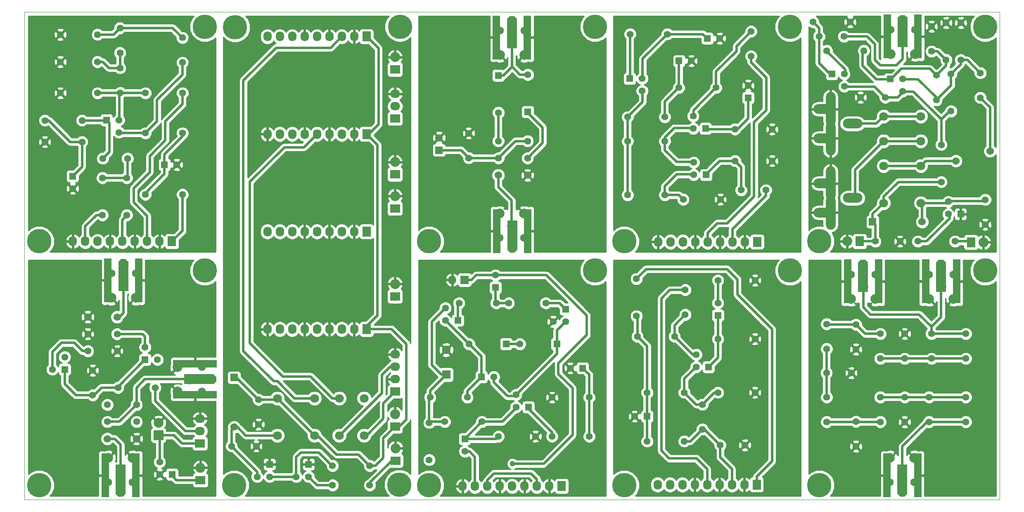
<source format=gbl>
G75*
G71*
%MOMM*%
%OFA0B0*%
%FSLAX53Y53*%
%IPPOS*%
%LPD*%
%ADD12C,1.39700*%
%ADD15O,2.03200X1.72720*%
%ADD18R,1.77800X1.77800*%
%ADD23C,5.00126*%
%ADD24C,1.60020*%
%ADD26R,1.99898X1.99898*%
%ADD27O,2.03200X2.03200*%
%ADD28C,0.50800*%
%ADD31C,0.25400*%
%ADD34R,6.09600X1.99898*%
%ADD35R,2.03200X1.80000*%
%ADD38R,1.52400X1.52400*%
%ADD43R,1.42240X1.42240*%
%ADD44R,1.99898X6.09600*%
%ADD47C,1.77800*%
%ADD52R,1.52400X8.99922*%
%ADD53C,1.52400*%
%ADD56C,0.15000*%
%ADD58R,1.72720X2.03200*%
%ADD61O,1.72720X1.72720*%
%ADD65R,1.80000X2.03200*%
%ADD66C,1.79832*%
%ADD68C,1.08966*%
%ADD69O,1.72720X2.03200*%
%ADD70R,2.03200X1.72720*%
%ADD71C,1.42240*%
%ADD75R,1.39700X1.39700*%
%ADD76C,1.99898*%
%ADD78R,1.72720X1.72720*%
%ADD79R,8.99922X1.52400*%
%ADD84O,4.00050X1.99898*%
%ADD85O,1.99898X7.00024*%
X0000000Y0000000D02*
G01*
D56*
D35*
X0036101Y0004030D03*
D27*
X0036101Y0006570D03*
D23*
X0037003Y0047000D03*
X0003000Y0003000D03*
D53*
X0019002Y0037501D03*
X0013002Y0037501D03*
D12*
X0019002Y0034001D03*
X0013002Y0034001D03*
X0019002Y0030501D03*
X0013002Y0030501D03*
D53*
X0017000Y0012500D03*
X0023000Y0012500D03*
D12*
X0017000Y0016000D03*
X0023000Y0016000D03*
X0017000Y0019500D03*
X0023000Y0019500D03*
X0024732Y0031270D03*
D75*
X0024732Y0028730D03*
D12*
X0027272Y0028730D03*
X0026812Y0023000D03*
X0019192Y0023000D03*
D26*
X0027500Y0013231D03*
D76*
X0027500Y0015771D03*
D12*
X0014000Y0021461D03*
X0014000Y0026541D03*
D75*
X0030272Y0005230D03*
D12*
X0027732Y0005230D03*
X0027732Y0007770D03*
X0005730Y0026731D03*
D75*
X0008270Y0026731D03*
D12*
X0008270Y0029271D03*
D79*
X0035001Y0027895D03*
D56*
G36*
X0038894Y0023730D02*
X0038894Y0025729D01*
X0039394Y0025130D01*
X0039394Y0024330D01*
X0038894Y0023730D01*
X0038894Y0023730D01*
G37*
D79*
X0035001Y0021570D03*
D34*
X0035842Y0024730D03*
D76*
X0033901Y0024679D03*
D24*
X0036401Y0022180D03*
X0036401Y0027181D03*
D76*
X0031402Y0027181D03*
X0031402Y0022180D03*
D52*
X0017107Y0044999D03*
D56*
G36*
X0021271Y0048891D02*
X0019272Y0048891D01*
X0019872Y0049392D01*
X0020672Y0049392D01*
X0021271Y0048891D01*
X0021271Y0048891D01*
G37*
D52*
X0023431Y0044999D03*
D44*
X0020272Y0045840D03*
D76*
X0020322Y0043899D03*
D24*
X0022822Y0046398D03*
X0017821Y0046398D03*
D76*
X0017821Y0041400D03*
X0022822Y0041400D03*
D52*
X0022895Y0005002D03*
D56*
G36*
X0018731Y0001109D02*
X0020730Y0001109D01*
X0020131Y0000609D01*
X0019331Y0000609D01*
X0018731Y0001109D01*
X0018731Y0001109D01*
G37*
D52*
X0016571Y0005002D03*
D44*
X0019731Y0004161D03*
D76*
X0019680Y0006101D03*
D24*
X0017180Y0003602D03*
X0022182Y0003602D03*
D76*
X0022182Y0008601D03*
X0017180Y0008601D03*
D70*
X0036001Y0011560D03*
D15*
X0036001Y0014100D03*
X0036001Y0016640D03*
D28*
X0010541Y0021461D02*
X0008270Y0023731D01*
X0014000Y0021461D02*
X0014262Y0021461D01*
X0014262Y0021461D02*
X0015801Y0023000D01*
X0008270Y0023731D02*
X0008270Y0026731D01*
X0014000Y0021461D02*
X0010541Y0021461D01*
X0019002Y0023000D02*
X0024732Y0028730D01*
X0015801Y0023000D02*
X0019002Y0023000D01*
X0027500Y0013231D02*
X0030670Y0013231D01*
X0032341Y0011560D02*
X0036001Y0011560D01*
X0030670Y0013231D02*
X0032341Y0011560D01*
X0027732Y0013000D02*
X0027500Y0013231D01*
X0027732Y0007770D02*
X0027732Y0013000D01*
X0030272Y0005230D02*
X0030272Y0004929D01*
X0030272Y0004929D02*
X0031171Y0004030D01*
X0031171Y0004030D02*
X0036101Y0004030D01*
X0024732Y0031270D02*
X0024732Y0033470D01*
X0024732Y0033470D02*
X0024201Y0034001D01*
X0024201Y0034001D02*
X0019002Y0034001D01*
X0011900Y0030501D02*
X0010201Y0032200D01*
X0010201Y0032200D02*
X0007600Y0032200D01*
X0007600Y0032200D02*
X0005730Y0030330D01*
X0005730Y0030330D02*
X0005730Y0026731D01*
X0013002Y0030501D02*
X0011900Y0030501D01*
X0036001Y0014100D02*
X0033001Y0014100D01*
X0026812Y0020289D02*
X0026812Y0023000D01*
X0033001Y0014100D02*
X0026812Y0020289D01*
X0019731Y0004161D02*
X0019731Y0000859D01*
X0017000Y0012500D02*
X0018501Y0012500D01*
X0018501Y0012500D02*
X0019731Y0011270D01*
X0019731Y0011270D02*
X0019731Y0004161D01*
X0020272Y0045840D02*
X0020272Y0049142D01*
X0019499Y0037501D02*
X0020272Y0038273D01*
X0020272Y0038273D02*
X0020272Y0045840D01*
X0019002Y0037501D02*
X0019499Y0037501D01*
X0035842Y0024730D02*
X0039144Y0024730D01*
X0019499Y0016000D02*
X0023000Y0019500D01*
X0017000Y0016000D02*
X0019499Y0016000D01*
X0023000Y0022997D02*
X0024732Y0024730D01*
X0024732Y0024730D02*
X0035842Y0024730D01*
X0023000Y0019500D02*
X0023000Y0022997D01*
D31*
G36*
X0034742Y0049175D02*
X0034346Y0048779D01*
X0033868Y0047627D01*
X0033866Y0046379D01*
X0034343Y0045227D01*
X0035224Y0044344D01*
X0036376Y0043865D01*
X0037624Y0043864D01*
X0038776Y0044341D01*
X0039174Y0044738D01*
X0039174Y0035347D01*
X0013195Y0035347D01*
X0012665Y0035318D01*
X0012309Y0035171D01*
X0012248Y0034935D01*
X0012427Y0034755D01*
X0012068Y0034755D01*
X0011832Y0034694D01*
X0011656Y0034193D01*
X0011685Y0033664D01*
X0011832Y0033308D01*
X0012068Y0033246D01*
X0012823Y0034001D01*
X0012068Y0034755D01*
X0012427Y0034755D01*
X0013002Y0034180D01*
X0013757Y0034935D01*
X0013695Y0035171D01*
X0013195Y0035347D01*
X0039174Y0035347D01*
X0039174Y0035334D01*
X0018738Y0035334D01*
X0018247Y0035132D01*
X0017872Y0034757D01*
X0017871Y0034755D01*
X0013936Y0034755D01*
X0013182Y0034001D01*
X0013361Y0033821D01*
X0013002Y0033821D01*
X0012248Y0033067D01*
X0012309Y0032831D01*
X0012810Y0032655D01*
X0013339Y0032684D01*
X0013695Y0032831D01*
X0013757Y0033067D01*
X0013002Y0033821D01*
X0013361Y0033821D01*
X0013936Y0033246D01*
X0014172Y0033308D01*
X0014348Y0033808D01*
X0014319Y0034338D01*
X0014172Y0034694D01*
X0013936Y0034755D01*
X0017871Y0034755D01*
X0017668Y0034267D01*
X0017668Y0033737D01*
X0017870Y0033246D01*
X0018245Y0032871D01*
X0018735Y0032667D01*
X0019266Y0032667D01*
X0019756Y0032870D01*
X0019999Y0033112D01*
X0023833Y0033112D01*
X0023843Y0033102D01*
X0023843Y0032267D01*
X0023602Y0032027D01*
X0023527Y0031847D01*
X0019194Y0031847D01*
X0018664Y0031818D01*
X0018309Y0031670D01*
X0018247Y0031435D01*
X0018427Y0031255D01*
X0018067Y0031255D01*
X0017832Y0031194D01*
X0017656Y0030693D01*
X0017684Y0030163D01*
X0017832Y0029808D01*
X0018067Y0029746D01*
X0018822Y0030501D01*
X0018067Y0031255D01*
X0018427Y0031255D01*
X0019002Y0030680D01*
X0019756Y0031435D01*
X0019695Y0031670D01*
X0019194Y0031847D01*
X0023527Y0031847D01*
X0023399Y0031537D01*
X0023398Y0031255D01*
X0019936Y0031255D01*
X0019181Y0030501D01*
X0019361Y0030321D01*
X0019002Y0030321D01*
X0018247Y0029566D01*
X0018309Y0029331D01*
X0018809Y0029155D01*
X0019339Y0029183D01*
X0019695Y0029331D01*
X0019756Y0029566D01*
X0019002Y0030321D01*
X0019361Y0030321D01*
X0019936Y0029746D01*
X0020171Y0029808D01*
X0020348Y0030308D01*
X0020319Y0030838D01*
X0020171Y0031194D01*
X0019936Y0031255D01*
X0023398Y0031255D01*
X0023398Y0031006D01*
X0023601Y0030516D01*
X0023975Y0030140D01*
X0024130Y0030076D01*
X0024033Y0030076D01*
X0023791Y0030029D01*
X0023578Y0029889D01*
X0023436Y0029678D01*
X0023386Y0029429D01*
X0023386Y0028642D01*
X0022631Y0027887D01*
X0014193Y0027887D01*
X0013663Y0027858D01*
X0013307Y0027711D01*
X0013246Y0027475D01*
X0013425Y0027295D01*
X0013066Y0027295D01*
X0012831Y0027234D01*
X0012654Y0026733D01*
X0012683Y0026204D01*
X0012831Y0025848D01*
X0013066Y0025786D01*
X0013821Y0026541D01*
X0013066Y0027295D01*
X0013425Y0027295D01*
X0014000Y0026720D01*
X0014755Y0027475D01*
X0014693Y0027711D01*
X0014193Y0027887D01*
X0022631Y0027887D01*
X0022040Y0027295D01*
X0014935Y0027295D01*
X0014180Y0026541D01*
X0014360Y0026361D01*
X0014000Y0026361D01*
X0013246Y0025607D01*
X0013307Y0025371D01*
X0013808Y0025195D01*
X0014338Y0025224D01*
X0014693Y0025371D01*
X0014755Y0025607D01*
X0014000Y0026361D01*
X0014360Y0026361D01*
X0014935Y0025786D01*
X0015170Y0025848D01*
X0015346Y0026348D01*
X0015317Y0026878D01*
X0015170Y0027234D01*
X0014935Y0027295D01*
X0022040Y0027295D01*
X0019078Y0024334D01*
X0018928Y0024334D01*
X0018438Y0024131D01*
X0018195Y0023889D01*
X0015801Y0023889D01*
X0015461Y0023821D01*
X0015461Y0023821D01*
X0015173Y0023629D01*
X0014317Y0022773D01*
X0014267Y0022794D01*
X0013736Y0022794D01*
X0013246Y0022592D01*
X0013003Y0022350D01*
X0010909Y0022350D01*
X0009159Y0024100D01*
X0009159Y0025422D01*
X0009211Y0025432D01*
X0009424Y0025572D01*
X0009566Y0025783D01*
X0009616Y0026033D01*
X0009616Y0027430D01*
X0009569Y0027672D01*
X0009429Y0027885D01*
X0009218Y0028027D01*
X0008969Y0028077D01*
X0008872Y0028077D01*
X0009024Y0028140D01*
X0009400Y0028515D01*
X0009603Y0029005D01*
X0009604Y0029535D01*
X0009401Y0030026D01*
X0009026Y0030401D01*
X0008537Y0030604D01*
X0008006Y0030605D01*
X0007516Y0030402D01*
X0007140Y0030028D01*
X0006937Y0029538D01*
X0006936Y0029007D01*
X0007139Y0028517D01*
X0007514Y0028141D01*
X0007668Y0028077D01*
X0007572Y0028077D01*
X0007329Y0028030D01*
X0007117Y0027890D01*
X0006974Y0027679D01*
X0006924Y0027430D01*
X0006924Y0027333D01*
X0006861Y0027486D01*
X0006619Y0027728D01*
X0006619Y0029962D01*
X0007968Y0031311D01*
X0009832Y0031311D01*
X0011271Y0029872D01*
X0011560Y0029679D01*
X0011900Y0029612D01*
X0012005Y0029612D01*
X0012246Y0029371D01*
X0012736Y0029167D01*
X0013266Y0029167D01*
X0013757Y0029369D01*
X0014132Y0029744D01*
X0014335Y0030234D01*
X0014336Y0030765D01*
X0014133Y0031255D01*
X0013758Y0031630D01*
X0013269Y0031834D01*
X0012738Y0031834D01*
X0012248Y0031632D01*
X0012137Y0031521D01*
X0010829Y0032828D01*
X0010541Y0033021D01*
X0010541Y0033021D01*
X0010201Y0033089D01*
X0007600Y0033089D01*
X0007259Y0033021D01*
X0006971Y0032828D01*
X0005101Y0030959D01*
X0004909Y0030671D01*
X0004841Y0030330D01*
X0004841Y0027728D01*
X0004600Y0027488D01*
X0004397Y0026998D01*
X0004396Y0026467D01*
X0004599Y0025977D01*
X0004974Y0025601D01*
X0005464Y0025398D01*
X0005994Y0025397D01*
X0006484Y0025600D01*
X0006860Y0025975D01*
X0006924Y0026130D01*
X0006924Y0026033D01*
X0006971Y0025791D01*
X0007111Y0025578D01*
X0007322Y0025435D01*
X0007381Y0025423D01*
X0007381Y0023731D01*
X0007449Y0023391D01*
X0007641Y0023103D01*
X0009912Y0020832D01*
X0010201Y0020639D01*
X0010541Y0020572D01*
X0013004Y0020572D01*
X0013244Y0020331D01*
X0013734Y0020127D01*
X0014264Y0020127D01*
X0014755Y0020330D01*
X0015130Y0020704D01*
X0015334Y0021194D01*
X0015334Y0021275D01*
X0016169Y0022111D01*
X0018195Y0022111D01*
X0018436Y0021870D01*
X0018926Y0021667D01*
X0019456Y0021666D01*
X0019946Y0021869D01*
X0020322Y0022244D01*
X0020525Y0022734D01*
X0020526Y0023264D01*
X0020525Y0023266D01*
X0024643Y0027384D01*
X0025430Y0027384D01*
X0025672Y0027431D01*
X0025885Y0027571D01*
X0026028Y0027782D01*
X0026078Y0028032D01*
X0026078Y0028128D01*
X0026141Y0027976D01*
X0026515Y0027600D01*
X0027005Y0027397D01*
X0027536Y0027396D01*
X0028026Y0027599D01*
X0028402Y0027974D01*
X0028605Y0028464D01*
X0028606Y0028994D01*
X0028403Y0029485D01*
X0028028Y0029860D01*
X0027538Y0030063D01*
X0027008Y0030064D01*
X0026517Y0029861D01*
X0026142Y0029487D01*
X0026078Y0029332D01*
X0026078Y0029429D01*
X0026031Y0029671D01*
X0025891Y0029884D01*
X0025680Y0030026D01*
X0025430Y0030076D01*
X0025334Y0030076D01*
X0025486Y0030139D01*
X0025862Y0030514D01*
X0026065Y0031004D01*
X0026066Y0031534D01*
X0025863Y0032025D01*
X0025621Y0032267D01*
X0025621Y0033470D01*
X0025553Y0033810D01*
X0025553Y0033810D01*
X0025360Y0034098D01*
X0024830Y0034629D01*
X0024541Y0034822D01*
X0024201Y0034890D01*
X0019998Y0034890D01*
X0019758Y0035131D01*
X0019268Y0035334D01*
X0018738Y0035334D01*
X0039174Y0035334D01*
X0039174Y0029292D01*
X0035287Y0029292D01*
X0035128Y0029133D01*
X0035128Y0028022D01*
X0035148Y0028022D01*
X0035148Y0027935D01*
X0035147Y0027935D01*
X0035079Y0027748D01*
X0034874Y0027748D01*
X0034874Y0027768D01*
X0032940Y0027768D01*
X0032835Y0028022D01*
X0034874Y0028022D01*
X0034874Y0029133D01*
X0034715Y0029292D01*
X0030375Y0029292D01*
X0030142Y0029195D01*
X0029963Y0029016D01*
X0029866Y0028783D01*
X0029866Y0028530D01*
X0029866Y0028180D01*
X0029990Y0028057D01*
X0029983Y0028055D01*
X0029756Y0027445D01*
X0029781Y0026795D01*
X0029983Y0026307D01*
X0030250Y0026208D01*
X0030539Y0026498D01*
X0030898Y0026498D01*
X0030429Y0026029D01*
X0030528Y0025762D01*
X0030913Y0025619D01*
X0024732Y0025619D01*
X0024392Y0025551D01*
X0024392Y0025551D01*
X0024103Y0025358D01*
X0022371Y0023626D01*
X0022178Y0023338D01*
X0022111Y0022997D01*
X0022111Y0020834D01*
X0016736Y0020834D01*
X0016246Y0020631D01*
X0015870Y0020256D01*
X0015667Y0019766D01*
X0015666Y0019236D01*
X0015869Y0018745D01*
X0016244Y0018370D01*
X0016734Y0018167D01*
X0017264Y0018166D01*
X0017754Y0018369D01*
X0018130Y0018743D01*
X0018333Y0019233D01*
X0018334Y0019764D01*
X0018131Y0020254D01*
X0017756Y0020630D01*
X0017266Y0020833D01*
X0016736Y0020834D01*
X0022111Y0020834D01*
X0022111Y0020497D01*
X0021870Y0020256D01*
X0021666Y0019766D01*
X0021666Y0019424D01*
X0019131Y0016889D01*
X0017997Y0016889D01*
X0017756Y0017130D01*
X0017266Y0017333D01*
X0016736Y0017333D01*
X0016246Y0017131D01*
X0015870Y0016756D01*
X0015667Y0016266D01*
X0015666Y0015736D01*
X0015869Y0015245D01*
X0016244Y0014870D01*
X0016734Y0014666D01*
X0017264Y0014666D01*
X0017754Y0014869D01*
X0017997Y0015111D01*
X0019499Y0015111D01*
X0019840Y0015178D01*
X0020128Y0015371D01*
X0022923Y0018166D01*
X0023264Y0018166D01*
X0023754Y0018369D01*
X0024129Y0018743D01*
X0024333Y0019233D01*
X0024333Y0019764D01*
X0024131Y0020254D01*
X0023889Y0020497D01*
X0023889Y0022629D01*
X0025100Y0023841D01*
X0025767Y0023841D01*
X0025682Y0023756D01*
X0025479Y0023266D01*
X0025478Y0022736D01*
X0025681Y0022246D01*
X0025923Y0022003D01*
X0025923Y0020289D01*
X0025991Y0019949D01*
X0026183Y0019660D01*
X0028427Y0017417D01*
X0027765Y0017417D01*
X0027115Y0017392D01*
X0026973Y0017333D01*
X0022735Y0017333D01*
X0022245Y0017131D01*
X0021870Y0016756D01*
X0021666Y0016266D01*
X0021666Y0015736D01*
X0021868Y0015245D01*
X0022243Y0014870D01*
X0022733Y0014666D01*
X0023264Y0014666D01*
X0023754Y0014869D01*
X0024129Y0015243D01*
X0024333Y0015733D01*
X0024333Y0016264D01*
X0024131Y0016754D01*
X0023756Y0017130D01*
X0023266Y0017333D01*
X0022735Y0017333D01*
X0026973Y0017333D01*
X0026626Y0017190D01*
X0026528Y0016923D01*
X0027500Y0015951D01*
X0028473Y0016923D01*
X0028374Y0017190D01*
X0027765Y0017417D01*
X0028427Y0017417D01*
X0032372Y0013471D01*
X0032661Y0013279D01*
X0033001Y0013211D01*
X0034643Y0013211D01*
X0034757Y0013040D01*
X0034772Y0013030D01*
X0034743Y0013024D01*
X0034530Y0012884D01*
X0034388Y0012673D01*
X0034343Y0012449D01*
X0032709Y0012449D01*
X0031299Y0013860D01*
X0031010Y0014052D01*
X0031010Y0014052D01*
X0030670Y0014120D01*
X0029147Y0014120D01*
X0029147Y0014231D01*
X0029100Y0014473D01*
X0028961Y0014686D01*
X0028750Y0014828D01*
X0028738Y0014830D01*
X0028919Y0014897D01*
X0029146Y0015507D01*
X0029122Y0016157D01*
X0028919Y0016645D01*
X0028653Y0016744D01*
X0027680Y0015771D01*
X0027694Y0015757D01*
X0027515Y0015577D01*
X0027500Y0015592D01*
X0027486Y0015577D01*
X0027307Y0015757D01*
X0027321Y0015771D01*
X0026348Y0016744D01*
X0026081Y0016645D01*
X0025855Y0016036D01*
X0025879Y0015386D01*
X0026081Y0014897D01*
X0026260Y0014831D01*
X0026259Y0014831D01*
X0026046Y0014691D01*
X0025904Y0014480D01*
X0025854Y0014231D01*
X0025854Y0013909D01*
X0023207Y0013909D01*
X0022652Y0013881D01*
X0022268Y0013722D01*
X0022199Y0013480D01*
X0022379Y0013300D01*
X0022019Y0013300D01*
X0021777Y0013231D01*
X0021590Y0012707D01*
X0021618Y0012152D01*
X0021777Y0011768D01*
X0022019Y0011699D01*
X0022820Y0012500D01*
X0022019Y0013300D01*
X0022379Y0013300D01*
X0023000Y0012679D01*
X0023800Y0013480D01*
X0023731Y0013722D01*
X0023207Y0013909D01*
X0025854Y0013909D01*
X0025854Y0013300D01*
X0023980Y0013300D01*
X0023179Y0012500D01*
X0023359Y0012320D01*
X0023000Y0012320D01*
X0022199Y0011519D01*
X0022268Y0011277D01*
X0022792Y0011090D01*
X0023347Y0011118D01*
X0023731Y0011277D01*
X0023800Y0011519D01*
X0023000Y0012320D01*
X0023359Y0012320D01*
X0023980Y0011699D01*
X0024222Y0011768D01*
X0024409Y0012292D01*
X0024381Y0012847D01*
X0024222Y0013231D01*
X0023980Y0013300D01*
X0025854Y0013300D01*
X0025854Y0012232D01*
X0025900Y0011990D01*
X0026040Y0011777D01*
X0026251Y0011634D01*
X0026501Y0011584D01*
X0026843Y0011584D01*
X0026843Y0008767D01*
X0026602Y0008526D01*
X0026398Y0008037D01*
X0026398Y0007506D01*
X0026600Y0007016D01*
X0026975Y0006640D01*
X0027297Y0006507D01*
X0027039Y0006400D01*
X0026977Y0006164D01*
X0027157Y0005985D01*
X0026797Y0005985D01*
X0026562Y0005923D01*
X0026386Y0005423D01*
X0026414Y0004893D01*
X0026562Y0004537D01*
X0026797Y0004476D01*
X0027552Y0005230D01*
X0026797Y0005985D01*
X0027157Y0005985D01*
X0027732Y0005410D01*
X0028486Y0006164D01*
X0028425Y0006400D01*
X0028145Y0006498D01*
X0028486Y0006639D01*
X0028861Y0007014D01*
X0029065Y0007504D01*
X0029065Y0008034D01*
X0028863Y0008525D01*
X0028621Y0008767D01*
X0028621Y0011608D01*
X0028742Y0011631D01*
X0028955Y0011771D01*
X0029097Y0011982D01*
X0029147Y0012232D01*
X0029147Y0012342D01*
X0030302Y0012342D01*
X0031712Y0010931D01*
X0032001Y0010739D01*
X0032341Y0010671D01*
X0034342Y0010671D01*
X0034385Y0010454D01*
X0034524Y0010241D01*
X0034735Y0010099D01*
X0034985Y0010049D01*
X0037017Y0010049D01*
X0037259Y0010096D01*
X0037472Y0010236D01*
X0037614Y0010447D01*
X0037664Y0010696D01*
X0037664Y0012424D01*
X0037617Y0012666D01*
X0037478Y0012879D01*
X0037267Y0013021D01*
X0037228Y0013029D01*
X0037245Y0013040D01*
X0037570Y0013527D01*
X0037684Y0014100D01*
X0037570Y0014673D01*
X0037245Y0015160D01*
X0036936Y0015366D01*
X0037352Y0015738D01*
X0037606Y0016265D01*
X0037608Y0016281D01*
X0037487Y0016513D01*
X0036128Y0016513D01*
X0036128Y0016493D01*
X0035874Y0016493D01*
X0035874Y0016513D01*
X0034515Y0016513D01*
X0034394Y0016281D01*
X0034396Y0016265D01*
X0034650Y0015738D01*
X0035066Y0015366D01*
X0034757Y0015160D01*
X0034643Y0014989D01*
X0033369Y0014989D01*
X0027701Y0020657D01*
X0027701Y0022003D01*
X0027942Y0022244D01*
X0028145Y0022734D01*
X0028146Y0023264D01*
X0027943Y0023754D01*
X0027857Y0023841D01*
X0032143Y0023841D01*
X0032147Y0023646D01*
X0031666Y0023825D01*
X0031017Y0023801D01*
X0030528Y0023599D01*
X0030429Y0023332D01*
X0030794Y0022967D01*
X0030435Y0022967D01*
X0030250Y0023152D01*
X0029983Y0023054D01*
X0029756Y0022444D01*
X0029781Y0021794D01*
X0029955Y0021373D01*
X0029866Y0021284D01*
X0029866Y0020934D01*
X0029866Y0020682D01*
X0029963Y0020448D01*
X0030142Y0020270D01*
X0030375Y0020173D01*
X0034715Y0020173D01*
X0034874Y0020332D01*
X0034874Y0021443D01*
X0032872Y0021443D01*
X0032966Y0021697D01*
X0034874Y0021697D01*
X0034874Y0021717D01*
X0035026Y0021717D01*
X0035139Y0021443D01*
X0035128Y0021443D01*
X0035128Y0020332D01*
X0035287Y0020173D01*
X0039174Y0020173D01*
X0039174Y0018125D01*
X0036363Y0018125D01*
X0035639Y0018125D01*
X0035087Y0017932D01*
X0034650Y0017542D01*
X0034396Y0017015D01*
X0034394Y0016999D01*
X0034515Y0016767D01*
X0035874Y0016767D01*
X0035874Y0017981D01*
X0035639Y0018125D01*
X0036363Y0018125D01*
X0036128Y0017981D01*
X0036128Y0016767D01*
X0037487Y0016767D01*
X0037608Y0016999D01*
X0037606Y0017015D01*
X0037352Y0017542D01*
X0036915Y0017932D01*
X0036363Y0018125D01*
X0039174Y0018125D01*
X0039174Y0008176D01*
X0036484Y0008176D01*
X0035718Y0008176D01*
X0035236Y0007976D01*
X0034764Y0007538D01*
X0034495Y0006953D01*
X0034614Y0006697D01*
X0035974Y0006697D01*
X0035974Y0008057D01*
X0035718Y0008176D01*
X0036484Y0008176D01*
X0036228Y0008057D01*
X0036228Y0006697D01*
X0037588Y0006697D01*
X0037707Y0006953D01*
X0037438Y0007538D01*
X0036966Y0007976D01*
X0036484Y0008176D01*
X0039174Y0008176D01*
X0039174Y0006576D01*
X0030970Y0006576D01*
X0029573Y0006576D01*
X0029331Y0006529D01*
X0029118Y0006389D01*
X0028976Y0006178D01*
X0028926Y0005929D01*
X0028926Y0005864D01*
X0028901Y0005923D01*
X0028666Y0005985D01*
X0027911Y0005230D01*
X0028091Y0005051D01*
X0027732Y0005051D01*
X0026977Y0004296D01*
X0027039Y0004060D01*
X0027539Y0003884D01*
X0028069Y0003913D01*
X0028425Y0004060D01*
X0028486Y0004296D01*
X0027732Y0005051D01*
X0028091Y0005051D01*
X0028666Y0004476D01*
X0028901Y0004537D01*
X0028926Y0004606D01*
X0028926Y0004532D01*
X0028973Y0004290D01*
X0029112Y0004077D01*
X0029323Y0003934D01*
X0029573Y0003884D01*
X0030060Y0003884D01*
X0030542Y0003401D01*
X0030831Y0003209D01*
X0031171Y0003141D01*
X0034438Y0003141D01*
X0034438Y0003130D01*
X0034485Y0002888D01*
X0034624Y0002675D01*
X0034835Y0002533D01*
X0035085Y0002483D01*
X0037117Y0002483D01*
X0037359Y0002530D01*
X0037572Y0002669D01*
X0037714Y0002880D01*
X0037764Y0003130D01*
X0037764Y0004930D01*
X0037717Y0005172D01*
X0037578Y0005385D01*
X0037367Y0005527D01*
X0037360Y0005529D01*
X0037438Y0005602D01*
X0037707Y0006187D01*
X0037588Y0006443D01*
X0036228Y0006443D01*
X0036228Y0006423D01*
X0035974Y0006423D01*
X0035974Y0006443D01*
X0034614Y0006443D01*
X0034495Y0006187D01*
X0034764Y0005602D01*
X0034842Y0005530D01*
X0034630Y0005391D01*
X0034488Y0005180D01*
X0034438Y0004930D01*
X0034438Y0004919D01*
X0031618Y0004919D01*
X0031618Y0005929D01*
X0031571Y0006171D01*
X0031431Y0006384D01*
X0031220Y0006526D01*
X0030970Y0006576D01*
X0039174Y0006576D01*
X0039174Y0000826D01*
X0024292Y0000826D01*
X0024292Y0004716D01*
X0024134Y0004875D01*
X0023022Y0004875D01*
X0023022Y0004855D01*
X0022936Y0004855D01*
X0022936Y0004856D01*
X0022748Y0004923D01*
X0022748Y0005129D01*
X0022768Y0005129D01*
X0022768Y0007063D01*
X0023022Y0007168D01*
X0023022Y0005129D01*
X0024134Y0005129D01*
X0024292Y0005287D01*
X0024292Y0009627D01*
X0024196Y0009861D01*
X0024017Y0010039D01*
X0023784Y0010136D01*
X0023531Y0010136D01*
X0023181Y0010136D01*
X0023058Y0010013D01*
X0023056Y0010020D01*
X0022446Y0010246D01*
X0021796Y0010222D01*
X0021308Y0010020D01*
X0021209Y0009753D01*
X0021498Y0009464D01*
X0021498Y0009104D01*
X0021030Y0009573D01*
X0020763Y0009475D01*
X0020620Y0009089D01*
X0020620Y0011270D01*
X0020552Y0011610D01*
X0020552Y0011610D01*
X0020359Y0011899D01*
X0019130Y0013128D01*
X0018841Y0013321D01*
X0018841Y0013321D01*
X0018501Y0013389D01*
X0018087Y0013389D01*
X0017792Y0013683D01*
X0017279Y0013896D01*
X0016723Y0013897D01*
X0016210Y0013685D01*
X0015816Y0013292D01*
X0015603Y0012779D01*
X0015603Y0012223D01*
X0015815Y0011709D01*
X0016208Y0011316D01*
X0016721Y0011103D01*
X0017277Y0011102D01*
X0017790Y0011315D01*
X0018087Y0011611D01*
X0018133Y0011611D01*
X0018842Y0010902D01*
X0018842Y0007856D01*
X0018731Y0007856D01*
X0018641Y0007839D01*
X0018826Y0008336D01*
X0018802Y0008986D01*
X0018599Y0009475D01*
X0018333Y0009573D01*
X0017968Y0009208D01*
X0017968Y0009568D01*
X0018153Y0009753D01*
X0018054Y0010020D01*
X0017445Y0010246D01*
X0016795Y0010222D01*
X0016374Y0010048D01*
X0016285Y0010136D01*
X0015935Y0010136D01*
X0015683Y0010136D01*
X0015449Y0010039D01*
X0015270Y0009861D01*
X0015174Y0009627D01*
X0015174Y0005287D01*
X0015333Y0005129D01*
X0016444Y0005129D01*
X0016444Y0007131D01*
X0016698Y0007036D01*
X0016698Y0005129D01*
X0016718Y0005129D01*
X0016718Y0004977D01*
X0016444Y0004863D01*
X0016444Y0004875D01*
X0015333Y0004875D01*
X0015174Y0004716D01*
X0015174Y0000826D01*
X0005260Y0000826D01*
X0005656Y0001221D01*
X0006135Y0002374D01*
X0006136Y0003621D01*
X0005659Y0004774D01*
X0004778Y0005657D01*
X0003626Y0006135D01*
X0002379Y0006136D01*
X0001226Y0005660D01*
X0000825Y0005260D01*
X0000825Y0049175D01*
X0015710Y0049175D01*
X0015710Y0045285D01*
X0015869Y0045126D01*
X0016980Y0045126D01*
X0016980Y0045146D01*
X0017066Y0045146D01*
X0017066Y0045144D01*
X0017254Y0045077D01*
X0017254Y0044872D01*
X0017234Y0044872D01*
X0017234Y0042938D01*
X0016980Y0042832D01*
X0016980Y0044872D01*
X0015869Y0044872D01*
X0015710Y0044713D01*
X0015710Y0040373D01*
X0015806Y0040140D01*
X0015985Y0039961D01*
X0016218Y0039864D01*
X0016471Y0039864D01*
X0016821Y0039864D01*
X0016944Y0039987D01*
X0016947Y0039981D01*
X0017556Y0039754D01*
X0018206Y0039778D01*
X0018694Y0039981D01*
X0018793Y0040248D01*
X0018504Y0040537D01*
X0018504Y0040896D01*
X0018973Y0040427D01*
X0019239Y0040526D01*
X0019383Y0040911D01*
X0019383Y0038910D01*
X0013210Y0038910D01*
X0012655Y0038882D01*
X0012271Y0038723D01*
X0012202Y0038481D01*
X0012381Y0038301D01*
X0012022Y0038301D01*
X0011780Y0038232D01*
X0011593Y0037709D01*
X0011621Y0037153D01*
X0011780Y0036770D01*
X0012022Y0036700D01*
X0012823Y0037501D01*
X0012022Y0038301D01*
X0012381Y0038301D01*
X0013002Y0037680D01*
X0013803Y0038481D01*
X0013733Y0038723D01*
X0013210Y0038910D01*
X0019383Y0038910D01*
X0019383Y0038855D01*
X0019281Y0038898D01*
X0018725Y0038898D01*
X0018211Y0038686D01*
X0017826Y0038301D01*
X0013982Y0038301D01*
X0013182Y0037501D01*
X0013361Y0037321D01*
X0013002Y0037321D01*
X0012202Y0036521D01*
X0012271Y0036278D01*
X0012794Y0036092D01*
X0013349Y0036119D01*
X0013733Y0036278D01*
X0013803Y0036521D01*
X0013002Y0037321D01*
X0013361Y0037321D01*
X0013982Y0036700D01*
X0014225Y0036770D01*
X0014411Y0037293D01*
X0014383Y0037848D01*
X0014225Y0038232D01*
X0013982Y0038301D01*
X0017826Y0038301D01*
X0017818Y0038293D01*
X0017605Y0037780D01*
X0017604Y0037224D01*
X0017817Y0036711D01*
X0018209Y0036317D01*
X0018723Y0036104D01*
X0019278Y0036104D01*
X0019792Y0036316D01*
X0020185Y0036708D01*
X0020342Y0037086D01*
X0020900Y0037644D01*
X0021093Y0037933D01*
X0021093Y0037933D01*
X0021161Y0038273D01*
X0021161Y0042144D01*
X0021271Y0042144D01*
X0021361Y0042162D01*
X0021176Y0041664D01*
X0021200Y0041014D01*
X0021403Y0040526D01*
X0021670Y0040427D01*
X0022034Y0040792D01*
X0022034Y0040433D01*
X0021849Y0040248D01*
X0021948Y0039981D01*
X0022557Y0039754D01*
X0023207Y0039778D01*
X0023628Y0039953D01*
X0023717Y0039864D01*
X0024067Y0039864D01*
X0024320Y0039864D01*
X0024553Y0039961D01*
X0024732Y0040140D01*
X0024828Y0040373D01*
X0024828Y0044713D01*
X0024670Y0044872D01*
X0023558Y0044872D01*
X0023558Y0042870D01*
X0023304Y0042964D01*
X0023304Y0044872D01*
X0023284Y0044872D01*
X0023284Y0045024D01*
X0023558Y0045137D01*
X0023558Y0045126D01*
X0024670Y0045126D01*
X0024828Y0045285D01*
X0024828Y0049175D01*
X0034742Y0049175D01*
X0034742Y0049175D01*
G37*
X0034742Y0049175D02*
X0034346Y0048779D01*
X0033868Y0047627D01*
X0033866Y0046379D01*
X0034343Y0045227D01*
X0035224Y0044344D01*
X0036376Y0043865D01*
X0037624Y0043864D01*
X0038776Y0044341D01*
X0039174Y0044738D01*
X0039174Y0035347D01*
X0013195Y0035347D01*
X0012665Y0035318D01*
X0012309Y0035171D01*
X0012248Y0034935D01*
X0012427Y0034755D01*
X0012068Y0034755D01*
X0011832Y0034694D01*
X0011656Y0034193D01*
X0011685Y0033664D01*
X0011832Y0033308D01*
X0012068Y0033246D01*
X0012823Y0034001D01*
X0012068Y0034755D01*
X0012427Y0034755D01*
X0013002Y0034180D01*
X0013757Y0034935D01*
X0013695Y0035171D01*
X0013195Y0035347D01*
X0039174Y0035347D01*
X0039174Y0035334D01*
X0018738Y0035334D01*
X0018247Y0035132D01*
X0017872Y0034757D01*
X0017871Y0034755D01*
X0013936Y0034755D01*
X0013182Y0034001D01*
X0013361Y0033821D01*
X0013002Y0033821D01*
X0012248Y0033067D01*
X0012309Y0032831D01*
X0012810Y0032655D01*
X0013339Y0032684D01*
X0013695Y0032831D01*
X0013757Y0033067D01*
X0013002Y0033821D01*
X0013361Y0033821D01*
X0013936Y0033246D01*
X0014172Y0033308D01*
X0014348Y0033808D01*
X0014319Y0034338D01*
X0014172Y0034694D01*
X0013936Y0034755D01*
X0017871Y0034755D01*
X0017668Y0034267D01*
X0017668Y0033737D01*
X0017870Y0033246D01*
X0018245Y0032871D01*
X0018735Y0032667D01*
X0019266Y0032667D01*
X0019756Y0032870D01*
X0019999Y0033112D01*
X0023833Y0033112D01*
X0023843Y0033102D01*
X0023843Y0032267D01*
X0023602Y0032027D01*
X0023527Y0031847D01*
X0019194Y0031847D01*
X0018664Y0031818D01*
X0018309Y0031670D01*
X0018247Y0031435D01*
X0018427Y0031255D01*
X0018067Y0031255D01*
X0017832Y0031194D01*
X0017656Y0030693D01*
X0017684Y0030163D01*
X0017832Y0029808D01*
X0018067Y0029746D01*
X0018822Y0030501D01*
X0018067Y0031255D01*
X0018427Y0031255D01*
X0019002Y0030680D01*
X0019756Y0031435D01*
X0019695Y0031670D01*
X0019194Y0031847D01*
X0023527Y0031847D01*
X0023399Y0031537D01*
X0023398Y0031255D01*
X0019936Y0031255D01*
X0019181Y0030501D01*
X0019361Y0030321D01*
X0019002Y0030321D01*
X0018247Y0029566D01*
X0018309Y0029331D01*
X0018809Y0029155D01*
X0019339Y0029183D01*
X0019695Y0029331D01*
X0019756Y0029566D01*
X0019002Y0030321D01*
X0019361Y0030321D01*
X0019936Y0029746D01*
X0020171Y0029808D01*
X0020348Y0030308D01*
X0020319Y0030838D01*
X0020171Y0031194D01*
X0019936Y0031255D01*
X0023398Y0031255D01*
X0023398Y0031006D01*
X0023601Y0030516D01*
X0023975Y0030140D01*
X0024130Y0030076D01*
X0024033Y0030076D01*
X0023791Y0030029D01*
X0023578Y0029889D01*
X0023436Y0029678D01*
X0023386Y0029429D01*
X0023386Y0028642D01*
X0022631Y0027887D01*
X0014193Y0027887D01*
X0013663Y0027858D01*
X0013307Y0027711D01*
X0013246Y0027475D01*
X0013425Y0027295D01*
X0013066Y0027295D01*
X0012831Y0027234D01*
X0012654Y0026733D01*
X0012683Y0026204D01*
X0012831Y0025848D01*
X0013066Y0025786D01*
X0013821Y0026541D01*
X0013066Y0027295D01*
X0013425Y0027295D01*
X0014000Y0026720D01*
X0014755Y0027475D01*
X0014693Y0027711D01*
X0014193Y0027887D01*
X0022631Y0027887D01*
X0022040Y0027295D01*
X0014935Y0027295D01*
X0014180Y0026541D01*
X0014360Y0026361D01*
X0014000Y0026361D01*
X0013246Y0025607D01*
X0013307Y0025371D01*
X0013808Y0025195D01*
X0014338Y0025224D01*
X0014693Y0025371D01*
X0014755Y0025607D01*
X0014000Y0026361D01*
X0014360Y0026361D01*
X0014935Y0025786D01*
X0015170Y0025848D01*
X0015346Y0026348D01*
X0015317Y0026878D01*
X0015170Y0027234D01*
X0014935Y0027295D01*
X0022040Y0027295D01*
X0019078Y0024334D01*
X0018928Y0024334D01*
X0018438Y0024131D01*
X0018195Y0023889D01*
X0015801Y0023889D01*
X0015461Y0023821D01*
X0015461Y0023821D01*
X0015173Y0023629D01*
X0014317Y0022773D01*
X0014267Y0022794D01*
X0013736Y0022794D01*
X0013246Y0022592D01*
X0013003Y0022350D01*
X0010909Y0022350D01*
X0009159Y0024100D01*
X0009159Y0025422D01*
X0009211Y0025432D01*
X0009424Y0025572D01*
X0009566Y0025783D01*
X0009616Y0026033D01*
X0009616Y0027430D01*
X0009569Y0027672D01*
X0009429Y0027885D01*
X0009218Y0028027D01*
X0008969Y0028077D01*
X0008872Y0028077D01*
X0009024Y0028140D01*
X0009400Y0028515D01*
X0009603Y0029005D01*
X0009604Y0029535D01*
X0009401Y0030026D01*
X0009026Y0030401D01*
X0008537Y0030604D01*
X0008006Y0030605D01*
X0007516Y0030402D01*
X0007140Y0030028D01*
X0006937Y0029538D01*
X0006936Y0029007D01*
X0007139Y0028517D01*
X0007514Y0028141D01*
X0007668Y0028077D01*
X0007572Y0028077D01*
X0007329Y0028030D01*
X0007117Y0027890D01*
X0006974Y0027679D01*
X0006924Y0027430D01*
X0006924Y0027333D01*
X0006861Y0027486D01*
X0006619Y0027728D01*
X0006619Y0029962D01*
X0007968Y0031311D01*
X0009832Y0031311D01*
X0011271Y0029872D01*
X0011560Y0029679D01*
X0011900Y0029612D01*
X0012005Y0029612D01*
X0012246Y0029371D01*
X0012736Y0029167D01*
X0013266Y0029167D01*
X0013757Y0029369D01*
X0014132Y0029744D01*
X0014335Y0030234D01*
X0014336Y0030765D01*
X0014133Y0031255D01*
X0013758Y0031630D01*
X0013269Y0031834D01*
X0012738Y0031834D01*
X0012248Y0031632D01*
X0012137Y0031521D01*
X0010829Y0032828D01*
X0010541Y0033021D01*
X0010541Y0033021D01*
X0010201Y0033089D01*
X0007600Y0033089D01*
X0007259Y0033021D01*
X0006971Y0032828D01*
X0005101Y0030959D01*
X0004909Y0030671D01*
X0004841Y0030330D01*
X0004841Y0027728D01*
X0004600Y0027488D01*
X0004397Y0026998D01*
X0004396Y0026467D01*
X0004599Y0025977D01*
X0004974Y0025601D01*
X0005464Y0025398D01*
X0005994Y0025397D01*
X0006484Y0025600D01*
X0006860Y0025975D01*
X0006924Y0026130D01*
X0006924Y0026033D01*
X0006971Y0025791D01*
X0007111Y0025578D01*
X0007322Y0025435D01*
X0007381Y0025423D01*
X0007381Y0023731D01*
X0007449Y0023391D01*
X0007641Y0023103D01*
X0009912Y0020832D01*
X0010201Y0020639D01*
X0010541Y0020572D01*
X0013004Y0020572D01*
X0013244Y0020331D01*
X0013734Y0020127D01*
X0014264Y0020127D01*
X0014755Y0020330D01*
X0015130Y0020704D01*
X0015334Y0021194D01*
X0015334Y0021275D01*
X0016169Y0022111D01*
X0018195Y0022111D01*
X0018436Y0021870D01*
X0018926Y0021667D01*
X0019456Y0021666D01*
X0019946Y0021869D01*
X0020322Y0022244D01*
X0020525Y0022734D01*
X0020526Y0023264D01*
X0020525Y0023266D01*
X0024643Y0027384D01*
X0025430Y0027384D01*
X0025672Y0027431D01*
X0025885Y0027571D01*
X0026028Y0027782D01*
X0026078Y0028032D01*
X0026078Y0028128D01*
X0026141Y0027976D01*
X0026515Y0027600D01*
X0027005Y0027397D01*
X0027536Y0027396D01*
X0028026Y0027599D01*
X0028402Y0027974D01*
X0028605Y0028464D01*
X0028606Y0028994D01*
X0028403Y0029485D01*
X0028028Y0029860D01*
X0027538Y0030063D01*
X0027008Y0030064D01*
X0026517Y0029861D01*
X0026142Y0029487D01*
X0026078Y0029332D01*
X0026078Y0029429D01*
X0026031Y0029671D01*
X0025891Y0029884D01*
X0025680Y0030026D01*
X0025430Y0030076D01*
X0025334Y0030076D01*
X0025486Y0030139D01*
X0025862Y0030514D01*
X0026065Y0031004D01*
X0026066Y0031534D01*
X0025863Y0032025D01*
X0025621Y0032267D01*
X0025621Y0033470D01*
X0025553Y0033810D01*
X0025553Y0033810D01*
X0025360Y0034098D01*
X0024830Y0034629D01*
X0024541Y0034822D01*
X0024201Y0034890D01*
X0019998Y0034890D01*
X0019758Y0035131D01*
X0019268Y0035334D01*
X0018738Y0035334D01*
X0039174Y0035334D01*
X0039174Y0029292D01*
X0035287Y0029292D01*
X0035128Y0029133D01*
X0035128Y0028022D01*
X0035148Y0028022D01*
X0035148Y0027935D01*
X0035147Y0027935D01*
X0035079Y0027748D01*
X0034874Y0027748D01*
X0034874Y0027768D01*
X0032940Y0027768D01*
X0032835Y0028022D01*
X0034874Y0028022D01*
X0034874Y0029133D01*
X0034715Y0029292D01*
X0030375Y0029292D01*
X0030142Y0029195D01*
X0029963Y0029016D01*
X0029866Y0028783D01*
X0029866Y0028530D01*
X0029866Y0028180D01*
X0029990Y0028057D01*
X0029983Y0028055D01*
X0029756Y0027445D01*
X0029781Y0026795D01*
X0029983Y0026307D01*
X0030250Y0026208D01*
X0030539Y0026498D01*
X0030898Y0026498D01*
X0030429Y0026029D01*
X0030528Y0025762D01*
X0030913Y0025619D01*
X0024732Y0025619D01*
X0024392Y0025551D01*
X0024392Y0025551D01*
X0024103Y0025358D01*
X0022371Y0023626D01*
X0022178Y0023338D01*
X0022111Y0022997D01*
X0022111Y0020834D01*
X0016736Y0020834D01*
X0016246Y0020631D01*
X0015870Y0020256D01*
X0015667Y0019766D01*
X0015666Y0019236D01*
X0015869Y0018745D01*
X0016244Y0018370D01*
X0016734Y0018167D01*
X0017264Y0018166D01*
X0017754Y0018369D01*
X0018130Y0018743D01*
X0018333Y0019233D01*
X0018334Y0019764D01*
X0018131Y0020254D01*
X0017756Y0020630D01*
X0017266Y0020833D01*
X0016736Y0020834D01*
X0022111Y0020834D01*
X0022111Y0020497D01*
X0021870Y0020256D01*
X0021666Y0019766D01*
X0021666Y0019424D01*
X0019131Y0016889D01*
X0017997Y0016889D01*
X0017756Y0017130D01*
X0017266Y0017333D01*
X0016736Y0017333D01*
X0016246Y0017131D01*
X0015870Y0016756D01*
X0015667Y0016266D01*
X0015666Y0015736D01*
X0015869Y0015245D01*
X0016244Y0014870D01*
X0016734Y0014666D01*
X0017264Y0014666D01*
X0017754Y0014869D01*
X0017997Y0015111D01*
X0019499Y0015111D01*
X0019840Y0015178D01*
X0020128Y0015371D01*
X0022923Y0018166D01*
X0023264Y0018166D01*
X0023754Y0018369D01*
X0024129Y0018743D01*
X0024333Y0019233D01*
X0024333Y0019764D01*
X0024131Y0020254D01*
X0023889Y0020497D01*
X0023889Y0022629D01*
X0025100Y0023841D01*
X0025767Y0023841D01*
X0025682Y0023756D01*
X0025479Y0023266D01*
X0025478Y0022736D01*
X0025681Y0022246D01*
X0025923Y0022003D01*
X0025923Y0020289D01*
X0025991Y0019949D01*
X0026183Y0019660D01*
X0028427Y0017417D01*
X0027765Y0017417D01*
X0027115Y0017392D01*
X0026973Y0017333D01*
X0022735Y0017333D01*
X0022245Y0017131D01*
X0021870Y0016756D01*
X0021666Y0016266D01*
X0021666Y0015736D01*
X0021868Y0015245D01*
X0022243Y0014870D01*
X0022733Y0014666D01*
X0023264Y0014666D01*
X0023754Y0014869D01*
X0024129Y0015243D01*
X0024333Y0015733D01*
X0024333Y0016264D01*
X0024131Y0016754D01*
X0023756Y0017130D01*
X0023266Y0017333D01*
X0022735Y0017333D01*
X0026973Y0017333D01*
X0026626Y0017190D01*
X0026528Y0016923D01*
X0027500Y0015951D01*
X0028473Y0016923D01*
X0028374Y0017190D01*
X0027765Y0017417D01*
X0028427Y0017417D01*
X0032372Y0013471D01*
X0032661Y0013279D01*
X0033001Y0013211D01*
X0034643Y0013211D01*
X0034757Y0013040D01*
X0034772Y0013030D01*
X0034743Y0013024D01*
X0034530Y0012884D01*
X0034388Y0012673D01*
X0034343Y0012449D01*
X0032709Y0012449D01*
X0031299Y0013860D01*
X0031010Y0014052D01*
X0031010Y0014052D01*
X0030670Y0014120D01*
X0029147Y0014120D01*
X0029147Y0014231D01*
X0029100Y0014473D01*
X0028961Y0014686D01*
X0028750Y0014828D01*
X0028738Y0014830D01*
X0028919Y0014897D01*
X0029146Y0015507D01*
X0029122Y0016157D01*
X0028919Y0016645D01*
X0028653Y0016744D01*
X0027680Y0015771D01*
X0027694Y0015757D01*
X0027515Y0015577D01*
X0027500Y0015592D01*
X0027486Y0015577D01*
X0027307Y0015757D01*
X0027321Y0015771D01*
X0026348Y0016744D01*
X0026081Y0016645D01*
X0025855Y0016036D01*
X0025879Y0015386D01*
X0026081Y0014897D01*
X0026260Y0014831D01*
X0026259Y0014831D01*
X0026046Y0014691D01*
X0025904Y0014480D01*
X0025854Y0014231D01*
X0025854Y0013909D01*
X0023207Y0013909D01*
X0022652Y0013881D01*
X0022268Y0013722D01*
X0022199Y0013480D01*
X0022379Y0013300D01*
X0022019Y0013300D01*
X0021777Y0013231D01*
X0021590Y0012707D01*
X0021618Y0012152D01*
X0021777Y0011768D01*
X0022019Y0011699D01*
X0022820Y0012500D01*
X0022019Y0013300D01*
X0022379Y0013300D01*
X0023000Y0012679D01*
X0023800Y0013480D01*
X0023731Y0013722D01*
X0023207Y0013909D01*
X0025854Y0013909D01*
X0025854Y0013300D01*
X0023980Y0013300D01*
X0023179Y0012500D01*
X0023359Y0012320D01*
X0023000Y0012320D01*
X0022199Y0011519D01*
X0022268Y0011277D01*
X0022792Y0011090D01*
X0023347Y0011118D01*
X0023731Y0011277D01*
X0023800Y0011519D01*
X0023000Y0012320D01*
X0023359Y0012320D01*
X0023980Y0011699D01*
X0024222Y0011768D01*
X0024409Y0012292D01*
X0024381Y0012847D01*
X0024222Y0013231D01*
X0023980Y0013300D01*
X0025854Y0013300D01*
X0025854Y0012232D01*
X0025900Y0011990D01*
X0026040Y0011777D01*
X0026251Y0011634D01*
X0026501Y0011584D01*
X0026843Y0011584D01*
X0026843Y0008767D01*
X0026602Y0008526D01*
X0026398Y0008037D01*
X0026398Y0007506D01*
X0026600Y0007016D01*
X0026975Y0006640D01*
X0027297Y0006507D01*
X0027039Y0006400D01*
X0026977Y0006164D01*
X0027157Y0005985D01*
X0026797Y0005985D01*
X0026562Y0005923D01*
X0026386Y0005423D01*
X0026414Y0004893D01*
X0026562Y0004537D01*
X0026797Y0004476D01*
X0027552Y0005230D01*
X0026797Y0005985D01*
X0027157Y0005985D01*
X0027732Y0005410D01*
X0028486Y0006164D01*
X0028425Y0006400D01*
X0028145Y0006498D01*
X0028486Y0006639D01*
X0028861Y0007014D01*
X0029065Y0007504D01*
X0029065Y0008034D01*
X0028863Y0008525D01*
X0028621Y0008767D01*
X0028621Y0011608D01*
X0028742Y0011631D01*
X0028955Y0011771D01*
X0029097Y0011982D01*
X0029147Y0012232D01*
X0029147Y0012342D01*
X0030302Y0012342D01*
X0031712Y0010931D01*
X0032001Y0010739D01*
X0032341Y0010671D01*
X0034342Y0010671D01*
X0034385Y0010454D01*
X0034524Y0010241D01*
X0034735Y0010099D01*
X0034985Y0010049D01*
X0037017Y0010049D01*
X0037259Y0010096D01*
X0037472Y0010236D01*
X0037614Y0010447D01*
X0037664Y0010696D01*
X0037664Y0012424D01*
X0037617Y0012666D01*
X0037478Y0012879D01*
X0037267Y0013021D01*
X0037228Y0013029D01*
X0037245Y0013040D01*
X0037570Y0013527D01*
X0037684Y0014100D01*
X0037570Y0014673D01*
X0037245Y0015160D01*
X0036936Y0015366D01*
X0037352Y0015738D01*
X0037606Y0016265D01*
X0037608Y0016281D01*
X0037487Y0016513D01*
X0036128Y0016513D01*
X0036128Y0016493D01*
X0035874Y0016493D01*
X0035874Y0016513D01*
X0034515Y0016513D01*
X0034394Y0016281D01*
X0034396Y0016265D01*
X0034650Y0015738D01*
X0035066Y0015366D01*
X0034757Y0015160D01*
X0034643Y0014989D01*
X0033369Y0014989D01*
X0027701Y0020657D01*
X0027701Y0022003D01*
X0027942Y0022244D01*
X0028145Y0022734D01*
X0028146Y0023264D01*
X0027943Y0023754D01*
X0027857Y0023841D01*
X0032143Y0023841D01*
X0032147Y0023646D01*
X0031666Y0023825D01*
X0031017Y0023801D01*
X0030528Y0023599D01*
X0030429Y0023332D01*
X0030794Y0022967D01*
X0030435Y0022967D01*
X0030250Y0023152D01*
X0029983Y0023054D01*
X0029756Y0022444D01*
X0029781Y0021794D01*
X0029955Y0021373D01*
X0029866Y0021284D01*
X0029866Y0020934D01*
X0029866Y0020682D01*
X0029963Y0020448D01*
X0030142Y0020270D01*
X0030375Y0020173D01*
X0034715Y0020173D01*
X0034874Y0020332D01*
X0034874Y0021443D01*
X0032872Y0021443D01*
X0032966Y0021697D01*
X0034874Y0021697D01*
X0034874Y0021717D01*
X0035026Y0021717D01*
X0035139Y0021443D01*
X0035128Y0021443D01*
X0035128Y0020332D01*
X0035287Y0020173D01*
X0039174Y0020173D01*
X0039174Y0018125D01*
X0036363Y0018125D01*
X0035639Y0018125D01*
X0035087Y0017932D01*
X0034650Y0017542D01*
X0034396Y0017015D01*
X0034394Y0016999D01*
X0034515Y0016767D01*
X0035874Y0016767D01*
X0035874Y0017981D01*
X0035639Y0018125D01*
X0036363Y0018125D01*
X0036128Y0017981D01*
X0036128Y0016767D01*
X0037487Y0016767D01*
X0037608Y0016999D01*
X0037606Y0017015D01*
X0037352Y0017542D01*
X0036915Y0017932D01*
X0036363Y0018125D01*
X0039174Y0018125D01*
X0039174Y0008176D01*
X0036484Y0008176D01*
X0035718Y0008176D01*
X0035236Y0007976D01*
X0034764Y0007538D01*
X0034495Y0006953D01*
X0034614Y0006697D01*
X0035974Y0006697D01*
X0035974Y0008057D01*
X0035718Y0008176D01*
X0036484Y0008176D01*
X0036228Y0008057D01*
X0036228Y0006697D01*
X0037588Y0006697D01*
X0037707Y0006953D01*
X0037438Y0007538D01*
X0036966Y0007976D01*
X0036484Y0008176D01*
X0039174Y0008176D01*
X0039174Y0006576D01*
X0030970Y0006576D01*
X0029573Y0006576D01*
X0029331Y0006529D01*
X0029118Y0006389D01*
X0028976Y0006178D01*
X0028926Y0005929D01*
X0028926Y0005864D01*
X0028901Y0005923D01*
X0028666Y0005985D01*
X0027911Y0005230D01*
X0028091Y0005051D01*
X0027732Y0005051D01*
X0026977Y0004296D01*
X0027039Y0004060D01*
X0027539Y0003884D01*
X0028069Y0003913D01*
X0028425Y0004060D01*
X0028486Y0004296D01*
X0027732Y0005051D01*
X0028091Y0005051D01*
X0028666Y0004476D01*
X0028901Y0004537D01*
X0028926Y0004606D01*
X0028926Y0004532D01*
X0028973Y0004290D01*
X0029112Y0004077D01*
X0029323Y0003934D01*
X0029573Y0003884D01*
X0030060Y0003884D01*
X0030542Y0003401D01*
X0030831Y0003209D01*
X0031171Y0003141D01*
X0034438Y0003141D01*
X0034438Y0003130D01*
X0034485Y0002888D01*
X0034624Y0002675D01*
X0034835Y0002533D01*
X0035085Y0002483D01*
X0037117Y0002483D01*
X0037359Y0002530D01*
X0037572Y0002669D01*
X0037714Y0002880D01*
X0037764Y0003130D01*
X0037764Y0004930D01*
X0037717Y0005172D01*
X0037578Y0005385D01*
X0037367Y0005527D01*
X0037360Y0005529D01*
X0037438Y0005602D01*
X0037707Y0006187D01*
X0037588Y0006443D01*
X0036228Y0006443D01*
X0036228Y0006423D01*
X0035974Y0006423D01*
X0035974Y0006443D01*
X0034614Y0006443D01*
X0034495Y0006187D01*
X0034764Y0005602D01*
X0034842Y0005530D01*
X0034630Y0005391D01*
X0034488Y0005180D01*
X0034438Y0004930D01*
X0034438Y0004919D01*
X0031618Y0004919D01*
X0031618Y0005929D01*
X0031571Y0006171D01*
X0031431Y0006384D01*
X0031220Y0006526D01*
X0030970Y0006576D01*
X0039174Y0006576D01*
X0039174Y0000826D01*
X0024292Y0000826D01*
X0024292Y0004716D01*
X0024134Y0004875D01*
X0023022Y0004875D01*
X0023022Y0004855D01*
X0022936Y0004855D01*
X0022936Y0004856D01*
X0022748Y0004923D01*
X0022748Y0005129D01*
X0022768Y0005129D01*
X0022768Y0007063D01*
X0023022Y0007168D01*
X0023022Y0005129D01*
X0024134Y0005129D01*
X0024292Y0005287D01*
X0024292Y0009627D01*
X0024196Y0009861D01*
X0024017Y0010039D01*
X0023784Y0010136D01*
X0023531Y0010136D01*
X0023181Y0010136D01*
X0023058Y0010013D01*
X0023056Y0010020D01*
X0022446Y0010246D01*
X0021796Y0010222D01*
X0021308Y0010020D01*
X0021209Y0009753D01*
X0021498Y0009464D01*
X0021498Y0009104D01*
X0021030Y0009573D01*
X0020763Y0009475D01*
X0020620Y0009089D01*
X0020620Y0011270D01*
X0020552Y0011610D01*
X0020552Y0011610D01*
X0020359Y0011899D01*
X0019130Y0013128D01*
X0018841Y0013321D01*
X0018841Y0013321D01*
X0018501Y0013389D01*
X0018087Y0013389D01*
X0017792Y0013683D01*
X0017279Y0013896D01*
X0016723Y0013897D01*
X0016210Y0013685D01*
X0015816Y0013292D01*
X0015603Y0012779D01*
X0015603Y0012223D01*
X0015815Y0011709D01*
X0016208Y0011316D01*
X0016721Y0011103D01*
X0017277Y0011102D01*
X0017790Y0011315D01*
X0018087Y0011611D01*
X0018133Y0011611D01*
X0018842Y0010902D01*
X0018842Y0007856D01*
X0018731Y0007856D01*
X0018641Y0007839D01*
X0018826Y0008336D01*
X0018802Y0008986D01*
X0018599Y0009475D01*
X0018333Y0009573D01*
X0017968Y0009208D01*
X0017968Y0009568D01*
X0018153Y0009753D01*
X0018054Y0010020D01*
X0017445Y0010246D01*
X0016795Y0010222D01*
X0016374Y0010048D01*
X0016285Y0010136D01*
X0015935Y0010136D01*
X0015683Y0010136D01*
X0015449Y0010039D01*
X0015270Y0009861D01*
X0015174Y0009627D01*
X0015174Y0005287D01*
X0015333Y0005129D01*
X0016444Y0005129D01*
X0016444Y0007131D01*
X0016698Y0007036D01*
X0016698Y0005129D01*
X0016718Y0005129D01*
X0016718Y0004977D01*
X0016444Y0004863D01*
X0016444Y0004875D01*
X0015333Y0004875D01*
X0015174Y0004716D01*
X0015174Y0000826D01*
X0005260Y0000826D01*
X0005656Y0001221D01*
X0006135Y0002374D01*
X0006136Y0003621D01*
X0005659Y0004774D01*
X0004778Y0005657D01*
X0003626Y0006135D01*
X0002379Y0006136D01*
X0001226Y0005660D01*
X0000825Y0005260D01*
X0000825Y0049175D01*
X0015710Y0049175D01*
X0015710Y0045285D01*
X0015869Y0045126D01*
X0016980Y0045126D01*
X0016980Y0045146D01*
X0017066Y0045146D01*
X0017066Y0045144D01*
X0017254Y0045077D01*
X0017254Y0044872D01*
X0017234Y0044872D01*
X0017234Y0042938D01*
X0016980Y0042832D01*
X0016980Y0044872D01*
X0015869Y0044872D01*
X0015710Y0044713D01*
X0015710Y0040373D01*
X0015806Y0040140D01*
X0015985Y0039961D01*
X0016218Y0039864D01*
X0016471Y0039864D01*
X0016821Y0039864D01*
X0016944Y0039987D01*
X0016947Y0039981D01*
X0017556Y0039754D01*
X0018206Y0039778D01*
X0018694Y0039981D01*
X0018793Y0040248D01*
X0018504Y0040537D01*
X0018504Y0040896D01*
X0018973Y0040427D01*
X0019239Y0040526D01*
X0019383Y0040911D01*
X0019383Y0038910D01*
X0013210Y0038910D01*
X0012655Y0038882D01*
X0012271Y0038723D01*
X0012202Y0038481D01*
X0012381Y0038301D01*
X0012022Y0038301D01*
X0011780Y0038232D01*
X0011593Y0037709D01*
X0011621Y0037153D01*
X0011780Y0036770D01*
X0012022Y0036700D01*
X0012823Y0037501D01*
X0012022Y0038301D01*
X0012381Y0038301D01*
X0013002Y0037680D01*
X0013803Y0038481D01*
X0013733Y0038723D01*
X0013210Y0038910D01*
X0019383Y0038910D01*
X0019383Y0038855D01*
X0019281Y0038898D01*
X0018725Y0038898D01*
X0018211Y0038686D01*
X0017826Y0038301D01*
X0013982Y0038301D01*
X0013182Y0037501D01*
X0013361Y0037321D01*
X0013002Y0037321D01*
X0012202Y0036521D01*
X0012271Y0036278D01*
X0012794Y0036092D01*
X0013349Y0036119D01*
X0013733Y0036278D01*
X0013803Y0036521D01*
X0013002Y0037321D01*
X0013361Y0037321D01*
X0013982Y0036700D01*
X0014225Y0036770D01*
X0014411Y0037293D01*
X0014383Y0037848D01*
X0014225Y0038232D01*
X0013982Y0038301D01*
X0017826Y0038301D01*
X0017818Y0038293D01*
X0017605Y0037780D01*
X0017604Y0037224D01*
X0017817Y0036711D01*
X0018209Y0036317D01*
X0018723Y0036104D01*
X0019278Y0036104D01*
X0019792Y0036316D01*
X0020185Y0036708D01*
X0020342Y0037086D01*
X0020900Y0037644D01*
X0021093Y0037933D01*
X0021093Y0037933D01*
X0021161Y0038273D01*
X0021161Y0042144D01*
X0021271Y0042144D01*
X0021361Y0042162D01*
X0021176Y0041664D01*
X0021200Y0041014D01*
X0021403Y0040526D01*
X0021670Y0040427D01*
X0022034Y0040792D01*
X0022034Y0040433D01*
X0021849Y0040248D01*
X0021948Y0039981D01*
X0022557Y0039754D01*
X0023207Y0039778D01*
X0023628Y0039953D01*
X0023717Y0039864D01*
X0024067Y0039864D01*
X0024320Y0039864D01*
X0024553Y0039961D01*
X0024732Y0040140D01*
X0024828Y0040373D01*
X0024828Y0044713D01*
X0024670Y0044872D01*
X0023558Y0044872D01*
X0023558Y0042870D01*
X0023304Y0042964D01*
X0023304Y0044872D01*
X0023284Y0044872D01*
X0023284Y0045024D01*
X0023558Y0045137D01*
X0023558Y0045126D01*
X0024670Y0045126D01*
X0024828Y0045285D01*
X0024828Y0049175D01*
X0034742Y0049175D01*
X0000000Y0050000D02*
G01*
D56*
D23*
X0037003Y0097000D03*
X0003000Y0053000D03*
D12*
X0015011Y0083401D03*
X0007391Y0083401D03*
X0011811Y0077801D03*
X0004191Y0077801D03*
X0024790Y0062601D03*
X0032410Y0062601D03*
X0032408Y0075200D03*
X0024788Y0075200D03*
X0015011Y0095400D03*
X0007391Y0095400D03*
X0015011Y0089800D03*
X0007391Y0089800D03*
X0011811Y0073399D03*
X0004191Y0073399D03*
X0032410Y0083401D03*
X0024790Y0083401D03*
X0016002Y0066010D03*
X0016002Y0058390D03*
X0021001Y0066010D03*
X0021001Y0058390D03*
X0019599Y0096741D03*
X0019599Y0091661D03*
X0019601Y0088542D03*
X0019601Y0083462D03*
X0032400Y0094740D03*
X0032400Y0089660D03*
X0016060Y0070000D03*
X0021140Y0070000D03*
D58*
X0030261Y0053000D03*
D69*
X0027721Y0053000D03*
X0025181Y0053000D03*
X0022641Y0053000D03*
X0020101Y0053000D03*
X0017561Y0053000D03*
X0015021Y0053000D03*
X0012481Y0053000D03*
X0009941Y0053000D03*
D75*
X0028731Y0068700D03*
D12*
X0031271Y0068700D03*
D75*
X0009901Y0066370D03*
D12*
X0009901Y0063830D03*
D75*
X0016831Y0077870D03*
D12*
X0019371Y0077870D03*
X0019371Y0075330D03*
D28*
X0032410Y0055149D02*
X0030261Y0053000D01*
X0032410Y0062601D02*
X0032410Y0055149D01*
X0019599Y0096741D02*
X0030399Y0096741D01*
X0030399Y0096741D02*
X0032400Y0094740D01*
X0015011Y0095400D02*
X0018257Y0095400D01*
X0018257Y0095400D02*
X0019599Y0096741D01*
X0024788Y0075200D02*
X0019601Y0075200D01*
X0019601Y0075200D02*
X0019472Y0075329D01*
X0032400Y0089660D02*
X0032400Y0087199D01*
X0027201Y0077613D02*
X0024788Y0075200D01*
X0027201Y0081999D02*
X0027201Y0077613D01*
X0032400Y0087199D02*
X0027201Y0081999D01*
X0019601Y0088542D02*
X0017343Y0088542D01*
X0016086Y0089800D02*
X0015011Y0089800D01*
X0017343Y0088542D02*
X0016086Y0089800D01*
X0019601Y0088542D02*
X0019601Y0091659D01*
X0019601Y0091659D02*
X0019599Y0091661D01*
X0019601Y0083462D02*
X0024729Y0083462D01*
X0024729Y0083462D02*
X0024790Y0083401D01*
X0019601Y0083462D02*
X0015072Y0083462D01*
X0015072Y0083462D02*
X0015011Y0083401D01*
X0019472Y0077869D02*
X0019472Y0083333D01*
X0019472Y0083333D02*
X0019601Y0083462D01*
X0028731Y0070830D02*
X0028731Y0068700D01*
X0032408Y0074507D02*
X0028731Y0070830D01*
X0032408Y0075200D02*
X0032408Y0074507D01*
X0024790Y0062889D02*
X0024790Y0062601D01*
X0028731Y0066830D02*
X0024790Y0062889D01*
X0028731Y0068700D02*
X0028731Y0066830D01*
X0004191Y0077801D02*
X0004999Y0077801D01*
X0009400Y0073399D02*
X0011811Y0073399D01*
X0004999Y0077801D02*
X0009400Y0073399D01*
X0011811Y0068280D02*
X0009901Y0066370D01*
X0011811Y0073399D02*
X0011811Y0068280D01*
X0011811Y0077801D02*
X0016863Y0077801D01*
X0017401Y0071341D02*
X0016060Y0070000D01*
X0017401Y0077262D02*
X0017401Y0071341D01*
X0016863Y0077801D02*
X0017401Y0077262D01*
X0016002Y0066010D02*
X0021001Y0066010D01*
X0021001Y0066010D02*
X0021140Y0066150D01*
X0021140Y0066150D02*
X0021140Y0070000D01*
X0032410Y0081109D02*
X0028901Y0077600D01*
X0028901Y0077600D02*
X0028901Y0073700D01*
X0028901Y0073700D02*
X0025701Y0070500D01*
X0025701Y0070500D02*
X0025701Y0067200D01*
X0025701Y0067200D02*
X0022401Y0063900D01*
X0022401Y0063900D02*
X0022401Y0061000D01*
X0022401Y0061000D02*
X0025181Y0058220D01*
X0025181Y0058220D02*
X0025181Y0053000D01*
X0032410Y0083401D02*
X0032410Y0081109D01*
X0020101Y0057400D02*
X0020101Y0053000D01*
X0021001Y0058300D02*
X0020101Y0057400D01*
X0021001Y0058390D02*
X0021001Y0058300D01*
X0014791Y0058390D02*
X0012481Y0056080D01*
X0012481Y0056080D02*
X0012481Y0053000D01*
X0016002Y0058390D02*
X0014791Y0058390D01*
D31*
G36*
X0034742Y0099175D02*
X0034346Y0098779D01*
X0034054Y0098075D01*
X0019334Y0098075D01*
X0018844Y0097872D01*
X0018469Y0097498D01*
X0018265Y0097008D01*
X0018265Y0096746D01*
X0007584Y0096746D01*
X0007054Y0096717D01*
X0006698Y0096570D01*
X0006637Y0096334D01*
X0006816Y0096155D01*
X0006457Y0096155D01*
X0006221Y0096093D01*
X0006045Y0095593D01*
X0006074Y0095063D01*
X0006221Y0094707D01*
X0006457Y0094646D01*
X0007212Y0095400D01*
X0006457Y0096155D01*
X0006816Y0096155D01*
X0007391Y0095580D01*
X0008146Y0096334D01*
X0008084Y0096570D01*
X0007584Y0096746D01*
X0018265Y0096746D01*
X0018265Y0096665D01*
X0017889Y0096289D01*
X0016008Y0096289D01*
X0015768Y0096530D01*
X0015278Y0096733D01*
X0014747Y0096734D01*
X0014257Y0096531D01*
X0013881Y0096157D01*
X0013881Y0096155D01*
X0008325Y0096155D01*
X0007571Y0095400D01*
X0007750Y0095221D01*
X0007391Y0095221D01*
X0006637Y0094466D01*
X0006698Y0094230D01*
X0007199Y0094054D01*
X0007728Y0094083D01*
X0008084Y0094230D01*
X0008146Y0094466D01*
X0007391Y0095221D01*
X0007750Y0095221D01*
X0008325Y0094646D01*
X0008561Y0094707D01*
X0008737Y0095208D01*
X0008708Y0095737D01*
X0008561Y0096093D01*
X0008325Y0096155D01*
X0013881Y0096155D01*
X0013678Y0095667D01*
X0013678Y0095136D01*
X0013880Y0094646D01*
X0014255Y0094270D01*
X0014745Y0094067D01*
X0015275Y0094066D01*
X0015766Y0094269D01*
X0016008Y0094511D01*
X0018257Y0094511D01*
X0018598Y0094579D01*
X0018886Y0094772D01*
X0019522Y0095408D01*
X0019863Y0095408D01*
X0020353Y0095610D01*
X0020595Y0095852D01*
X0030030Y0095852D01*
X0031067Y0094816D01*
X0031066Y0094476D01*
X0031269Y0093985D01*
X0031644Y0093610D01*
X0032134Y0093407D01*
X0032664Y0093406D01*
X0033154Y0093609D01*
X0033530Y0093983D01*
X0033733Y0094473D01*
X0033734Y0095004D01*
X0033531Y0095494D01*
X0033156Y0095870D01*
X0032667Y0096073D01*
X0032324Y0096073D01*
X0031027Y0097370D01*
X0030739Y0097563D01*
X0030739Y0097563D01*
X0030399Y0097630D01*
X0020595Y0097630D01*
X0020355Y0097871D01*
X0019865Y0098075D01*
X0019334Y0098075D01*
X0034054Y0098075D01*
X0033868Y0097627D01*
X0033866Y0096379D01*
X0034343Y0095227D01*
X0035224Y0094344D01*
X0036376Y0093865D01*
X0037624Y0093864D01*
X0038776Y0094341D01*
X0039174Y0094738D01*
X0039174Y0092995D01*
X0019334Y0092995D01*
X0018844Y0092792D01*
X0018469Y0092418D01*
X0018265Y0091928D01*
X0018265Y0091397D01*
X0018369Y0091145D01*
X0007584Y0091145D01*
X0007054Y0091117D01*
X0006698Y0090969D01*
X0006637Y0090734D01*
X0006816Y0090554D01*
X0006457Y0090554D01*
X0006221Y0090492D01*
X0006045Y0089992D01*
X0006074Y0089462D01*
X0006221Y0089107D01*
X0006457Y0089045D01*
X0007212Y0089800D01*
X0006457Y0090554D01*
X0006816Y0090554D01*
X0007391Y0089979D01*
X0008146Y0090734D01*
X0008084Y0090969D01*
X0007584Y0091145D01*
X0018369Y0091145D01*
X0018467Y0090907D01*
X0018712Y0090662D01*
X0018712Y0089539D01*
X0018604Y0089431D01*
X0017711Y0089431D01*
X0016714Y0090428D01*
X0016426Y0090621D01*
X0016426Y0090621D01*
X0016086Y0090689D01*
X0016008Y0090689D01*
X0015768Y0090929D01*
X0015278Y0091133D01*
X0014747Y0091133D01*
X0014257Y0090931D01*
X0013881Y0090556D01*
X0013881Y0090554D01*
X0008325Y0090554D01*
X0007571Y0089800D01*
X0007750Y0089620D01*
X0007391Y0089620D01*
X0006637Y0088865D01*
X0006698Y0088630D01*
X0007199Y0088454D01*
X0007728Y0088482D01*
X0008084Y0088630D01*
X0008146Y0088865D01*
X0007391Y0089620D01*
X0007750Y0089620D01*
X0008325Y0089045D01*
X0008561Y0089107D01*
X0008737Y0089607D01*
X0008708Y0090137D01*
X0008561Y0090492D01*
X0008325Y0090554D01*
X0013881Y0090554D01*
X0013678Y0090066D01*
X0013678Y0089535D01*
X0013880Y0089045D01*
X0014255Y0088670D01*
X0014745Y0088466D01*
X0015275Y0088466D01*
X0015766Y0088668D01*
X0015863Y0088765D01*
X0016714Y0087914D01*
X0017003Y0087721D01*
X0017343Y0087653D01*
X0018604Y0087653D01*
X0018845Y0087412D01*
X0019335Y0087209D01*
X0019865Y0087208D01*
X0020355Y0087411D01*
X0020731Y0087786D01*
X0020934Y0088276D01*
X0020935Y0088806D01*
X0020732Y0089297D01*
X0020490Y0089539D01*
X0020490Y0090667D01*
X0020728Y0090905D01*
X0020932Y0091395D01*
X0020932Y0091925D01*
X0020730Y0092416D01*
X0020355Y0092791D01*
X0019865Y0092995D01*
X0019334Y0092995D01*
X0039174Y0092995D01*
X0039174Y0090994D01*
X0032136Y0090994D01*
X0031646Y0090791D01*
X0031270Y0090416D01*
X0031067Y0089926D01*
X0031066Y0089396D01*
X0031269Y0088905D01*
X0031511Y0088663D01*
X0031511Y0087567D01*
X0026572Y0082628D01*
X0026379Y0082339D01*
X0026312Y0081999D01*
X0026312Y0077981D01*
X0024864Y0076533D01*
X0024524Y0076533D01*
X0024033Y0076331D01*
X0023791Y0076089D01*
X0020498Y0076089D01*
X0020127Y0076460D01*
X0019790Y0076600D01*
X0020125Y0076739D01*
X0020501Y0077114D01*
X0020704Y0077604D01*
X0020705Y0078134D01*
X0020502Y0078624D01*
X0020361Y0078766D01*
X0020361Y0082336D01*
X0020598Y0082573D01*
X0023733Y0082573D01*
X0024034Y0082271D01*
X0024524Y0082068D01*
X0025054Y0082068D01*
X0025545Y0082270D01*
X0025920Y0082645D01*
X0026124Y0083135D01*
X0026124Y0083665D01*
X0025921Y0084156D01*
X0025547Y0084531D01*
X0025057Y0084735D01*
X0024526Y0084735D01*
X0024036Y0084532D01*
X0023854Y0084351D01*
X0020598Y0084351D01*
X0020357Y0084592D01*
X0019867Y0084795D01*
X0019337Y0084796D01*
X0019219Y0084747D01*
X0007584Y0084747D01*
X0007054Y0084718D01*
X0006698Y0084571D01*
X0006637Y0084335D01*
X0006816Y0084156D01*
X0006457Y0084156D01*
X0006221Y0084094D01*
X0006045Y0083594D01*
X0006074Y0083064D01*
X0006221Y0082708D01*
X0006457Y0082647D01*
X0007212Y0083401D01*
X0006457Y0084156D01*
X0006816Y0084156D01*
X0007391Y0083581D01*
X0008146Y0084335D01*
X0008084Y0084571D01*
X0007584Y0084747D01*
X0019219Y0084747D01*
X0018847Y0084593D01*
X0018604Y0084351D01*
X0015947Y0084351D01*
X0015768Y0084531D01*
X0015278Y0084735D01*
X0014747Y0084735D01*
X0014257Y0084532D01*
X0013881Y0084158D01*
X0013881Y0084156D01*
X0008325Y0084156D01*
X0007571Y0083401D01*
X0007750Y0083222D01*
X0007391Y0083222D01*
X0006637Y0082467D01*
X0006698Y0082231D01*
X0007199Y0082055D01*
X0007728Y0082084D01*
X0008084Y0082231D01*
X0008146Y0082467D01*
X0007391Y0083222D01*
X0007750Y0083222D01*
X0008325Y0082647D01*
X0008561Y0082708D01*
X0008737Y0083209D01*
X0008708Y0083738D01*
X0008561Y0084094D01*
X0008325Y0084156D01*
X0013881Y0084156D01*
X0013678Y0083668D01*
X0013678Y0083137D01*
X0013880Y0082647D01*
X0014255Y0082271D01*
X0014745Y0082068D01*
X0015275Y0082068D01*
X0015766Y0082270D01*
X0016069Y0082573D01*
X0018583Y0082573D01*
X0018583Y0078967D01*
X0018241Y0078626D01*
X0018177Y0078472D01*
X0018177Y0078569D01*
X0018130Y0078811D01*
X0017990Y0079023D01*
X0017779Y0079166D01*
X0017530Y0079216D01*
X0016133Y0079216D01*
X0015890Y0079169D01*
X0015678Y0079029D01*
X0015535Y0078818D01*
X0015509Y0078690D01*
X0012808Y0078690D01*
X0012567Y0078930D01*
X0012077Y0079134D01*
X0011547Y0079134D01*
X0003927Y0079134D01*
X0003436Y0078932D01*
X0003061Y0078557D01*
X0002858Y0078067D01*
X0002857Y0077536D01*
X0003060Y0077046D01*
X0003435Y0076671D01*
X0003924Y0076467D01*
X0004455Y0076467D01*
X0004894Y0076648D01*
X0006797Y0074745D01*
X0004383Y0074745D01*
X0003854Y0074716D01*
X0003498Y0074569D01*
X0003436Y0074333D01*
X0003616Y0074153D01*
X0003257Y0074153D01*
X0003021Y0074092D01*
X0002845Y0073591D01*
X0002874Y0073062D01*
X0003021Y0072706D01*
X0003257Y0072644D01*
X0004011Y0073399D01*
X0003257Y0074153D01*
X0003616Y0074153D01*
X0004191Y0073578D01*
X0004945Y0074333D01*
X0004884Y0074569D01*
X0004383Y0074745D01*
X0006797Y0074745D01*
X0007389Y0074153D01*
X0005125Y0074153D01*
X0004370Y0073399D01*
X0004550Y0073219D01*
X0004191Y0073219D01*
X0003436Y0072465D01*
X0003498Y0072229D01*
X0003998Y0072053D01*
X0004528Y0072082D01*
X0004884Y0072229D01*
X0004945Y0072465D01*
X0004191Y0073219D01*
X0004550Y0073219D01*
X0005125Y0072644D01*
X0005361Y0072706D01*
X0005537Y0073206D01*
X0005508Y0073736D01*
X0005361Y0074092D01*
X0005125Y0074153D01*
X0007389Y0074153D01*
X0008772Y0072770D01*
X0009060Y0072577D01*
X0009400Y0072510D01*
X0010814Y0072510D01*
X0010922Y0072402D01*
X0010922Y0068648D01*
X0009990Y0067716D01*
X0009203Y0067716D01*
X0008960Y0067669D01*
X0008748Y0067529D01*
X0008605Y0067318D01*
X0008555Y0067069D01*
X0008555Y0065672D01*
X0008602Y0065429D01*
X0008742Y0065217D01*
X0008953Y0065074D01*
X0009203Y0065024D01*
X0009267Y0065024D01*
X0009208Y0065000D01*
X0009146Y0064764D01*
X0009326Y0064585D01*
X0008967Y0064585D01*
X0008731Y0064523D01*
X0008555Y0064023D01*
X0008584Y0063493D01*
X0008731Y0063137D01*
X0008967Y0063075D01*
X0009721Y0063830D01*
X0008967Y0064585D01*
X0009326Y0064585D01*
X0009901Y0064010D01*
X0010656Y0064764D01*
X0010594Y0065000D01*
X0010525Y0065024D01*
X0010600Y0065024D01*
X0010842Y0065071D01*
X0011054Y0065211D01*
X0011197Y0065422D01*
X0011247Y0065672D01*
X0011247Y0066459D01*
X0012439Y0067651D01*
X0012632Y0067940D01*
X0012632Y0067940D01*
X0012700Y0068280D01*
X0012700Y0072402D01*
X0012941Y0072642D01*
X0013144Y0073132D01*
X0013145Y0073663D01*
X0012942Y0074153D01*
X0012567Y0074529D01*
X0012077Y0074732D01*
X0011547Y0074732D01*
X0011056Y0074530D01*
X0010814Y0074288D01*
X0009769Y0074288D01*
X0005627Y0078429D01*
X0005339Y0078622D01*
X0005339Y0078622D01*
X0005234Y0078643D01*
X0005234Y0078643D01*
X0004947Y0078930D01*
X0004457Y0079134D01*
X0003927Y0079134D01*
X0011547Y0079134D01*
X0011056Y0078932D01*
X0010681Y0078557D01*
X0010478Y0078067D01*
X0010477Y0077536D01*
X0010680Y0077046D01*
X0011055Y0076671D01*
X0011544Y0076467D01*
X0012075Y0076467D01*
X0012565Y0076669D01*
X0012808Y0076912D01*
X0015544Y0076912D01*
X0015672Y0076717D01*
X0015883Y0076574D01*
X0016133Y0076524D01*
X0016512Y0076524D01*
X0016512Y0071710D01*
X0016136Y0071334D01*
X0015796Y0071334D01*
X0015306Y0071131D01*
X0014930Y0070757D01*
X0014727Y0070267D01*
X0014727Y0069736D01*
X0014929Y0069246D01*
X0015304Y0068870D01*
X0015794Y0068667D01*
X0016324Y0068666D01*
X0016815Y0068869D01*
X0017190Y0069244D01*
X0017394Y0069734D01*
X0017394Y0070077D01*
X0018030Y0070713D01*
X0018223Y0071001D01*
X0018223Y0071001D01*
X0018290Y0071341D01*
X0018290Y0074525D01*
X0018615Y0074200D01*
X0019105Y0073997D01*
X0019635Y0073996D01*
X0020125Y0074199D01*
X0020237Y0074311D01*
X0023791Y0074311D01*
X0024031Y0074070D01*
X0024521Y0073866D01*
X0025052Y0073866D01*
X0025542Y0074068D01*
X0025918Y0074443D01*
X0026121Y0074933D01*
X0026121Y0075276D01*
X0027829Y0076984D01*
X0028012Y0077257D01*
X0028012Y0074068D01*
X0025278Y0071334D01*
X0020876Y0071334D01*
X0020386Y0071131D01*
X0020010Y0070757D01*
X0019807Y0070267D01*
X0019807Y0069736D01*
X0020009Y0069246D01*
X0020251Y0069003D01*
X0020251Y0067143D01*
X0020246Y0067141D01*
X0020004Y0066899D01*
X0016999Y0066899D01*
X0016758Y0067140D01*
X0016268Y0067343D01*
X0015738Y0067344D01*
X0015247Y0067141D01*
X0014872Y0066766D01*
X0014669Y0066276D01*
X0014668Y0065746D01*
X0014871Y0065256D01*
X0015246Y0064880D01*
X0015735Y0064677D01*
X0016266Y0064676D01*
X0016756Y0064879D01*
X0016999Y0065121D01*
X0020004Y0065121D01*
X0020244Y0064880D01*
X0020734Y0064677D01*
X0021265Y0064676D01*
X0021755Y0064879D01*
X0022130Y0065254D01*
X0022334Y0065743D01*
X0022334Y0066274D01*
X0022132Y0066764D01*
X0022029Y0066867D01*
X0022029Y0069003D01*
X0022270Y0069244D01*
X0022474Y0069734D01*
X0022474Y0070264D01*
X0022271Y0070755D01*
X0021897Y0071130D01*
X0021407Y0071333D01*
X0020876Y0071334D01*
X0025278Y0071334D01*
X0025072Y0071129D01*
X0024880Y0070840D01*
X0024812Y0070500D01*
X0024812Y0067568D01*
X0021828Y0064585D01*
X0010835Y0064585D01*
X0010081Y0063830D01*
X0010260Y0063650D01*
X0009901Y0063650D01*
X0009146Y0062896D01*
X0009208Y0062660D01*
X0009708Y0062484D01*
X0010238Y0062513D01*
X0010594Y0062660D01*
X0010656Y0062896D01*
X0009901Y0063650D01*
X0010260Y0063650D01*
X0010835Y0063075D01*
X0011071Y0063137D01*
X0011247Y0063637D01*
X0011218Y0064167D01*
X0011071Y0064523D01*
X0010835Y0064585D01*
X0021828Y0064585D01*
X0021772Y0064529D01*
X0021580Y0064240D01*
X0021512Y0063900D01*
X0021512Y0061000D01*
X0021580Y0060660D01*
X0021772Y0060371D01*
X0022420Y0059724D01*
X0020736Y0059724D01*
X0015738Y0059724D01*
X0015247Y0059521D01*
X0015005Y0059279D01*
X0014791Y0059279D01*
X0014451Y0059211D01*
X0014451Y0059211D01*
X0014162Y0059019D01*
X0011852Y0056709D01*
X0011660Y0056420D01*
X0011592Y0056080D01*
X0011592Y0054358D01*
X0011421Y0054244D01*
X0011215Y0053935D01*
X0010843Y0054351D01*
X0010316Y0054605D01*
X0010300Y0054607D01*
X0009582Y0054607D01*
X0009566Y0054605D01*
X0009039Y0054351D01*
X0008649Y0053914D01*
X0008456Y0053362D01*
X0008600Y0053127D01*
X0009814Y0053127D01*
X0009814Y0054486D01*
X0009582Y0054607D01*
X0010300Y0054607D01*
X0010068Y0054486D01*
X0010068Y0053127D01*
X0010088Y0053127D01*
X0010088Y0052873D01*
X0010068Y0052873D01*
X0009814Y0052873D01*
X0008600Y0052873D01*
X0008456Y0052638D01*
X0008649Y0052086D01*
X0009039Y0051649D01*
X0009566Y0051395D01*
X0009582Y0051393D01*
X0009814Y0051514D01*
X0009814Y0052873D01*
X0010068Y0052873D01*
X0010068Y0051514D01*
X0010300Y0051393D01*
X0010316Y0051395D01*
X0010843Y0051649D01*
X0011215Y0052065D01*
X0011421Y0051756D01*
X0011908Y0051431D01*
X0012481Y0051317D01*
X0013054Y0051431D01*
X0013541Y0051756D01*
X0013751Y0052070D01*
X0013961Y0051756D01*
X0014448Y0051431D01*
X0015021Y0051317D01*
X0015594Y0051431D01*
X0016081Y0051756D01*
X0016287Y0052065D01*
X0016659Y0051649D01*
X0017186Y0051395D01*
X0017202Y0051393D01*
X0017434Y0051514D01*
X0017434Y0052873D01*
X0017414Y0052873D01*
X0017414Y0053127D01*
X0017434Y0053127D01*
X0017434Y0054486D01*
X0017202Y0054607D01*
X0017186Y0054605D01*
X0016659Y0054351D01*
X0016287Y0053935D01*
X0016081Y0054244D01*
X0015594Y0054569D01*
X0015021Y0054683D01*
X0014448Y0054569D01*
X0013961Y0054244D01*
X0013751Y0053930D01*
X0013541Y0054244D01*
X0013370Y0054358D01*
X0013370Y0055712D01*
X0015082Y0057424D01*
X0015246Y0057260D01*
X0015735Y0057057D01*
X0016266Y0057056D01*
X0016756Y0057259D01*
X0017132Y0057634D01*
X0017335Y0058123D01*
X0017336Y0058654D01*
X0017133Y0059144D01*
X0016758Y0059520D01*
X0016268Y0059723D01*
X0015738Y0059724D01*
X0020736Y0059724D01*
X0020246Y0059521D01*
X0019871Y0059146D01*
X0019667Y0058656D01*
X0019667Y0058223D01*
X0019472Y0058029D01*
X0019280Y0057740D01*
X0019212Y0057400D01*
X0019212Y0054358D01*
X0019041Y0054244D01*
X0018835Y0053935D01*
X0018463Y0054351D01*
X0017936Y0054605D01*
X0017920Y0054607D01*
X0017688Y0054486D01*
X0017688Y0053127D01*
X0017708Y0053127D01*
X0017708Y0052873D01*
X0017688Y0052873D01*
X0017688Y0051514D01*
X0017920Y0051393D01*
X0017936Y0051395D01*
X0018463Y0051649D01*
X0018835Y0052065D01*
X0019041Y0051756D01*
X0019528Y0051431D01*
X0020101Y0051317D01*
X0020674Y0051431D01*
X0021161Y0051756D01*
X0021367Y0052065D01*
X0021739Y0051649D01*
X0022266Y0051395D01*
X0022282Y0051393D01*
X0022514Y0051514D01*
X0022514Y0052873D01*
X0022494Y0052873D01*
X0022494Y0053127D01*
X0022514Y0053127D01*
X0022514Y0054486D01*
X0022282Y0054607D01*
X0022266Y0054605D01*
X0021739Y0054351D01*
X0021367Y0053935D01*
X0021161Y0054244D01*
X0020990Y0054358D01*
X0020990Y0057032D01*
X0021015Y0057056D01*
X0021265Y0057056D01*
X0021755Y0057259D01*
X0022130Y0057634D01*
X0022334Y0058123D01*
X0022334Y0058654D01*
X0022132Y0059144D01*
X0021757Y0059520D01*
X0021267Y0059723D01*
X0020736Y0059724D01*
X0022420Y0059724D01*
X0024292Y0057852D01*
X0024292Y0054358D01*
X0024121Y0054244D01*
X0023915Y0053935D01*
X0023543Y0054351D01*
X0023016Y0054605D01*
X0023000Y0054607D01*
X0022768Y0054486D01*
X0022768Y0053127D01*
X0022788Y0053127D01*
X0022788Y0052873D01*
X0022768Y0052873D01*
X0022768Y0051514D01*
X0023000Y0051393D01*
X0023016Y0051395D01*
X0023543Y0051649D01*
X0023915Y0052065D01*
X0024121Y0051756D01*
X0024608Y0051431D01*
X0025181Y0051317D01*
X0025754Y0051431D01*
X0026241Y0051756D01*
X0026447Y0052065D01*
X0026819Y0051649D01*
X0027346Y0051395D01*
X0027362Y0051393D01*
X0027594Y0051514D01*
X0027594Y0052873D01*
X0027574Y0052873D01*
X0027574Y0053127D01*
X0027594Y0053127D01*
X0027594Y0054486D01*
X0027362Y0054607D01*
X0027346Y0054605D01*
X0026819Y0054351D01*
X0026447Y0053935D01*
X0026241Y0054244D01*
X0026070Y0054358D01*
X0026070Y0058220D01*
X0026002Y0058560D01*
X0026002Y0058560D01*
X0025810Y0058849D01*
X0023290Y0061368D01*
X0023290Y0063532D01*
X0026330Y0066571D01*
X0026522Y0066860D01*
X0026522Y0066860D01*
X0026590Y0067200D01*
X0026590Y0070132D01*
X0029530Y0073071D01*
X0029722Y0073360D01*
X0029790Y0073700D01*
X0029790Y0077232D01*
X0033039Y0080481D01*
X0033232Y0080769D01*
X0033232Y0080769D01*
X0033299Y0081109D01*
X0033299Y0082405D01*
X0033540Y0082645D01*
X0033744Y0083135D01*
X0033744Y0083665D01*
X0033541Y0084156D01*
X0033167Y0084531D01*
X0032677Y0084735D01*
X0032146Y0084735D01*
X0031656Y0084532D01*
X0031280Y0084158D01*
X0031077Y0083668D01*
X0031077Y0083137D01*
X0031279Y0082647D01*
X0031521Y0082404D01*
X0031521Y0081478D01*
X0028272Y0078229D01*
X0028090Y0077955D01*
X0028090Y0081631D01*
X0033029Y0086570D01*
X0033221Y0086858D01*
X0033221Y0086858D01*
X0033289Y0087199D01*
X0033289Y0088663D01*
X0033530Y0088903D01*
X0033733Y0089393D01*
X0033734Y0089924D01*
X0033531Y0090414D01*
X0033156Y0090790D01*
X0032667Y0090993D01*
X0032136Y0090994D01*
X0039174Y0090994D01*
X0039174Y0076533D01*
X0032144Y0076533D01*
X0031653Y0076331D01*
X0031278Y0075956D01*
X0031074Y0075466D01*
X0031074Y0074936D01*
X0031222Y0074578D01*
X0028102Y0071459D01*
X0027910Y0071170D01*
X0027842Y0070830D01*
X0027842Y0070009D01*
X0027790Y0069999D01*
X0027578Y0069859D01*
X0027435Y0069648D01*
X0027385Y0069399D01*
X0027385Y0068002D01*
X0027432Y0067759D01*
X0027572Y0067547D01*
X0027783Y0067404D01*
X0027842Y0067392D01*
X0027842Y0067198D01*
X0024579Y0063935D01*
X0024526Y0063935D01*
X0024036Y0063732D01*
X0023660Y0063358D01*
X0023457Y0062868D01*
X0023457Y0062337D01*
X0023659Y0061847D01*
X0024034Y0061471D01*
X0024524Y0061268D01*
X0025054Y0061267D01*
X0025545Y0061470D01*
X0025920Y0061845D01*
X0026124Y0062335D01*
X0026124Y0062865D01*
X0026095Y0062936D01*
X0029360Y0066201D01*
X0029552Y0066490D01*
X0029552Y0066490D01*
X0029620Y0066830D01*
X0029620Y0067391D01*
X0029672Y0067401D01*
X0029884Y0067541D01*
X0030027Y0067752D01*
X0030077Y0068002D01*
X0030077Y0068066D01*
X0030101Y0068007D01*
X0030337Y0067945D01*
X0031091Y0068700D01*
X0030337Y0069455D01*
X0030101Y0069393D01*
X0030077Y0069324D01*
X0030077Y0069399D01*
X0030030Y0069641D01*
X0029890Y0069853D01*
X0029679Y0069996D01*
X0029620Y0070008D01*
X0029620Y0070462D01*
X0033036Y0073878D01*
X0033166Y0074073D01*
X0033538Y0074443D01*
X0033741Y0074933D01*
X0033741Y0075464D01*
X0033539Y0075954D01*
X0033164Y0076329D01*
X0032674Y0076533D01*
X0032144Y0076533D01*
X0039174Y0076533D01*
X0039174Y0070046D01*
X0031464Y0070046D01*
X0030934Y0070017D01*
X0030578Y0069870D01*
X0030516Y0069634D01*
X0031271Y0068880D01*
X0032026Y0069634D01*
X0031964Y0069870D01*
X0031464Y0070046D01*
X0039174Y0070046D01*
X0039174Y0069455D01*
X0032205Y0069455D01*
X0031451Y0068700D01*
X0031630Y0068520D01*
X0031271Y0068520D01*
X0030516Y0067766D01*
X0030578Y0067530D01*
X0031078Y0067354D01*
X0031608Y0067383D01*
X0031964Y0067530D01*
X0032026Y0067766D01*
X0031271Y0068520D01*
X0031630Y0068520D01*
X0032205Y0067945D01*
X0032441Y0068007D01*
X0032617Y0068507D01*
X0032588Y0069037D01*
X0032441Y0069393D01*
X0032205Y0069455D01*
X0039174Y0069455D01*
X0039174Y0063935D01*
X0032146Y0063935D01*
X0031656Y0063732D01*
X0031280Y0063358D01*
X0031077Y0062868D01*
X0031077Y0062337D01*
X0031279Y0061847D01*
X0031521Y0061604D01*
X0031521Y0055518D01*
X0030667Y0054663D01*
X0029397Y0054663D01*
X0029155Y0054616D01*
X0028942Y0054477D01*
X0028800Y0054266D01*
X0028782Y0054173D01*
X0028623Y0054351D01*
X0028096Y0054605D01*
X0028080Y0054607D01*
X0027848Y0054486D01*
X0027848Y0053127D01*
X0027868Y0053127D01*
X0027868Y0052873D01*
X0027848Y0052873D01*
X0027848Y0051514D01*
X0028080Y0051393D01*
X0028096Y0051395D01*
X0028623Y0051649D01*
X0028781Y0051826D01*
X0028797Y0051742D01*
X0028937Y0051529D01*
X0029148Y0051387D01*
X0029397Y0051337D01*
X0031125Y0051337D01*
X0031367Y0051384D01*
X0031580Y0051523D01*
X0031722Y0051734D01*
X0031772Y0051984D01*
X0031772Y0053254D01*
X0033039Y0054521D01*
X0033232Y0054809D01*
X0033232Y0054809D01*
X0033299Y0055149D01*
X0033299Y0061604D01*
X0033540Y0061845D01*
X0033744Y0062335D01*
X0033744Y0062865D01*
X0033541Y0063356D01*
X0033167Y0063731D01*
X0032677Y0063934D01*
X0032146Y0063935D01*
X0039174Y0063935D01*
X0039174Y0050826D01*
X0005260Y0050826D01*
X0005656Y0051221D01*
X0006135Y0052374D01*
X0006136Y0053621D01*
X0005659Y0054774D01*
X0004778Y0055657D01*
X0003626Y0056135D01*
X0002379Y0056136D01*
X0001226Y0055660D01*
X0000825Y0055260D01*
X0000825Y0099175D01*
X0034742Y0099175D01*
X0034742Y0099175D01*
G37*
X0034742Y0099175D02*
X0034346Y0098779D01*
X0034054Y0098075D01*
X0019334Y0098075D01*
X0018844Y0097872D01*
X0018469Y0097498D01*
X0018265Y0097008D01*
X0018265Y0096746D01*
X0007584Y0096746D01*
X0007054Y0096717D01*
X0006698Y0096570D01*
X0006637Y0096334D01*
X0006816Y0096155D01*
X0006457Y0096155D01*
X0006221Y0096093D01*
X0006045Y0095593D01*
X0006074Y0095063D01*
X0006221Y0094707D01*
X0006457Y0094646D01*
X0007212Y0095400D01*
X0006457Y0096155D01*
X0006816Y0096155D01*
X0007391Y0095580D01*
X0008146Y0096334D01*
X0008084Y0096570D01*
X0007584Y0096746D01*
X0018265Y0096746D01*
X0018265Y0096665D01*
X0017889Y0096289D01*
X0016008Y0096289D01*
X0015768Y0096530D01*
X0015278Y0096733D01*
X0014747Y0096734D01*
X0014257Y0096531D01*
X0013881Y0096157D01*
X0013881Y0096155D01*
X0008325Y0096155D01*
X0007571Y0095400D01*
X0007750Y0095221D01*
X0007391Y0095221D01*
X0006637Y0094466D01*
X0006698Y0094230D01*
X0007199Y0094054D01*
X0007728Y0094083D01*
X0008084Y0094230D01*
X0008146Y0094466D01*
X0007391Y0095221D01*
X0007750Y0095221D01*
X0008325Y0094646D01*
X0008561Y0094707D01*
X0008737Y0095208D01*
X0008708Y0095737D01*
X0008561Y0096093D01*
X0008325Y0096155D01*
X0013881Y0096155D01*
X0013678Y0095667D01*
X0013678Y0095136D01*
X0013880Y0094646D01*
X0014255Y0094270D01*
X0014745Y0094067D01*
X0015275Y0094066D01*
X0015766Y0094269D01*
X0016008Y0094511D01*
X0018257Y0094511D01*
X0018598Y0094579D01*
X0018886Y0094772D01*
X0019522Y0095408D01*
X0019863Y0095408D01*
X0020353Y0095610D01*
X0020595Y0095852D01*
X0030030Y0095852D01*
X0031067Y0094816D01*
X0031066Y0094476D01*
X0031269Y0093985D01*
X0031644Y0093610D01*
X0032134Y0093407D01*
X0032664Y0093406D01*
X0033154Y0093609D01*
X0033530Y0093983D01*
X0033733Y0094473D01*
X0033734Y0095004D01*
X0033531Y0095494D01*
X0033156Y0095870D01*
X0032667Y0096073D01*
X0032324Y0096073D01*
X0031027Y0097370D01*
X0030739Y0097563D01*
X0030739Y0097563D01*
X0030399Y0097630D01*
X0020595Y0097630D01*
X0020355Y0097871D01*
X0019865Y0098075D01*
X0019334Y0098075D01*
X0034054Y0098075D01*
X0033868Y0097627D01*
X0033866Y0096379D01*
X0034343Y0095227D01*
X0035224Y0094344D01*
X0036376Y0093865D01*
X0037624Y0093864D01*
X0038776Y0094341D01*
X0039174Y0094738D01*
X0039174Y0092995D01*
X0019334Y0092995D01*
X0018844Y0092792D01*
X0018469Y0092418D01*
X0018265Y0091928D01*
X0018265Y0091397D01*
X0018369Y0091145D01*
X0007584Y0091145D01*
X0007054Y0091117D01*
X0006698Y0090969D01*
X0006637Y0090734D01*
X0006816Y0090554D01*
X0006457Y0090554D01*
X0006221Y0090492D01*
X0006045Y0089992D01*
X0006074Y0089462D01*
X0006221Y0089107D01*
X0006457Y0089045D01*
X0007212Y0089800D01*
X0006457Y0090554D01*
X0006816Y0090554D01*
X0007391Y0089979D01*
X0008146Y0090734D01*
X0008084Y0090969D01*
X0007584Y0091145D01*
X0018369Y0091145D01*
X0018467Y0090907D01*
X0018712Y0090662D01*
X0018712Y0089539D01*
X0018604Y0089431D01*
X0017711Y0089431D01*
X0016714Y0090428D01*
X0016426Y0090621D01*
X0016426Y0090621D01*
X0016086Y0090689D01*
X0016008Y0090689D01*
X0015768Y0090929D01*
X0015278Y0091133D01*
X0014747Y0091133D01*
X0014257Y0090931D01*
X0013881Y0090556D01*
X0013881Y0090554D01*
X0008325Y0090554D01*
X0007571Y0089800D01*
X0007750Y0089620D01*
X0007391Y0089620D01*
X0006637Y0088865D01*
X0006698Y0088630D01*
X0007199Y0088454D01*
X0007728Y0088482D01*
X0008084Y0088630D01*
X0008146Y0088865D01*
X0007391Y0089620D01*
X0007750Y0089620D01*
X0008325Y0089045D01*
X0008561Y0089107D01*
X0008737Y0089607D01*
X0008708Y0090137D01*
X0008561Y0090492D01*
X0008325Y0090554D01*
X0013881Y0090554D01*
X0013678Y0090066D01*
X0013678Y0089535D01*
X0013880Y0089045D01*
X0014255Y0088670D01*
X0014745Y0088466D01*
X0015275Y0088466D01*
X0015766Y0088668D01*
X0015863Y0088765D01*
X0016714Y0087914D01*
X0017003Y0087721D01*
X0017343Y0087653D01*
X0018604Y0087653D01*
X0018845Y0087412D01*
X0019335Y0087209D01*
X0019865Y0087208D01*
X0020355Y0087411D01*
X0020731Y0087786D01*
X0020934Y0088276D01*
X0020935Y0088806D01*
X0020732Y0089297D01*
X0020490Y0089539D01*
X0020490Y0090667D01*
X0020728Y0090905D01*
X0020932Y0091395D01*
X0020932Y0091925D01*
X0020730Y0092416D01*
X0020355Y0092791D01*
X0019865Y0092995D01*
X0019334Y0092995D01*
X0039174Y0092995D01*
X0039174Y0090994D01*
X0032136Y0090994D01*
X0031646Y0090791D01*
X0031270Y0090416D01*
X0031067Y0089926D01*
X0031066Y0089396D01*
X0031269Y0088905D01*
X0031511Y0088663D01*
X0031511Y0087567D01*
X0026572Y0082628D01*
X0026379Y0082339D01*
X0026312Y0081999D01*
X0026312Y0077981D01*
X0024864Y0076533D01*
X0024524Y0076533D01*
X0024033Y0076331D01*
X0023791Y0076089D01*
X0020498Y0076089D01*
X0020127Y0076460D01*
X0019790Y0076600D01*
X0020125Y0076739D01*
X0020501Y0077114D01*
X0020704Y0077604D01*
X0020705Y0078134D01*
X0020502Y0078624D01*
X0020361Y0078766D01*
X0020361Y0082336D01*
X0020598Y0082573D01*
X0023733Y0082573D01*
X0024034Y0082271D01*
X0024524Y0082068D01*
X0025054Y0082068D01*
X0025545Y0082270D01*
X0025920Y0082645D01*
X0026124Y0083135D01*
X0026124Y0083665D01*
X0025921Y0084156D01*
X0025547Y0084531D01*
X0025057Y0084735D01*
X0024526Y0084735D01*
X0024036Y0084532D01*
X0023854Y0084351D01*
X0020598Y0084351D01*
X0020357Y0084592D01*
X0019867Y0084795D01*
X0019337Y0084796D01*
X0019219Y0084747D01*
X0007584Y0084747D01*
X0007054Y0084718D01*
X0006698Y0084571D01*
X0006637Y0084335D01*
X0006816Y0084156D01*
X0006457Y0084156D01*
X0006221Y0084094D01*
X0006045Y0083594D01*
X0006074Y0083064D01*
X0006221Y0082708D01*
X0006457Y0082647D01*
X0007212Y0083401D01*
X0006457Y0084156D01*
X0006816Y0084156D01*
X0007391Y0083581D01*
X0008146Y0084335D01*
X0008084Y0084571D01*
X0007584Y0084747D01*
X0019219Y0084747D01*
X0018847Y0084593D01*
X0018604Y0084351D01*
X0015947Y0084351D01*
X0015768Y0084531D01*
X0015278Y0084735D01*
X0014747Y0084735D01*
X0014257Y0084532D01*
X0013881Y0084158D01*
X0013881Y0084156D01*
X0008325Y0084156D01*
X0007571Y0083401D01*
X0007750Y0083222D01*
X0007391Y0083222D01*
X0006637Y0082467D01*
X0006698Y0082231D01*
X0007199Y0082055D01*
X0007728Y0082084D01*
X0008084Y0082231D01*
X0008146Y0082467D01*
X0007391Y0083222D01*
X0007750Y0083222D01*
X0008325Y0082647D01*
X0008561Y0082708D01*
X0008737Y0083209D01*
X0008708Y0083738D01*
X0008561Y0084094D01*
X0008325Y0084156D01*
X0013881Y0084156D01*
X0013678Y0083668D01*
X0013678Y0083137D01*
X0013880Y0082647D01*
X0014255Y0082271D01*
X0014745Y0082068D01*
X0015275Y0082068D01*
X0015766Y0082270D01*
X0016069Y0082573D01*
X0018583Y0082573D01*
X0018583Y0078967D01*
X0018241Y0078626D01*
X0018177Y0078472D01*
X0018177Y0078569D01*
X0018130Y0078811D01*
X0017990Y0079023D01*
X0017779Y0079166D01*
X0017530Y0079216D01*
X0016133Y0079216D01*
X0015890Y0079169D01*
X0015678Y0079029D01*
X0015535Y0078818D01*
X0015509Y0078690D01*
X0012808Y0078690D01*
X0012567Y0078930D01*
X0012077Y0079134D01*
X0011547Y0079134D01*
X0003927Y0079134D01*
X0003436Y0078932D01*
X0003061Y0078557D01*
X0002858Y0078067D01*
X0002857Y0077536D01*
X0003060Y0077046D01*
X0003435Y0076671D01*
X0003924Y0076467D01*
X0004455Y0076467D01*
X0004894Y0076648D01*
X0006797Y0074745D01*
X0004383Y0074745D01*
X0003854Y0074716D01*
X0003498Y0074569D01*
X0003436Y0074333D01*
X0003616Y0074153D01*
X0003257Y0074153D01*
X0003021Y0074092D01*
X0002845Y0073591D01*
X0002874Y0073062D01*
X0003021Y0072706D01*
X0003257Y0072644D01*
X0004011Y0073399D01*
X0003257Y0074153D01*
X0003616Y0074153D01*
X0004191Y0073578D01*
X0004945Y0074333D01*
X0004884Y0074569D01*
X0004383Y0074745D01*
X0006797Y0074745D01*
X0007389Y0074153D01*
X0005125Y0074153D01*
X0004370Y0073399D01*
X0004550Y0073219D01*
X0004191Y0073219D01*
X0003436Y0072465D01*
X0003498Y0072229D01*
X0003998Y0072053D01*
X0004528Y0072082D01*
X0004884Y0072229D01*
X0004945Y0072465D01*
X0004191Y0073219D01*
X0004550Y0073219D01*
X0005125Y0072644D01*
X0005361Y0072706D01*
X0005537Y0073206D01*
X0005508Y0073736D01*
X0005361Y0074092D01*
X0005125Y0074153D01*
X0007389Y0074153D01*
X0008772Y0072770D01*
X0009060Y0072577D01*
X0009400Y0072510D01*
X0010814Y0072510D01*
X0010922Y0072402D01*
X0010922Y0068648D01*
X0009990Y0067716D01*
X0009203Y0067716D01*
X0008960Y0067669D01*
X0008748Y0067529D01*
X0008605Y0067318D01*
X0008555Y0067069D01*
X0008555Y0065672D01*
X0008602Y0065429D01*
X0008742Y0065217D01*
X0008953Y0065074D01*
X0009203Y0065024D01*
X0009267Y0065024D01*
X0009208Y0065000D01*
X0009146Y0064764D01*
X0009326Y0064585D01*
X0008967Y0064585D01*
X0008731Y0064523D01*
X0008555Y0064023D01*
X0008584Y0063493D01*
X0008731Y0063137D01*
X0008967Y0063075D01*
X0009721Y0063830D01*
X0008967Y0064585D01*
X0009326Y0064585D01*
X0009901Y0064010D01*
X0010656Y0064764D01*
X0010594Y0065000D01*
X0010525Y0065024D01*
X0010600Y0065024D01*
X0010842Y0065071D01*
X0011054Y0065211D01*
X0011197Y0065422D01*
X0011247Y0065672D01*
X0011247Y0066459D01*
X0012439Y0067651D01*
X0012632Y0067940D01*
X0012632Y0067940D01*
X0012700Y0068280D01*
X0012700Y0072402D01*
X0012941Y0072642D01*
X0013144Y0073132D01*
X0013145Y0073663D01*
X0012942Y0074153D01*
X0012567Y0074529D01*
X0012077Y0074732D01*
X0011547Y0074732D01*
X0011056Y0074530D01*
X0010814Y0074288D01*
X0009769Y0074288D01*
X0005627Y0078429D01*
X0005339Y0078622D01*
X0005339Y0078622D01*
X0005234Y0078643D01*
X0005234Y0078643D01*
X0004947Y0078930D01*
X0004457Y0079134D01*
X0003927Y0079134D01*
X0011547Y0079134D01*
X0011056Y0078932D01*
X0010681Y0078557D01*
X0010478Y0078067D01*
X0010477Y0077536D01*
X0010680Y0077046D01*
X0011055Y0076671D01*
X0011544Y0076467D01*
X0012075Y0076467D01*
X0012565Y0076669D01*
X0012808Y0076912D01*
X0015544Y0076912D01*
X0015672Y0076717D01*
X0015883Y0076574D01*
X0016133Y0076524D01*
X0016512Y0076524D01*
X0016512Y0071710D01*
X0016136Y0071334D01*
X0015796Y0071334D01*
X0015306Y0071131D01*
X0014930Y0070757D01*
X0014727Y0070267D01*
X0014727Y0069736D01*
X0014929Y0069246D01*
X0015304Y0068870D01*
X0015794Y0068667D01*
X0016324Y0068666D01*
X0016815Y0068869D01*
X0017190Y0069244D01*
X0017394Y0069734D01*
X0017394Y0070077D01*
X0018030Y0070713D01*
X0018223Y0071001D01*
X0018223Y0071001D01*
X0018290Y0071341D01*
X0018290Y0074525D01*
X0018615Y0074200D01*
X0019105Y0073997D01*
X0019635Y0073996D01*
X0020125Y0074199D01*
X0020237Y0074311D01*
X0023791Y0074311D01*
X0024031Y0074070D01*
X0024521Y0073866D01*
X0025052Y0073866D01*
X0025542Y0074068D01*
X0025918Y0074443D01*
X0026121Y0074933D01*
X0026121Y0075276D01*
X0027829Y0076984D01*
X0028012Y0077257D01*
X0028012Y0074068D01*
X0025278Y0071334D01*
X0020876Y0071334D01*
X0020386Y0071131D01*
X0020010Y0070757D01*
X0019807Y0070267D01*
X0019807Y0069736D01*
X0020009Y0069246D01*
X0020251Y0069003D01*
X0020251Y0067143D01*
X0020246Y0067141D01*
X0020004Y0066899D01*
X0016999Y0066899D01*
X0016758Y0067140D01*
X0016268Y0067343D01*
X0015738Y0067344D01*
X0015247Y0067141D01*
X0014872Y0066766D01*
X0014669Y0066276D01*
X0014668Y0065746D01*
X0014871Y0065256D01*
X0015246Y0064880D01*
X0015735Y0064677D01*
X0016266Y0064676D01*
X0016756Y0064879D01*
X0016999Y0065121D01*
X0020004Y0065121D01*
X0020244Y0064880D01*
X0020734Y0064677D01*
X0021265Y0064676D01*
X0021755Y0064879D01*
X0022130Y0065254D01*
X0022334Y0065743D01*
X0022334Y0066274D01*
X0022132Y0066764D01*
X0022029Y0066867D01*
X0022029Y0069003D01*
X0022270Y0069244D01*
X0022474Y0069734D01*
X0022474Y0070264D01*
X0022271Y0070755D01*
X0021897Y0071130D01*
X0021407Y0071333D01*
X0020876Y0071334D01*
X0025278Y0071334D01*
X0025072Y0071129D01*
X0024880Y0070840D01*
X0024812Y0070500D01*
X0024812Y0067568D01*
X0021828Y0064585D01*
X0010835Y0064585D01*
X0010081Y0063830D01*
X0010260Y0063650D01*
X0009901Y0063650D01*
X0009146Y0062896D01*
X0009208Y0062660D01*
X0009708Y0062484D01*
X0010238Y0062513D01*
X0010594Y0062660D01*
X0010656Y0062896D01*
X0009901Y0063650D01*
X0010260Y0063650D01*
X0010835Y0063075D01*
X0011071Y0063137D01*
X0011247Y0063637D01*
X0011218Y0064167D01*
X0011071Y0064523D01*
X0010835Y0064585D01*
X0021828Y0064585D01*
X0021772Y0064529D01*
X0021580Y0064240D01*
X0021512Y0063900D01*
X0021512Y0061000D01*
X0021580Y0060660D01*
X0021772Y0060371D01*
X0022420Y0059724D01*
X0020736Y0059724D01*
X0015738Y0059724D01*
X0015247Y0059521D01*
X0015005Y0059279D01*
X0014791Y0059279D01*
X0014451Y0059211D01*
X0014451Y0059211D01*
X0014162Y0059019D01*
X0011852Y0056709D01*
X0011660Y0056420D01*
X0011592Y0056080D01*
X0011592Y0054358D01*
X0011421Y0054244D01*
X0011215Y0053935D01*
X0010843Y0054351D01*
X0010316Y0054605D01*
X0010300Y0054607D01*
X0009582Y0054607D01*
X0009566Y0054605D01*
X0009039Y0054351D01*
X0008649Y0053914D01*
X0008456Y0053362D01*
X0008600Y0053127D01*
X0009814Y0053127D01*
X0009814Y0054486D01*
X0009582Y0054607D01*
X0010300Y0054607D01*
X0010068Y0054486D01*
X0010068Y0053127D01*
X0010088Y0053127D01*
X0010088Y0052873D01*
X0010068Y0052873D01*
X0009814Y0052873D01*
X0008600Y0052873D01*
X0008456Y0052638D01*
X0008649Y0052086D01*
X0009039Y0051649D01*
X0009566Y0051395D01*
X0009582Y0051393D01*
X0009814Y0051514D01*
X0009814Y0052873D01*
X0010068Y0052873D01*
X0010068Y0051514D01*
X0010300Y0051393D01*
X0010316Y0051395D01*
X0010843Y0051649D01*
X0011215Y0052065D01*
X0011421Y0051756D01*
X0011908Y0051431D01*
X0012481Y0051317D01*
X0013054Y0051431D01*
X0013541Y0051756D01*
X0013751Y0052070D01*
X0013961Y0051756D01*
X0014448Y0051431D01*
X0015021Y0051317D01*
X0015594Y0051431D01*
X0016081Y0051756D01*
X0016287Y0052065D01*
X0016659Y0051649D01*
X0017186Y0051395D01*
X0017202Y0051393D01*
X0017434Y0051514D01*
X0017434Y0052873D01*
X0017414Y0052873D01*
X0017414Y0053127D01*
X0017434Y0053127D01*
X0017434Y0054486D01*
X0017202Y0054607D01*
X0017186Y0054605D01*
X0016659Y0054351D01*
X0016287Y0053935D01*
X0016081Y0054244D01*
X0015594Y0054569D01*
X0015021Y0054683D01*
X0014448Y0054569D01*
X0013961Y0054244D01*
X0013751Y0053930D01*
X0013541Y0054244D01*
X0013370Y0054358D01*
X0013370Y0055712D01*
X0015082Y0057424D01*
X0015246Y0057260D01*
X0015735Y0057057D01*
X0016266Y0057056D01*
X0016756Y0057259D01*
X0017132Y0057634D01*
X0017335Y0058123D01*
X0017336Y0058654D01*
X0017133Y0059144D01*
X0016758Y0059520D01*
X0016268Y0059723D01*
X0015738Y0059724D01*
X0020736Y0059724D01*
X0020246Y0059521D01*
X0019871Y0059146D01*
X0019667Y0058656D01*
X0019667Y0058223D01*
X0019472Y0058029D01*
X0019280Y0057740D01*
X0019212Y0057400D01*
X0019212Y0054358D01*
X0019041Y0054244D01*
X0018835Y0053935D01*
X0018463Y0054351D01*
X0017936Y0054605D01*
X0017920Y0054607D01*
X0017688Y0054486D01*
X0017688Y0053127D01*
X0017708Y0053127D01*
X0017708Y0052873D01*
X0017688Y0052873D01*
X0017688Y0051514D01*
X0017920Y0051393D01*
X0017936Y0051395D01*
X0018463Y0051649D01*
X0018835Y0052065D01*
X0019041Y0051756D01*
X0019528Y0051431D01*
X0020101Y0051317D01*
X0020674Y0051431D01*
X0021161Y0051756D01*
X0021367Y0052065D01*
X0021739Y0051649D01*
X0022266Y0051395D01*
X0022282Y0051393D01*
X0022514Y0051514D01*
X0022514Y0052873D01*
X0022494Y0052873D01*
X0022494Y0053127D01*
X0022514Y0053127D01*
X0022514Y0054486D01*
X0022282Y0054607D01*
X0022266Y0054605D01*
X0021739Y0054351D01*
X0021367Y0053935D01*
X0021161Y0054244D01*
X0020990Y0054358D01*
X0020990Y0057032D01*
X0021015Y0057056D01*
X0021265Y0057056D01*
X0021755Y0057259D01*
X0022130Y0057634D01*
X0022334Y0058123D01*
X0022334Y0058654D01*
X0022132Y0059144D01*
X0021757Y0059520D01*
X0021267Y0059723D01*
X0020736Y0059724D01*
X0022420Y0059724D01*
X0024292Y0057852D01*
X0024292Y0054358D01*
X0024121Y0054244D01*
X0023915Y0053935D01*
X0023543Y0054351D01*
X0023016Y0054605D01*
X0023000Y0054607D01*
X0022768Y0054486D01*
X0022768Y0053127D01*
X0022788Y0053127D01*
X0022788Y0052873D01*
X0022768Y0052873D01*
X0022768Y0051514D01*
X0023000Y0051393D01*
X0023016Y0051395D01*
X0023543Y0051649D01*
X0023915Y0052065D01*
X0024121Y0051756D01*
X0024608Y0051431D01*
X0025181Y0051317D01*
X0025754Y0051431D01*
X0026241Y0051756D01*
X0026447Y0052065D01*
X0026819Y0051649D01*
X0027346Y0051395D01*
X0027362Y0051393D01*
X0027594Y0051514D01*
X0027594Y0052873D01*
X0027574Y0052873D01*
X0027574Y0053127D01*
X0027594Y0053127D01*
X0027594Y0054486D01*
X0027362Y0054607D01*
X0027346Y0054605D01*
X0026819Y0054351D01*
X0026447Y0053935D01*
X0026241Y0054244D01*
X0026070Y0054358D01*
X0026070Y0058220D01*
X0026002Y0058560D01*
X0026002Y0058560D01*
X0025810Y0058849D01*
X0023290Y0061368D01*
X0023290Y0063532D01*
X0026330Y0066571D01*
X0026522Y0066860D01*
X0026522Y0066860D01*
X0026590Y0067200D01*
X0026590Y0070132D01*
X0029530Y0073071D01*
X0029722Y0073360D01*
X0029790Y0073700D01*
X0029790Y0077232D01*
X0033039Y0080481D01*
X0033232Y0080769D01*
X0033232Y0080769D01*
X0033299Y0081109D01*
X0033299Y0082405D01*
X0033540Y0082645D01*
X0033744Y0083135D01*
X0033744Y0083665D01*
X0033541Y0084156D01*
X0033167Y0084531D01*
X0032677Y0084735D01*
X0032146Y0084735D01*
X0031656Y0084532D01*
X0031280Y0084158D01*
X0031077Y0083668D01*
X0031077Y0083137D01*
X0031279Y0082647D01*
X0031521Y0082404D01*
X0031521Y0081478D01*
X0028272Y0078229D01*
X0028090Y0077955D01*
X0028090Y0081631D01*
X0033029Y0086570D01*
X0033221Y0086858D01*
X0033221Y0086858D01*
X0033289Y0087199D01*
X0033289Y0088663D01*
X0033530Y0088903D01*
X0033733Y0089393D01*
X0033734Y0089924D01*
X0033531Y0090414D01*
X0033156Y0090790D01*
X0032667Y0090993D01*
X0032136Y0090994D01*
X0039174Y0090994D01*
X0039174Y0076533D01*
X0032144Y0076533D01*
X0031653Y0076331D01*
X0031278Y0075956D01*
X0031074Y0075466D01*
X0031074Y0074936D01*
X0031222Y0074578D01*
X0028102Y0071459D01*
X0027910Y0071170D01*
X0027842Y0070830D01*
X0027842Y0070009D01*
X0027790Y0069999D01*
X0027578Y0069859D01*
X0027435Y0069648D01*
X0027385Y0069399D01*
X0027385Y0068002D01*
X0027432Y0067759D01*
X0027572Y0067547D01*
X0027783Y0067404D01*
X0027842Y0067392D01*
X0027842Y0067198D01*
X0024579Y0063935D01*
X0024526Y0063935D01*
X0024036Y0063732D01*
X0023660Y0063358D01*
X0023457Y0062868D01*
X0023457Y0062337D01*
X0023659Y0061847D01*
X0024034Y0061471D01*
X0024524Y0061268D01*
X0025054Y0061267D01*
X0025545Y0061470D01*
X0025920Y0061845D01*
X0026124Y0062335D01*
X0026124Y0062865D01*
X0026095Y0062936D01*
X0029360Y0066201D01*
X0029552Y0066490D01*
X0029552Y0066490D01*
X0029620Y0066830D01*
X0029620Y0067391D01*
X0029672Y0067401D01*
X0029884Y0067541D01*
X0030027Y0067752D01*
X0030077Y0068002D01*
X0030077Y0068066D01*
X0030101Y0068007D01*
X0030337Y0067945D01*
X0031091Y0068700D01*
X0030337Y0069455D01*
X0030101Y0069393D01*
X0030077Y0069324D01*
X0030077Y0069399D01*
X0030030Y0069641D01*
X0029890Y0069853D01*
X0029679Y0069996D01*
X0029620Y0070008D01*
X0029620Y0070462D01*
X0033036Y0073878D01*
X0033166Y0074073D01*
X0033538Y0074443D01*
X0033741Y0074933D01*
X0033741Y0075464D01*
X0033539Y0075954D01*
X0033164Y0076329D01*
X0032674Y0076533D01*
X0032144Y0076533D01*
X0039174Y0076533D01*
X0039174Y0070046D01*
X0031464Y0070046D01*
X0030934Y0070017D01*
X0030578Y0069870D01*
X0030516Y0069634D01*
X0031271Y0068880D01*
X0032026Y0069634D01*
X0031964Y0069870D01*
X0031464Y0070046D01*
X0039174Y0070046D01*
X0039174Y0069455D01*
X0032205Y0069455D01*
X0031451Y0068700D01*
X0031630Y0068520D01*
X0031271Y0068520D01*
X0030516Y0067766D01*
X0030578Y0067530D01*
X0031078Y0067354D01*
X0031608Y0067383D01*
X0031964Y0067530D01*
X0032026Y0067766D01*
X0031271Y0068520D01*
X0031630Y0068520D01*
X0032205Y0067945D01*
X0032441Y0068007D01*
X0032617Y0068507D01*
X0032588Y0069037D01*
X0032441Y0069393D01*
X0032205Y0069455D01*
X0039174Y0069455D01*
X0039174Y0063935D01*
X0032146Y0063935D01*
X0031656Y0063732D01*
X0031280Y0063358D01*
X0031077Y0062868D01*
X0031077Y0062337D01*
X0031279Y0061847D01*
X0031521Y0061604D01*
X0031521Y0055518D01*
X0030667Y0054663D01*
X0029397Y0054663D01*
X0029155Y0054616D01*
X0028942Y0054477D01*
X0028800Y0054266D01*
X0028782Y0054173D01*
X0028623Y0054351D01*
X0028096Y0054605D01*
X0028080Y0054607D01*
X0027848Y0054486D01*
X0027848Y0053127D01*
X0027868Y0053127D01*
X0027868Y0052873D01*
X0027848Y0052873D01*
X0027848Y0051514D01*
X0028080Y0051393D01*
X0028096Y0051395D01*
X0028623Y0051649D01*
X0028781Y0051826D01*
X0028797Y0051742D01*
X0028937Y0051529D01*
X0029148Y0051387D01*
X0029397Y0051337D01*
X0031125Y0051337D01*
X0031367Y0051384D01*
X0031580Y0051523D01*
X0031722Y0051734D01*
X0031772Y0051984D01*
X0031772Y0053254D01*
X0033039Y0054521D01*
X0033232Y0054809D01*
X0033232Y0054809D01*
X0033299Y0055149D01*
X0033299Y0061604D01*
X0033540Y0061845D01*
X0033744Y0062335D01*
X0033744Y0062865D01*
X0033541Y0063356D01*
X0033167Y0063731D01*
X0032677Y0063934D01*
X0032146Y0063935D01*
X0039174Y0063935D01*
X0039174Y0050826D01*
X0005260Y0050826D01*
X0005656Y0051221D01*
X0006135Y0052374D01*
X0006136Y0053621D01*
X0005659Y0054774D01*
X0004778Y0055657D01*
X0003626Y0056135D01*
X0002379Y0056136D01*
X0001226Y0055660D01*
X0000825Y0055260D01*
X0000825Y0099175D01*
X0034742Y0099175D01*
X0040000Y0000000D02*
G01*
D56*
D35*
X0076000Y0088230D03*
D27*
X0076000Y0090770D03*
D35*
X0076000Y0066730D03*
D27*
X0076000Y0069270D03*
D35*
X0076000Y0059730D03*
D27*
X0076000Y0062270D03*
D35*
X0076000Y0041730D03*
D27*
X0076000Y0044270D03*
D35*
X0076000Y0015030D03*
D27*
X0076000Y0017570D03*
D35*
X0076100Y0008030D03*
D27*
X0076100Y0010570D03*
D23*
X0043200Y0096900D03*
X0076900Y0003100D03*
X0077000Y0097000D03*
X0043000Y0003000D03*
D12*
X0048000Y0020540D03*
X0048000Y0015460D03*
X0042460Y0011000D03*
X0047540Y0011000D03*
D38*
X0043000Y0025080D03*
D53*
X0043000Y0014920D03*
D58*
X0070160Y0035000D03*
D69*
X0067620Y0035000D03*
X0065080Y0035000D03*
X0062540Y0035000D03*
X0060000Y0035000D03*
X0057460Y0035000D03*
X0054920Y0035000D03*
X0052380Y0035000D03*
X0049840Y0035000D03*
D58*
X0070160Y0055000D03*
D69*
X0067620Y0055000D03*
X0065080Y0055000D03*
X0062540Y0055000D03*
X0060000Y0055000D03*
X0057460Y0055000D03*
X0054920Y0055000D03*
X0052380Y0055000D03*
X0049840Y0055000D03*
D70*
X0076000Y0022190D03*
D15*
X0076000Y0024730D03*
X0076000Y0027270D03*
X0076000Y0029810D03*
D58*
X0070160Y0075000D03*
D69*
X0067620Y0075000D03*
X0065080Y0075000D03*
X0062540Y0075000D03*
X0060000Y0075000D03*
X0057460Y0075000D03*
X0054920Y0075000D03*
X0052380Y0075000D03*
X0049840Y0075000D03*
D58*
X0070160Y0095000D03*
D69*
X0067620Y0095000D03*
X0065080Y0095000D03*
X0062540Y0095000D03*
X0060000Y0095000D03*
X0057460Y0095000D03*
X0054920Y0095000D03*
X0052380Y0095000D03*
X0049840Y0095000D03*
D75*
X0058270Y0007270D03*
D12*
X0058270Y0004730D03*
X0055730Y0004730D03*
D75*
X0050270Y0007270D03*
D12*
X0050270Y0004730D03*
X0047730Y0004730D03*
X0063190Y0003000D03*
X0070810Y0003000D03*
X0063190Y0007000D03*
X0070810Y0007000D03*
D66*
X0069636Y0020810D03*
X0064556Y0020810D03*
X0059476Y0020810D03*
X0069636Y0013190D03*
X0064556Y0013190D03*
X0059476Y0013190D03*
X0051856Y0020810D03*
X0051856Y0013190D03*
D70*
X0076000Y0078160D03*
D15*
X0076000Y0080700D03*
X0076000Y0083240D03*
D28*
X0043000Y0014920D02*
X0043680Y0014920D01*
X0043680Y0014920D02*
X0045410Y0013190D01*
X0045410Y0013190D02*
X0051856Y0013190D01*
X0042460Y0011000D02*
X0042460Y0014380D01*
X0042460Y0014380D02*
X0043000Y0014920D01*
X0047730Y0004730D02*
X0047730Y0005730D01*
X0047730Y0005730D02*
X0042460Y0011000D01*
X0076000Y0015030D02*
X0076830Y0015030D01*
X0076830Y0015030D02*
X0078300Y0016500D01*
X0075300Y0035000D02*
X0070160Y0035000D01*
X0078300Y0032000D02*
X0075300Y0035000D01*
X0078300Y0016500D02*
X0078300Y0032000D01*
X0070160Y0075000D02*
X0070600Y0075000D01*
X0070600Y0075000D02*
X0072600Y0077000D01*
X0072600Y0092560D02*
X0070160Y0095000D01*
X0072600Y0077000D02*
X0072600Y0092560D01*
X0070160Y0035000D02*
X0070160Y0035560D01*
X0070160Y0035560D02*
X0072400Y0037800D01*
X0072400Y0072760D02*
X0070160Y0075000D01*
X0072400Y0037800D02*
X0072400Y0072760D01*
X0070810Y0007000D02*
X0072000Y0007000D01*
X0073600Y0012630D02*
X0076000Y0015030D01*
X0073600Y0008600D02*
X0073600Y0012630D01*
X0072000Y0007000D02*
X0073600Y0008600D01*
X0059476Y0013190D02*
X0060110Y0013190D01*
X0060110Y0013190D02*
X0064000Y0009300D01*
X0068510Y0009300D02*
X0068605Y0009205D01*
X0068605Y0009205D02*
X0070810Y0007000D01*
X0064000Y0009300D02*
X0068510Y0009300D01*
X0051856Y0020810D02*
X0059476Y0013190D01*
X0048000Y0020540D02*
X0051586Y0020540D01*
X0051586Y0020540D02*
X0051856Y0020810D01*
X0043000Y0025080D02*
X0043460Y0025080D01*
X0043460Y0025080D02*
X0048000Y0020540D01*
X0076000Y0041000D02*
X0076000Y0041730D01*
X0069636Y0020810D02*
X0069610Y0020810D01*
X0069636Y0013190D02*
X0070190Y0013190D01*
X0070190Y0013190D02*
X0073600Y0016600D01*
X0073600Y0016600D02*
X0073600Y0019790D01*
X0073600Y0019790D02*
X0076000Y0022190D01*
X0076000Y0027270D02*
X0074970Y0027270D01*
X0073300Y0021900D02*
X0064590Y0013190D01*
X0073300Y0025600D02*
X0073300Y0021900D01*
X0074970Y0027270D02*
X0073300Y0025600D01*
X0064590Y0013190D02*
X0064556Y0013190D01*
X0063190Y0003000D02*
X0060000Y0003000D01*
X0060000Y0003000D02*
X0058270Y0004730D01*
X0055730Y0004730D02*
X0050270Y0004730D01*
X0063190Y0007000D02*
X0063100Y0007000D01*
X0063100Y0007000D02*
X0060400Y0009700D01*
X0060400Y0009700D02*
X0056700Y0009700D01*
X0056700Y0009700D02*
X0055730Y0008730D01*
X0055730Y0008730D02*
X0055730Y0004730D01*
X0059476Y0020810D02*
X0055390Y0020810D01*
X0062780Y0092700D02*
X0065080Y0095000D01*
X0051600Y0092700D02*
X0062780Y0092700D01*
X0044900Y0086000D02*
X0051600Y0092700D01*
X0044900Y0030500D02*
X0044900Y0086000D01*
X0051100Y0024300D02*
X0044900Y0030500D01*
X0051900Y0024300D02*
X0051100Y0024300D01*
X0055390Y0020810D02*
X0051900Y0024300D01*
X0076100Y0008030D02*
X0075330Y0008030D01*
X0075330Y0008030D02*
X0070810Y0003510D01*
X0070810Y0003510D02*
X0070810Y0003000D01*
X0064556Y0020810D02*
X0063190Y0020810D01*
X0057300Y0072300D02*
X0060000Y0075000D01*
X0053300Y0072300D02*
X0057300Y0072300D01*
X0046200Y0065200D02*
X0053300Y0072300D01*
X0046200Y0032100D02*
X0046200Y0065200D01*
X0053000Y0025300D02*
X0046200Y0032100D01*
X0058700Y0025300D02*
X0053000Y0025300D01*
X0063190Y0020810D02*
X0058700Y0025300D01*
X0064556Y0020810D02*
X0064610Y0020810D01*
D31*
G36*
X0077411Y0020826D02*
X0077411Y0018378D01*
X0077337Y0018538D01*
X0076865Y0018976D01*
X0076383Y0019176D01*
X0076127Y0019057D01*
X0076127Y0017697D01*
X0076147Y0017697D01*
X0076147Y0017443D01*
X0076127Y0017443D01*
X0076127Y0017423D01*
X0075873Y0017423D01*
X0075873Y0017443D01*
X0075853Y0017443D01*
X0075853Y0017697D01*
X0075873Y0017697D01*
X0075873Y0019057D01*
X0075617Y0019176D01*
X0075135Y0018976D01*
X0074663Y0018538D01*
X0074489Y0018160D01*
X0074489Y0019422D01*
X0075746Y0020679D01*
X0077016Y0020679D01*
X0077258Y0020726D01*
X0077411Y0020826D01*
X0077411Y0020826D01*
G37*
X0077411Y0020826D02*
X0077411Y0018378D01*
X0077337Y0018538D01*
X0076865Y0018976D01*
X0076383Y0019176D01*
X0076127Y0019057D01*
X0076127Y0017697D01*
X0076147Y0017697D01*
X0076147Y0017443D01*
X0076127Y0017443D01*
X0076127Y0017423D01*
X0075873Y0017423D01*
X0075873Y0017443D01*
X0075853Y0017443D01*
X0075853Y0017697D01*
X0075873Y0017697D01*
X0075873Y0019057D01*
X0075617Y0019176D01*
X0075135Y0018976D01*
X0074663Y0018538D01*
X0074489Y0018160D01*
X0074489Y0019422D01*
X0075746Y0020679D01*
X0077016Y0020679D01*
X0077258Y0020726D01*
X0077411Y0020826D01*
G36*
X0075003Y0026045D02*
X0075065Y0026004D01*
X0074649Y0025632D01*
X0074395Y0025105D01*
X0074393Y0025089D01*
X0074514Y0024857D01*
X0075873Y0024857D01*
X0075873Y0024877D01*
X0076127Y0024877D01*
X0076127Y0024857D01*
X0076147Y0024857D01*
X0076147Y0024603D01*
X0076127Y0024603D01*
X0076127Y0024583D01*
X0075873Y0024583D01*
X0075873Y0024603D01*
X0074514Y0024603D01*
X0074393Y0024371D01*
X0074395Y0024355D01*
X0074649Y0023828D01*
X0074826Y0023670D01*
X0074742Y0023654D01*
X0074529Y0023514D01*
X0074387Y0023303D01*
X0074337Y0023054D01*
X0074337Y0021784D01*
X0074124Y0021571D01*
X0074189Y0021900D01*
X0074189Y0025232D01*
X0075003Y0026045D01*
X0075003Y0026045D01*
G37*
X0075003Y0026045D02*
X0075065Y0026004D01*
X0074649Y0025632D01*
X0074395Y0025105D01*
X0074393Y0025089D01*
X0074514Y0024857D01*
X0075873Y0024857D01*
X0075873Y0024877D01*
X0076127Y0024877D01*
X0076127Y0024857D01*
X0076147Y0024857D01*
X0076147Y0024603D01*
X0076127Y0024603D01*
X0076127Y0024583D01*
X0075873Y0024583D01*
X0075873Y0024603D01*
X0074514Y0024603D01*
X0074393Y0024371D01*
X0074395Y0024355D01*
X0074649Y0023828D01*
X0074826Y0023670D01*
X0074742Y0023654D01*
X0074529Y0023514D01*
X0074387Y0023303D01*
X0074337Y0023054D01*
X0074337Y0021784D01*
X0074124Y0021571D01*
X0074189Y0021900D01*
X0074189Y0025232D01*
X0075003Y0026045D01*
G36*
X0074740Y0099175D02*
X0074343Y0098779D01*
X0073865Y0097626D01*
X0073864Y0096683D01*
X0065080Y0096683D01*
X0064507Y0096569D01*
X0064020Y0096244D01*
X0063814Y0095935D01*
X0063442Y0096351D01*
X0062915Y0096605D01*
X0062899Y0096607D01*
X0062667Y0096486D01*
X0062667Y0095127D01*
X0062687Y0095127D01*
X0062687Y0094873D01*
X0062667Y0094873D01*
X0062667Y0094853D01*
X0062413Y0094853D01*
X0062413Y0094873D01*
X0062393Y0094873D01*
X0062393Y0095127D01*
X0062413Y0095127D01*
X0062413Y0096486D01*
X0062181Y0096607D01*
X0062165Y0096605D01*
X0061638Y0096351D01*
X0061266Y0095935D01*
X0061060Y0096244D01*
X0060573Y0096569D01*
X0060000Y0096683D01*
X0059427Y0096569D01*
X0058940Y0096244D01*
X0058734Y0095935D01*
X0058362Y0096351D01*
X0057835Y0096605D01*
X0057819Y0096607D01*
X0057587Y0096486D01*
X0057587Y0095127D01*
X0057607Y0095127D01*
X0057607Y0094873D01*
X0057587Y0094873D01*
X0057587Y0094853D01*
X0057333Y0094853D01*
X0057333Y0094873D01*
X0057313Y0094873D01*
X0057313Y0095127D01*
X0057333Y0095127D01*
X0057333Y0096486D01*
X0057101Y0096607D01*
X0057085Y0096605D01*
X0056558Y0096351D01*
X0056186Y0095935D01*
X0055980Y0096244D01*
X0055493Y0096569D01*
X0054920Y0096683D01*
X0054347Y0096569D01*
X0053860Y0096244D01*
X0053650Y0095930D01*
X0053440Y0096244D01*
X0052953Y0096569D01*
X0052380Y0096683D01*
X0051807Y0096569D01*
X0051320Y0096244D01*
X0051110Y0095930D01*
X0050900Y0096244D01*
X0050413Y0096569D01*
X0049840Y0096683D01*
X0049267Y0096569D01*
X0048780Y0096244D01*
X0048455Y0095758D01*
X0048341Y0095185D01*
X0048341Y0094815D01*
X0048455Y0094242D01*
X0048780Y0093756D01*
X0049267Y0093431D01*
X0049840Y0093317D01*
X0050413Y0093431D01*
X0050900Y0093756D01*
X0051110Y0094070D01*
X0051320Y0093756D01*
X0051577Y0093584D01*
X0051260Y0093521D01*
X0051260Y0093521D01*
X0050971Y0093329D01*
X0044271Y0086629D01*
X0044079Y0086340D01*
X0044011Y0086000D01*
X0044011Y0030500D01*
X0044079Y0030160D01*
X0044271Y0029871D01*
X0050471Y0023671D01*
X0050760Y0023479D01*
X0051100Y0023411D01*
X0051532Y0023411D01*
X0054761Y0020181D01*
X0055050Y0019989D01*
X0055390Y0019921D01*
X0058196Y0019921D01*
X0058606Y0019510D01*
X0059170Y0019276D01*
X0059780Y0019276D01*
X0060344Y0019509D01*
X0060776Y0019940D01*
X0061010Y0020504D01*
X0061010Y0021114D01*
X0060777Y0021678D01*
X0060346Y0022110D01*
X0059783Y0022344D01*
X0059172Y0022344D01*
X0058608Y0022111D01*
X0058195Y0021699D01*
X0055758Y0021699D01*
X0053046Y0024411D01*
X0058332Y0024411D01*
X0062561Y0020181D01*
X0062850Y0019989D01*
X0063190Y0019921D01*
X0063276Y0019921D01*
X0063686Y0019510D01*
X0064250Y0019276D01*
X0064860Y0019276D01*
X0065424Y0019509D01*
X0065856Y0019940D01*
X0066090Y0020504D01*
X0066090Y0021114D01*
X0065857Y0021678D01*
X0065426Y0022110D01*
X0064863Y0022344D01*
X0064252Y0022344D01*
X0063688Y0022111D01*
X0063417Y0021840D01*
X0059329Y0025929D01*
X0059040Y0026121D01*
X0059040Y0026121D01*
X0058700Y0026189D01*
X0053368Y0026189D01*
X0047089Y0032468D01*
X0047089Y0064832D01*
X0053668Y0071411D01*
X0057300Y0071411D01*
X0057640Y0071479D01*
X0057929Y0071671D01*
X0059645Y0073387D01*
X0060000Y0073317D01*
X0060573Y0073431D01*
X0061060Y0073756D01*
X0061266Y0074065D01*
X0061638Y0073649D01*
X0062165Y0073395D01*
X0062181Y0073393D01*
X0062413Y0073514D01*
X0062413Y0074873D01*
X0062393Y0074873D01*
X0062393Y0075127D01*
X0062413Y0075127D01*
X0062413Y0076486D01*
X0062181Y0076607D01*
X0062165Y0076605D01*
X0061638Y0076351D01*
X0061266Y0075935D01*
X0061060Y0076244D01*
X0060573Y0076569D01*
X0060000Y0076683D01*
X0059427Y0076569D01*
X0058940Y0076244D01*
X0058734Y0075935D01*
X0058362Y0076351D01*
X0057835Y0076605D01*
X0057819Y0076607D01*
X0057587Y0076486D01*
X0057587Y0075127D01*
X0057607Y0075127D01*
X0057607Y0074873D01*
X0057587Y0074873D01*
X0057587Y0074853D01*
X0057333Y0074853D01*
X0057333Y0074873D01*
X0057313Y0074873D01*
X0057313Y0075127D01*
X0057333Y0075127D01*
X0057333Y0076486D01*
X0057101Y0076607D01*
X0057085Y0076605D01*
X0056558Y0076351D01*
X0056186Y0075935D01*
X0055980Y0076244D01*
X0055493Y0076569D01*
X0054920Y0076683D01*
X0054347Y0076569D01*
X0053860Y0076244D01*
X0053650Y0075930D01*
X0053440Y0076244D01*
X0052953Y0076569D01*
X0052380Y0076683D01*
X0051807Y0076569D01*
X0051320Y0076244D01*
X0051114Y0075935D01*
X0050742Y0076351D01*
X0050215Y0076605D01*
X0050199Y0076607D01*
X0049481Y0076607D01*
X0049465Y0076605D01*
X0048938Y0076351D01*
X0048548Y0075914D01*
X0048355Y0075362D01*
X0048499Y0075127D01*
X0049713Y0075127D01*
X0049713Y0076486D01*
X0049481Y0076607D01*
X0050199Y0076607D01*
X0049967Y0076486D01*
X0049967Y0075127D01*
X0049987Y0075127D01*
X0049987Y0074873D01*
X0049967Y0074873D01*
X0049713Y0074873D01*
X0048499Y0074873D01*
X0048355Y0074638D01*
X0048548Y0074086D01*
X0048938Y0073649D01*
X0049465Y0073395D01*
X0049481Y0073393D01*
X0049713Y0073514D01*
X0049713Y0074873D01*
X0049967Y0074873D01*
X0049967Y0073514D01*
X0050199Y0073393D01*
X0050215Y0073395D01*
X0050742Y0073649D01*
X0051114Y0074065D01*
X0051320Y0073756D01*
X0051807Y0073431D01*
X0052380Y0073317D01*
X0052953Y0073431D01*
X0053440Y0073756D01*
X0053650Y0074070D01*
X0053860Y0073756D01*
X0054347Y0073431D01*
X0054920Y0073317D01*
X0055493Y0073431D01*
X0055980Y0073756D01*
X0056186Y0074065D01*
X0056558Y0073649D01*
X0057085Y0073395D01*
X0057101Y0073393D01*
X0057173Y0073430D01*
X0056932Y0073189D01*
X0053300Y0073189D01*
X0052960Y0073121D01*
X0052671Y0072929D01*
X0045789Y0066046D01*
X0045789Y0085632D01*
X0051968Y0091811D01*
X0062780Y0091811D01*
X0063120Y0091879D01*
X0063409Y0092071D01*
X0064725Y0093387D01*
X0065080Y0093317D01*
X0065653Y0093431D01*
X0066140Y0093756D01*
X0066346Y0094065D01*
X0066718Y0093649D01*
X0067245Y0093395D01*
X0067261Y0093393D01*
X0067493Y0093514D01*
X0067493Y0094873D01*
X0067473Y0094873D01*
X0067473Y0095127D01*
X0067493Y0095127D01*
X0067493Y0096486D01*
X0067261Y0096607D01*
X0067245Y0096605D01*
X0066718Y0096351D01*
X0066346Y0095935D01*
X0066140Y0096244D01*
X0065653Y0096569D01*
X0065080Y0096683D01*
X0073864Y0096683D01*
X0073864Y0096379D01*
X0074340Y0095226D01*
X0075221Y0094343D01*
X0076374Y0093865D01*
X0077621Y0093864D01*
X0078774Y0094340D01*
X0079175Y0094740D01*
X0079175Y0092376D01*
X0076383Y0092376D01*
X0075617Y0092376D01*
X0075135Y0092176D01*
X0074663Y0091738D01*
X0074394Y0091153D01*
X0074513Y0090897D01*
X0075873Y0090897D01*
X0075873Y0092257D01*
X0075617Y0092376D01*
X0076383Y0092376D01*
X0076127Y0092257D01*
X0076127Y0090897D01*
X0077487Y0090897D01*
X0077606Y0091153D01*
X0077337Y0091738D01*
X0076865Y0092176D01*
X0076383Y0092376D01*
X0079175Y0092376D01*
X0079175Y0090643D01*
X0077487Y0090643D01*
X0076127Y0090643D01*
X0076127Y0090623D01*
X0075873Y0090623D01*
X0075873Y0090643D01*
X0074513Y0090643D01*
X0074394Y0090387D01*
X0074663Y0089802D01*
X0074741Y0089730D01*
X0074529Y0089591D01*
X0074387Y0089380D01*
X0074337Y0089130D01*
X0074337Y0087330D01*
X0074384Y0087088D01*
X0074523Y0086875D01*
X0074734Y0086733D01*
X0074984Y0086683D01*
X0077016Y0086683D01*
X0077258Y0086730D01*
X0077471Y0086869D01*
X0077613Y0087080D01*
X0077663Y0087330D01*
X0077663Y0089130D01*
X0077616Y0089372D01*
X0077477Y0089585D01*
X0077266Y0089727D01*
X0077259Y0089729D01*
X0077337Y0089802D01*
X0077606Y0090387D01*
X0077487Y0090643D01*
X0079175Y0090643D01*
X0079175Y0084725D01*
X0076362Y0084725D01*
X0075638Y0084725D01*
X0075086Y0084532D01*
X0074649Y0084142D01*
X0074395Y0083615D01*
X0074393Y0083599D01*
X0074514Y0083367D01*
X0075873Y0083367D01*
X0075873Y0084581D01*
X0075638Y0084725D01*
X0076362Y0084725D01*
X0076127Y0084581D01*
X0076127Y0083367D01*
X0077486Y0083367D01*
X0077607Y0083599D01*
X0077605Y0083615D01*
X0077351Y0084142D01*
X0076914Y0084532D01*
X0076362Y0084725D01*
X0079175Y0084725D01*
X0079175Y0083113D01*
X0077486Y0083113D01*
X0076127Y0083113D01*
X0076127Y0083093D01*
X0075873Y0083093D01*
X0075873Y0083113D01*
X0074514Y0083113D01*
X0074393Y0082881D01*
X0074395Y0082865D01*
X0074649Y0082338D01*
X0075065Y0081966D01*
X0074756Y0081760D01*
X0074431Y0081273D01*
X0074317Y0080700D01*
X0074431Y0080127D01*
X0074756Y0079640D01*
X0074771Y0079630D01*
X0074742Y0079624D01*
X0074529Y0079484D01*
X0074387Y0079273D01*
X0074337Y0079024D01*
X0074337Y0077296D01*
X0074384Y0077054D01*
X0074523Y0076841D01*
X0074734Y0076699D01*
X0074984Y0076649D01*
X0077016Y0076649D01*
X0077258Y0076696D01*
X0077471Y0076836D01*
X0077613Y0077047D01*
X0077663Y0077296D01*
X0077663Y0079024D01*
X0077616Y0079266D01*
X0077477Y0079479D01*
X0077266Y0079621D01*
X0077227Y0079629D01*
X0077244Y0079640D01*
X0077569Y0080127D01*
X0077683Y0080700D01*
X0077569Y0081273D01*
X0077244Y0081760D01*
X0076935Y0081966D01*
X0077351Y0082338D01*
X0077605Y0082865D01*
X0077607Y0082881D01*
X0077486Y0083113D01*
X0079175Y0083113D01*
X0079175Y0070876D01*
X0076383Y0070876D01*
X0075617Y0070876D01*
X0075135Y0070676D01*
X0074663Y0070238D01*
X0074394Y0069653D01*
X0074513Y0069397D01*
X0075873Y0069397D01*
X0075873Y0070757D01*
X0075617Y0070876D01*
X0076383Y0070876D01*
X0076127Y0070757D01*
X0076127Y0069397D01*
X0077487Y0069397D01*
X0077606Y0069653D01*
X0077337Y0070238D01*
X0076865Y0070676D01*
X0076383Y0070876D01*
X0079175Y0070876D01*
X0079175Y0069143D01*
X0077487Y0069143D01*
X0076127Y0069143D01*
X0076127Y0069123D01*
X0075873Y0069123D01*
X0075873Y0069143D01*
X0074513Y0069143D01*
X0074394Y0068887D01*
X0074663Y0068302D01*
X0074741Y0068230D01*
X0074529Y0068091D01*
X0074387Y0067880D01*
X0074337Y0067630D01*
X0074337Y0065830D01*
X0074384Y0065588D01*
X0074523Y0065375D01*
X0074734Y0065233D01*
X0074984Y0065183D01*
X0077016Y0065183D01*
X0077258Y0065230D01*
X0077471Y0065369D01*
X0077613Y0065580D01*
X0077663Y0065830D01*
X0077663Y0067630D01*
X0077616Y0067872D01*
X0077477Y0068085D01*
X0077266Y0068227D01*
X0077259Y0068229D01*
X0077337Y0068302D01*
X0077606Y0068887D01*
X0077487Y0069143D01*
X0079175Y0069143D01*
X0079175Y0063876D01*
X0076383Y0063876D01*
X0075617Y0063876D01*
X0075135Y0063676D01*
X0074663Y0063238D01*
X0074394Y0062653D01*
X0074513Y0062397D01*
X0075873Y0062397D01*
X0075873Y0063757D01*
X0075617Y0063876D01*
X0076383Y0063876D01*
X0076127Y0063757D01*
X0076127Y0062397D01*
X0077487Y0062397D01*
X0077606Y0062653D01*
X0077337Y0063238D01*
X0076865Y0063676D01*
X0076383Y0063876D01*
X0079175Y0063876D01*
X0079175Y0062143D01*
X0077487Y0062143D01*
X0076127Y0062143D01*
X0076127Y0062123D01*
X0075873Y0062123D01*
X0075873Y0062143D01*
X0074513Y0062143D01*
X0074394Y0061887D01*
X0074663Y0061302D01*
X0074741Y0061230D01*
X0074529Y0061091D01*
X0074387Y0060880D01*
X0074337Y0060630D01*
X0074337Y0058830D01*
X0074384Y0058588D01*
X0074523Y0058375D01*
X0074734Y0058233D01*
X0074984Y0058183D01*
X0077016Y0058183D01*
X0077258Y0058230D01*
X0077471Y0058369D01*
X0077613Y0058580D01*
X0077663Y0058830D01*
X0077663Y0060630D01*
X0077616Y0060872D01*
X0077477Y0061085D01*
X0077266Y0061227D01*
X0077259Y0061229D01*
X0077337Y0061302D01*
X0077606Y0061887D01*
X0077487Y0062143D01*
X0079175Y0062143D01*
X0079175Y0045876D01*
X0076383Y0045876D01*
X0075617Y0045876D01*
X0075135Y0045676D01*
X0074663Y0045238D01*
X0074394Y0044653D01*
X0074513Y0044397D01*
X0075873Y0044397D01*
X0075873Y0045757D01*
X0075617Y0045876D01*
X0076383Y0045876D01*
X0076127Y0045757D01*
X0076127Y0044397D01*
X0077487Y0044397D01*
X0077606Y0044653D01*
X0077337Y0045238D01*
X0076865Y0045676D01*
X0076383Y0045876D01*
X0079175Y0045876D01*
X0079175Y0044143D01*
X0077487Y0044143D01*
X0076127Y0044143D01*
X0076127Y0044123D01*
X0075873Y0044123D01*
X0075873Y0044143D01*
X0074513Y0044143D01*
X0074394Y0043887D01*
X0074663Y0043302D01*
X0074741Y0043230D01*
X0074529Y0043091D01*
X0074387Y0042880D01*
X0074337Y0042630D01*
X0074337Y0040830D01*
X0074384Y0040588D01*
X0074523Y0040375D01*
X0074734Y0040233D01*
X0074984Y0040183D01*
X0075654Y0040183D01*
X0075660Y0040179D01*
X0076000Y0040111D01*
X0076340Y0040179D01*
X0076346Y0040183D01*
X0077016Y0040183D01*
X0077258Y0040230D01*
X0077471Y0040369D01*
X0077613Y0040580D01*
X0077663Y0040830D01*
X0077663Y0042630D01*
X0077616Y0042872D01*
X0077477Y0043085D01*
X0077266Y0043227D01*
X0077259Y0043229D01*
X0077337Y0043302D01*
X0077606Y0043887D01*
X0077487Y0044143D01*
X0079175Y0044143D01*
X0079175Y0032073D01*
X0079121Y0032340D01*
X0079121Y0032340D01*
X0078929Y0032629D01*
X0075929Y0035629D01*
X0075640Y0035821D01*
X0075640Y0035821D01*
X0075300Y0035889D01*
X0071746Y0035889D01*
X0073029Y0037171D01*
X0073221Y0037460D01*
X0073289Y0037800D01*
X0073289Y0072760D01*
X0073221Y0073100D01*
X0073221Y0073100D01*
X0073029Y0073389D01*
X0071671Y0074746D01*
X0071671Y0074814D01*
X0073229Y0076371D01*
X0073421Y0076660D01*
X0073421Y0076660D01*
X0073489Y0077000D01*
X0073489Y0092560D01*
X0073421Y0092900D01*
X0073421Y0092900D01*
X0073229Y0093189D01*
X0071671Y0094746D01*
X0071671Y0096016D01*
X0071624Y0096258D01*
X0071484Y0096471D01*
X0071273Y0096613D01*
X0071024Y0096663D01*
X0069296Y0096663D01*
X0069054Y0096616D01*
X0068841Y0096477D01*
X0068699Y0096266D01*
X0068681Y0096173D01*
X0068522Y0096351D01*
X0067995Y0096605D01*
X0067979Y0096607D01*
X0067747Y0096486D01*
X0067747Y0095127D01*
X0067767Y0095127D01*
X0067767Y0094873D01*
X0067747Y0094873D01*
X0067747Y0093514D01*
X0067979Y0093393D01*
X0067995Y0093395D01*
X0068522Y0093649D01*
X0068680Y0093826D01*
X0068696Y0093742D01*
X0068836Y0093529D01*
X0069047Y0093387D01*
X0069296Y0093337D01*
X0070566Y0093337D01*
X0071711Y0092192D01*
X0071711Y0077368D01*
X0071026Y0076683D01*
X0065080Y0076683D01*
X0064507Y0076569D01*
X0064020Y0076244D01*
X0063814Y0075935D01*
X0063442Y0076351D01*
X0062915Y0076605D01*
X0062899Y0076607D01*
X0062667Y0076486D01*
X0062667Y0075127D01*
X0062687Y0075127D01*
X0062687Y0074873D01*
X0062667Y0074873D01*
X0062667Y0073514D01*
X0062899Y0073393D01*
X0062915Y0073395D01*
X0063442Y0073649D01*
X0063814Y0074065D01*
X0064020Y0073756D01*
X0064507Y0073431D01*
X0065080Y0073317D01*
X0065653Y0073431D01*
X0066140Y0073756D01*
X0066346Y0074065D01*
X0066718Y0073649D01*
X0067245Y0073395D01*
X0067261Y0073393D01*
X0067493Y0073514D01*
X0067493Y0074873D01*
X0067473Y0074873D01*
X0067473Y0075127D01*
X0067493Y0075127D01*
X0067493Y0076486D01*
X0067261Y0076607D01*
X0067245Y0076605D01*
X0066718Y0076351D01*
X0066346Y0075935D01*
X0066140Y0076244D01*
X0065653Y0076569D01*
X0065080Y0076683D01*
X0071026Y0076683D01*
X0071006Y0076663D01*
X0069296Y0076663D01*
X0069054Y0076616D01*
X0068841Y0076477D01*
X0068699Y0076266D01*
X0068681Y0076173D01*
X0068522Y0076351D01*
X0067995Y0076605D01*
X0067979Y0076607D01*
X0067747Y0076486D01*
X0067747Y0075127D01*
X0067767Y0075127D01*
X0067767Y0074873D01*
X0067747Y0074873D01*
X0067747Y0073514D01*
X0067979Y0073393D01*
X0067995Y0073395D01*
X0068522Y0073649D01*
X0068680Y0073826D01*
X0068696Y0073742D01*
X0068836Y0073529D01*
X0069047Y0073387D01*
X0069296Y0073337D01*
X0070566Y0073337D01*
X0071511Y0072392D01*
X0071511Y0056683D01*
X0065080Y0056683D01*
X0060000Y0056683D01*
X0054920Y0056683D01*
X0054347Y0056569D01*
X0053860Y0056244D01*
X0053650Y0055930D01*
X0053440Y0056244D01*
X0052953Y0056569D01*
X0052380Y0056683D01*
X0051807Y0056569D01*
X0051320Y0056244D01*
X0051110Y0055930D01*
X0050900Y0056244D01*
X0050413Y0056569D01*
X0049840Y0056683D01*
X0049267Y0056569D01*
X0048780Y0056244D01*
X0048455Y0055758D01*
X0048341Y0055185D01*
X0048341Y0054815D01*
X0048455Y0054242D01*
X0048780Y0053756D01*
X0049267Y0053431D01*
X0049840Y0053317D01*
X0050413Y0053431D01*
X0050900Y0053756D01*
X0051110Y0054070D01*
X0051320Y0053756D01*
X0051807Y0053431D01*
X0052380Y0053317D01*
X0052953Y0053431D01*
X0053440Y0053756D01*
X0053650Y0054070D01*
X0053860Y0053756D01*
X0054347Y0053431D01*
X0054920Y0053317D01*
X0055493Y0053431D01*
X0055980Y0053756D01*
X0056186Y0054065D01*
X0056558Y0053649D01*
X0057085Y0053395D01*
X0057101Y0053393D01*
X0057333Y0053514D01*
X0057333Y0054873D01*
X0057313Y0054873D01*
X0057313Y0055127D01*
X0057333Y0055127D01*
X0057333Y0056486D01*
X0057101Y0056607D01*
X0057085Y0056605D01*
X0056558Y0056351D01*
X0056186Y0055935D01*
X0055980Y0056244D01*
X0055493Y0056569D01*
X0054920Y0056683D01*
X0060000Y0056683D01*
X0059427Y0056569D01*
X0058940Y0056244D01*
X0058734Y0055935D01*
X0058362Y0056351D01*
X0057835Y0056605D01*
X0057819Y0056607D01*
X0057587Y0056486D01*
X0057587Y0055127D01*
X0057607Y0055127D01*
X0057607Y0054873D01*
X0057587Y0054873D01*
X0057587Y0053514D01*
X0057819Y0053393D01*
X0057835Y0053395D01*
X0058362Y0053649D01*
X0058734Y0054065D01*
X0058940Y0053756D01*
X0059427Y0053431D01*
X0060000Y0053317D01*
X0060573Y0053431D01*
X0061060Y0053756D01*
X0061266Y0054065D01*
X0061638Y0053649D01*
X0062165Y0053395D01*
X0062181Y0053393D01*
X0062413Y0053514D01*
X0062413Y0054873D01*
X0062393Y0054873D01*
X0062393Y0055127D01*
X0062413Y0055127D01*
X0062413Y0056486D01*
X0062181Y0056607D01*
X0062165Y0056605D01*
X0061638Y0056351D01*
X0061266Y0055935D01*
X0061060Y0056244D01*
X0060573Y0056569D01*
X0060000Y0056683D01*
X0065080Y0056683D01*
X0064507Y0056569D01*
X0064020Y0056244D01*
X0063814Y0055935D01*
X0063442Y0056351D01*
X0062915Y0056605D01*
X0062899Y0056607D01*
X0062667Y0056486D01*
X0062667Y0055127D01*
X0062687Y0055127D01*
X0062687Y0054873D01*
X0062667Y0054873D01*
X0062667Y0053514D01*
X0062899Y0053393D01*
X0062915Y0053395D01*
X0063442Y0053649D01*
X0063814Y0054065D01*
X0064020Y0053756D01*
X0064507Y0053431D01*
X0065080Y0053317D01*
X0065653Y0053431D01*
X0066140Y0053756D01*
X0066346Y0054065D01*
X0066718Y0053649D01*
X0067245Y0053395D01*
X0067261Y0053393D01*
X0067493Y0053514D01*
X0067493Y0054873D01*
X0067473Y0054873D01*
X0067473Y0055127D01*
X0067493Y0055127D01*
X0067493Y0056486D01*
X0067261Y0056607D01*
X0067245Y0056605D01*
X0066718Y0056351D01*
X0066346Y0055935D01*
X0066140Y0056244D01*
X0065653Y0056569D01*
X0065080Y0056683D01*
X0071511Y0056683D01*
X0071511Y0056430D01*
X0071484Y0056471D01*
X0071273Y0056613D01*
X0071024Y0056663D01*
X0069296Y0056663D01*
X0069054Y0056616D01*
X0068841Y0056477D01*
X0068699Y0056266D01*
X0068681Y0056173D01*
X0068522Y0056351D01*
X0067995Y0056605D01*
X0067979Y0056607D01*
X0067747Y0056486D01*
X0067747Y0055127D01*
X0067767Y0055127D01*
X0067767Y0054873D01*
X0067747Y0054873D01*
X0067747Y0053514D01*
X0067979Y0053393D01*
X0067995Y0053395D01*
X0068522Y0053649D01*
X0068680Y0053826D01*
X0068696Y0053742D01*
X0068836Y0053529D01*
X0069047Y0053387D01*
X0069296Y0053337D01*
X0071024Y0053337D01*
X0071266Y0053384D01*
X0071479Y0053523D01*
X0071511Y0053571D01*
X0071511Y0038168D01*
X0070026Y0036683D01*
X0065080Y0036683D01*
X0060000Y0036683D01*
X0054920Y0036683D01*
X0054347Y0036569D01*
X0053860Y0036244D01*
X0053650Y0035930D01*
X0053440Y0036244D01*
X0052953Y0036569D01*
X0052380Y0036683D01*
X0051807Y0036569D01*
X0051320Y0036244D01*
X0051114Y0035935D01*
X0050742Y0036351D01*
X0050215Y0036605D01*
X0050199Y0036607D01*
X0049481Y0036607D01*
X0049465Y0036605D01*
X0048938Y0036351D01*
X0048548Y0035914D01*
X0048355Y0035362D01*
X0048499Y0035127D01*
X0049713Y0035127D01*
X0049713Y0036486D01*
X0049481Y0036607D01*
X0050199Y0036607D01*
X0049967Y0036486D01*
X0049967Y0035127D01*
X0049987Y0035127D01*
X0049987Y0034873D01*
X0049967Y0034873D01*
X0049713Y0034873D01*
X0048499Y0034873D01*
X0048355Y0034638D01*
X0048548Y0034086D01*
X0048938Y0033649D01*
X0049465Y0033395D01*
X0049481Y0033393D01*
X0049713Y0033514D01*
X0049713Y0034873D01*
X0049967Y0034873D01*
X0049967Y0033514D01*
X0050199Y0033393D01*
X0050215Y0033395D01*
X0050742Y0033649D01*
X0051114Y0034065D01*
X0051320Y0033756D01*
X0051807Y0033431D01*
X0052380Y0033317D01*
X0052953Y0033431D01*
X0053440Y0033756D01*
X0053650Y0034070D01*
X0053860Y0033756D01*
X0054347Y0033431D01*
X0054920Y0033317D01*
X0055493Y0033431D01*
X0055980Y0033756D01*
X0056186Y0034065D01*
X0056558Y0033649D01*
X0057085Y0033395D01*
X0057101Y0033393D01*
X0057333Y0033514D01*
X0057333Y0034873D01*
X0057313Y0034873D01*
X0057313Y0035127D01*
X0057333Y0035127D01*
X0057333Y0036486D01*
X0057101Y0036607D01*
X0057085Y0036605D01*
X0056558Y0036351D01*
X0056186Y0035935D01*
X0055980Y0036244D01*
X0055493Y0036569D01*
X0054920Y0036683D01*
X0060000Y0036683D01*
X0059427Y0036569D01*
X0058940Y0036244D01*
X0058734Y0035935D01*
X0058362Y0036351D01*
X0057835Y0036605D01*
X0057819Y0036607D01*
X0057587Y0036486D01*
X0057587Y0035127D01*
X0057607Y0035127D01*
X0057607Y0034873D01*
X0057587Y0034873D01*
X0057587Y0033514D01*
X0057819Y0033393D01*
X0057835Y0033395D01*
X0058362Y0033649D01*
X0058734Y0034065D01*
X0058940Y0033756D01*
X0059427Y0033431D01*
X0060000Y0033317D01*
X0060573Y0033431D01*
X0061060Y0033756D01*
X0061266Y0034065D01*
X0061638Y0033649D01*
X0062165Y0033395D01*
X0062181Y0033393D01*
X0062413Y0033514D01*
X0062413Y0034873D01*
X0062393Y0034873D01*
X0062393Y0035127D01*
X0062413Y0035127D01*
X0062413Y0036486D01*
X0062181Y0036607D01*
X0062165Y0036605D01*
X0061638Y0036351D01*
X0061266Y0035935D01*
X0061060Y0036244D01*
X0060573Y0036569D01*
X0060000Y0036683D01*
X0065080Y0036683D01*
X0064507Y0036569D01*
X0064020Y0036244D01*
X0063814Y0035935D01*
X0063442Y0036351D01*
X0062915Y0036605D01*
X0062899Y0036607D01*
X0062667Y0036486D01*
X0062667Y0035127D01*
X0062687Y0035127D01*
X0062687Y0034873D01*
X0062667Y0034873D01*
X0062667Y0033514D01*
X0062899Y0033393D01*
X0062915Y0033395D01*
X0063442Y0033649D01*
X0063814Y0034065D01*
X0064020Y0033756D01*
X0064507Y0033431D01*
X0065080Y0033317D01*
X0065653Y0033431D01*
X0066140Y0033756D01*
X0066346Y0034065D01*
X0066718Y0033649D01*
X0067245Y0033395D01*
X0067261Y0033393D01*
X0067493Y0033514D01*
X0067493Y0034873D01*
X0067473Y0034873D01*
X0067473Y0035127D01*
X0067493Y0035127D01*
X0067493Y0036486D01*
X0067261Y0036607D01*
X0067245Y0036605D01*
X0066718Y0036351D01*
X0066346Y0035935D01*
X0066140Y0036244D01*
X0065653Y0036569D01*
X0065080Y0036683D01*
X0070026Y0036683D01*
X0070006Y0036663D01*
X0069296Y0036663D01*
X0069054Y0036616D01*
X0068841Y0036477D01*
X0068699Y0036266D01*
X0068681Y0036173D01*
X0068522Y0036351D01*
X0067995Y0036605D01*
X0067979Y0036607D01*
X0067747Y0036486D01*
X0067747Y0035127D01*
X0067767Y0035127D01*
X0067767Y0034873D01*
X0067747Y0034873D01*
X0067747Y0033514D01*
X0067979Y0033393D01*
X0067995Y0033395D01*
X0068522Y0033649D01*
X0068680Y0033826D01*
X0068696Y0033742D01*
X0068836Y0033529D01*
X0069047Y0033387D01*
X0069296Y0033337D01*
X0071024Y0033337D01*
X0071266Y0033384D01*
X0071479Y0033523D01*
X0071621Y0033734D01*
X0071671Y0033984D01*
X0071671Y0034111D01*
X0074932Y0034111D01*
X0077411Y0031632D01*
X0077411Y0030587D01*
X0077351Y0030712D01*
X0076914Y0031102D01*
X0076362Y0031295D01*
X0075638Y0031295D01*
X0075086Y0031102D01*
X0074649Y0030712D01*
X0074395Y0030185D01*
X0074393Y0030169D01*
X0074514Y0029937D01*
X0075873Y0029937D01*
X0075873Y0031151D01*
X0075638Y0031295D01*
X0076362Y0031295D01*
X0076127Y0031151D01*
X0076127Y0029937D01*
X0076147Y0029937D01*
X0076147Y0029683D01*
X0076127Y0029683D01*
X0076127Y0029663D01*
X0075873Y0029663D01*
X0075873Y0029683D01*
X0074514Y0029683D01*
X0074393Y0029451D01*
X0074395Y0029435D01*
X0074649Y0028908D01*
X0075065Y0028536D01*
X0074756Y0028330D01*
X0074569Y0028051D01*
X0074341Y0027899D01*
X0072671Y0026229D01*
X0072479Y0025940D01*
X0072411Y0025600D01*
X0072411Y0022268D01*
X0071170Y0021028D01*
X0071170Y0021114D01*
X0070937Y0021678D01*
X0070506Y0022110D01*
X0069943Y0022344D01*
X0069332Y0022344D01*
X0068768Y0022111D01*
X0068336Y0021680D01*
X0068102Y0021117D01*
X0068102Y0020506D01*
X0068335Y0019942D01*
X0068766Y0019510D01*
X0069330Y0019276D01*
X0069419Y0019276D01*
X0064865Y0014723D01*
X0064863Y0014724D01*
X0064252Y0014724D01*
X0063688Y0014491D01*
X0063256Y0014060D01*
X0063022Y0013497D01*
X0063022Y0012886D01*
X0063255Y0012322D01*
X0063686Y0011890D01*
X0064250Y0011656D01*
X0064860Y0011656D01*
X0065424Y0011889D01*
X0065856Y0012320D01*
X0066090Y0012884D01*
X0066090Y0013433D01*
X0072776Y0020119D01*
X0072711Y0019790D01*
X0072711Y0016968D01*
X0070313Y0014570D01*
X0069943Y0014724D01*
X0069332Y0014724D01*
X0068768Y0014491D01*
X0068336Y0014060D01*
X0068102Y0013497D01*
X0068102Y0012886D01*
X0068335Y0012322D01*
X0068766Y0011890D01*
X0069330Y0011656D01*
X0069940Y0011656D01*
X0070504Y0011889D01*
X0070936Y0012320D01*
X0071170Y0012884D01*
X0071170Y0012913D01*
X0074229Y0015971D01*
X0074421Y0016260D01*
X0074489Y0016600D01*
X0074489Y0016980D01*
X0074663Y0016602D01*
X0074741Y0016530D01*
X0074529Y0016391D01*
X0074387Y0016180D01*
X0074337Y0015930D01*
X0074337Y0014624D01*
X0072971Y0013259D01*
X0072779Y0012970D01*
X0072711Y0012630D01*
X0072711Y0008968D01*
X0071719Y0007977D01*
X0071566Y0008130D01*
X0071076Y0008333D01*
X0070734Y0008334D01*
X0069234Y0009834D01*
X0069139Y0009929D01*
X0068850Y0010121D01*
X0068510Y0010189D01*
X0064368Y0010189D01*
X0060973Y0013584D01*
X0060777Y0014058D01*
X0060346Y0014490D01*
X0059783Y0014724D01*
X0059199Y0014724D01*
X0053390Y0020533D01*
X0053390Y0021114D01*
X0053157Y0021678D01*
X0052726Y0022110D01*
X0052163Y0022344D01*
X0051552Y0022344D01*
X0050988Y0022111D01*
X0050556Y0021680D01*
X0050452Y0021429D01*
X0048997Y0021429D01*
X0048756Y0021670D01*
X0048266Y0021873D01*
X0047924Y0021874D01*
X0044409Y0025388D01*
X0044409Y0025842D01*
X0044362Y0026084D01*
X0044223Y0026297D01*
X0044012Y0026439D01*
X0043762Y0026489D01*
X0042238Y0026489D01*
X0041996Y0026442D01*
X0041783Y0026303D01*
X0041641Y0026092D01*
X0041591Y0025842D01*
X0041591Y0024318D01*
X0041638Y0024076D01*
X0041777Y0023863D01*
X0041988Y0023721D01*
X0042238Y0023671D01*
X0043612Y0023671D01*
X0046667Y0020616D01*
X0046666Y0020276D01*
X0046869Y0019786D01*
X0047244Y0019410D01*
X0047734Y0019207D01*
X0048264Y0019206D01*
X0048754Y0019409D01*
X0048997Y0019651D01*
X0050845Y0019651D01*
X0050986Y0019510D01*
X0051550Y0019276D01*
X0052133Y0019276D01*
X0054603Y0016806D01*
X0048193Y0016806D01*
X0047663Y0016777D01*
X0047307Y0016630D01*
X0047245Y0016394D01*
X0047322Y0016317D01*
X0042723Y0016317D01*
X0042210Y0016105D01*
X0041816Y0015712D01*
X0041603Y0015199D01*
X0041603Y0014643D01*
X0041617Y0014610D01*
X0041571Y0014380D01*
X0041571Y0011997D01*
X0041330Y0011756D01*
X0041127Y0011266D01*
X0041126Y0010736D01*
X0041329Y0010246D01*
X0041704Y0009870D01*
X0042194Y0009667D01*
X0042536Y0009666D01*
X0046658Y0005544D01*
X0046600Y0005486D01*
X0046397Y0004996D01*
X0046396Y0004466D01*
X0046599Y0003976D01*
X0046974Y0003600D01*
X0047464Y0003397D01*
X0047994Y0003396D01*
X0048484Y0003599D01*
X0048860Y0003974D01*
X0049000Y0004311D01*
X0049139Y0003976D01*
X0049514Y0003600D01*
X0050004Y0003397D01*
X0050534Y0003396D01*
X0051024Y0003599D01*
X0051267Y0003841D01*
X0054733Y0003841D01*
X0054974Y0003600D01*
X0055464Y0003397D01*
X0055994Y0003396D01*
X0056484Y0003599D01*
X0056860Y0003974D01*
X0057000Y0004311D01*
X0057139Y0003976D01*
X0057514Y0003600D01*
X0058004Y0003397D01*
X0058346Y0003396D01*
X0059371Y0002371D01*
X0059660Y0002179D01*
X0060000Y0002111D01*
X0062193Y0002111D01*
X0062434Y0001870D01*
X0062924Y0001667D01*
X0063454Y0001666D01*
X0063944Y0001869D01*
X0064320Y0002244D01*
X0064523Y0002734D01*
X0064524Y0003264D01*
X0064321Y0003754D01*
X0063946Y0004130D01*
X0063456Y0004333D01*
X0062926Y0004334D01*
X0062436Y0004131D01*
X0062193Y0003889D01*
X0060368Y0003889D01*
X0059603Y0004654D01*
X0059604Y0004994D01*
X0059401Y0005484D01*
X0059026Y0005860D01*
X0058842Y0005937D01*
X0059095Y0005937D01*
X0059328Y0006033D01*
X0059507Y0006212D01*
X0059604Y0006445D01*
X0059604Y0006698D01*
X0059604Y0006984D01*
X0059445Y0007143D01*
X0058397Y0007143D01*
X0058397Y0007123D01*
X0058143Y0007123D01*
X0058143Y0007143D01*
X0057095Y0007143D01*
X0056937Y0006984D01*
X0056937Y0006698D01*
X0056937Y0006445D01*
X0057033Y0006212D01*
X0057212Y0006033D01*
X0057445Y0005937D01*
X0057698Y0005937D01*
X0057516Y0005861D01*
X0057140Y0005486D01*
X0057000Y0005149D01*
X0056861Y0005484D01*
X0056619Y0005727D01*
X0056619Y0008362D01*
X0057068Y0008811D01*
X0060032Y0008811D01*
X0060239Y0008604D01*
X0059095Y0008604D01*
X0058556Y0008604D01*
X0057984Y0008604D01*
X0057445Y0008604D01*
X0057212Y0008507D01*
X0057033Y0008328D01*
X0056937Y0008095D01*
X0056937Y0007842D01*
X0056937Y0007556D01*
X0057095Y0007397D01*
X0058143Y0007397D01*
X0058143Y0008445D01*
X0057984Y0008604D01*
X0058556Y0008604D01*
X0058397Y0008445D01*
X0058397Y0007397D01*
X0059445Y0007397D01*
X0059604Y0007556D01*
X0059604Y0007842D01*
X0059604Y0008095D01*
X0059507Y0008328D01*
X0059328Y0008507D01*
X0059095Y0008604D01*
X0060239Y0008604D01*
X0061856Y0006986D01*
X0061856Y0006736D01*
X0062059Y0006246D01*
X0062434Y0005870D01*
X0062924Y0005667D01*
X0063454Y0005666D01*
X0063944Y0005869D01*
X0064320Y0006244D01*
X0064523Y0006734D01*
X0064524Y0007264D01*
X0064321Y0007754D01*
X0063946Y0008130D01*
X0063456Y0008333D01*
X0063024Y0008334D01*
X0061029Y0010329D01*
X0060740Y0010521D01*
X0060740Y0010521D01*
X0060400Y0010589D01*
X0056700Y0010589D01*
X0056360Y0010521D01*
X0056360Y0010521D01*
X0056071Y0010329D01*
X0055101Y0009359D01*
X0054909Y0009070D01*
X0054841Y0008730D01*
X0054841Y0008604D01*
X0051095Y0008604D01*
X0050556Y0008604D01*
X0049984Y0008604D01*
X0049445Y0008604D01*
X0049212Y0008507D01*
X0049033Y0008328D01*
X0048937Y0008095D01*
X0048937Y0007842D01*
X0048937Y0007556D01*
X0049095Y0007397D01*
X0050143Y0007397D01*
X0050143Y0008445D01*
X0049984Y0008604D01*
X0050556Y0008604D01*
X0050397Y0008445D01*
X0050397Y0007397D01*
X0051445Y0007397D01*
X0051604Y0007556D01*
X0051604Y0007842D01*
X0051604Y0008095D01*
X0051507Y0008328D01*
X0051328Y0008507D01*
X0051095Y0008604D01*
X0054841Y0008604D01*
X0054841Y0005727D01*
X0054733Y0005619D01*
X0051267Y0005619D01*
X0051026Y0005860D01*
X0050842Y0005937D01*
X0051095Y0005937D01*
X0051328Y0006033D01*
X0051507Y0006212D01*
X0051604Y0006445D01*
X0051604Y0006698D01*
X0051604Y0006984D01*
X0051445Y0007143D01*
X0050397Y0007143D01*
X0050397Y0007123D01*
X0050143Y0007123D01*
X0050143Y0007143D01*
X0049095Y0007143D01*
X0048937Y0006984D01*
X0048937Y0006698D01*
X0048937Y0006445D01*
X0049033Y0006212D01*
X0049212Y0006033D01*
X0049445Y0005937D01*
X0049698Y0005937D01*
X0049516Y0005861D01*
X0049140Y0005486D01*
X0049000Y0005149D01*
X0048861Y0005484D01*
X0048619Y0005727D01*
X0048619Y0005730D01*
X0048551Y0006070D01*
X0048551Y0006070D01*
X0048359Y0006359D01*
X0043793Y0010924D01*
X0043794Y0011264D01*
X0043591Y0011754D01*
X0043349Y0011997D01*
X0043349Y0013553D01*
X0043661Y0013682D01*
X0044781Y0012561D01*
X0045070Y0012369D01*
X0045410Y0012301D01*
X0047164Y0012301D01*
X0046847Y0012170D01*
X0046785Y0011934D01*
X0046965Y0011755D01*
X0046606Y0011755D01*
X0046370Y0011693D01*
X0046194Y0011193D01*
X0046223Y0010663D01*
X0046370Y0010307D01*
X0046606Y0010245D01*
X0047360Y0011000D01*
X0046606Y0011755D01*
X0046965Y0011755D01*
X0047540Y0011180D01*
X0048295Y0011934D01*
X0048233Y0012170D01*
X0047860Y0012301D01*
X0050576Y0012301D01*
X0050986Y0011890D01*
X0051312Y0011755D01*
X0048474Y0011755D01*
X0047720Y0011000D01*
X0047899Y0010820D01*
X0047540Y0010820D01*
X0046785Y0010066D01*
X0046847Y0009830D01*
X0047347Y0009654D01*
X0047877Y0009683D01*
X0048233Y0009830D01*
X0048295Y0010066D01*
X0047540Y0010820D01*
X0047899Y0010820D01*
X0048474Y0010245D01*
X0048710Y0010307D01*
X0048886Y0010807D01*
X0048857Y0011337D01*
X0048710Y0011693D01*
X0048474Y0011755D01*
X0051312Y0011755D01*
X0051550Y0011656D01*
X0052160Y0011656D01*
X0052724Y0011889D01*
X0053156Y0012320D01*
X0053390Y0012884D01*
X0053390Y0013494D01*
X0053157Y0014058D01*
X0052726Y0014490D01*
X0052163Y0014724D01*
X0051552Y0014724D01*
X0050988Y0014491D01*
X0050575Y0014079D01*
X0045778Y0014079D01*
X0044309Y0015549D01*
X0044230Y0015601D01*
X0044185Y0015710D01*
X0043792Y0016104D01*
X0043279Y0016317D01*
X0042723Y0016317D01*
X0047322Y0016317D01*
X0047425Y0016215D01*
X0047066Y0016215D01*
X0046830Y0016153D01*
X0046654Y0015653D01*
X0046683Y0015123D01*
X0046830Y0014767D01*
X0047066Y0014705D01*
X0047820Y0015460D01*
X0047066Y0016215D01*
X0047425Y0016215D01*
X0048000Y0015640D01*
X0048755Y0016394D01*
X0048693Y0016630D01*
X0048193Y0016806D01*
X0054603Y0016806D01*
X0055194Y0016215D01*
X0048934Y0016215D01*
X0048180Y0015460D01*
X0048359Y0015280D01*
X0048000Y0015280D01*
X0047245Y0014526D01*
X0047307Y0014290D01*
X0047807Y0014114D01*
X0048337Y0014143D01*
X0048693Y0014290D01*
X0048755Y0014526D01*
X0048000Y0015280D01*
X0048359Y0015280D01*
X0048934Y0014705D01*
X0049170Y0014767D01*
X0049346Y0015267D01*
X0049317Y0015797D01*
X0049170Y0016153D01*
X0048934Y0016215D01*
X0055194Y0016215D01*
X0057942Y0013467D01*
X0057942Y0012886D01*
X0058175Y0012322D01*
X0058606Y0011890D01*
X0059170Y0011656D01*
X0059780Y0011656D01*
X0060210Y0011833D01*
X0063371Y0008671D01*
X0063660Y0008479D01*
X0064000Y0008411D01*
X0068142Y0008411D01*
X0069477Y0007076D01*
X0069476Y0006736D01*
X0069679Y0006246D01*
X0070054Y0005870D01*
X0070544Y0005667D01*
X0071074Y0005666D01*
X0071564Y0005869D01*
X0071807Y0006111D01*
X0072000Y0006111D01*
X0072192Y0006149D01*
X0070257Y0004214D01*
X0070056Y0004131D01*
X0069680Y0003756D01*
X0069477Y0003266D01*
X0069476Y0002736D01*
X0069679Y0002246D01*
X0070054Y0001870D01*
X0070544Y0001667D01*
X0071074Y0001666D01*
X0071564Y0001869D01*
X0071940Y0002244D01*
X0072143Y0002734D01*
X0072144Y0003264D01*
X0072049Y0003492D01*
X0075047Y0006490D01*
X0075084Y0006483D01*
X0077116Y0006483D01*
X0077358Y0006530D01*
X0077571Y0006669D01*
X0077713Y0006880D01*
X0077763Y0007130D01*
X0077763Y0008930D01*
X0077716Y0009172D01*
X0077577Y0009385D01*
X0077366Y0009527D01*
X0077359Y0009529D01*
X0077437Y0009602D01*
X0077706Y0010187D01*
X0077587Y0010443D01*
X0076227Y0010443D01*
X0076227Y0010423D01*
X0075973Y0010423D01*
X0075973Y0010443D01*
X0075953Y0010443D01*
X0075953Y0010697D01*
X0075973Y0010697D01*
X0075973Y0012057D01*
X0075717Y0012176D01*
X0075235Y0011976D01*
X0074763Y0011538D01*
X0074494Y0010953D01*
X0074613Y0010697D01*
X0074489Y0010697D01*
X0074489Y0012262D01*
X0075710Y0013483D01*
X0077016Y0013483D01*
X0077258Y0013530D01*
X0077471Y0013669D01*
X0077613Y0013880D01*
X0077663Y0014130D01*
X0077663Y0014606D01*
X0078929Y0015871D01*
X0079121Y0016160D01*
X0079121Y0016160D01*
X0079175Y0016427D01*
X0079175Y0012176D01*
X0076483Y0012176D01*
X0076227Y0012057D01*
X0076227Y0010697D01*
X0077587Y0010697D01*
X0077706Y0010953D01*
X0077437Y0011538D01*
X0076965Y0011976D01*
X0076483Y0012176D01*
X0079175Y0012176D01*
X0079175Y0005260D01*
X0078679Y0005757D01*
X0077526Y0006235D01*
X0076279Y0006236D01*
X0075126Y0005760D01*
X0074243Y0004879D01*
X0073765Y0003726D01*
X0073764Y0002479D01*
X0074240Y0001326D01*
X0074740Y0000826D01*
X0045260Y0000826D01*
X0045657Y0001221D01*
X0046135Y0002374D01*
X0046136Y0003621D01*
X0045660Y0004774D01*
X0044779Y0005657D01*
X0043626Y0006135D01*
X0042379Y0006136D01*
X0041226Y0005660D01*
X0040826Y0005260D01*
X0040826Y0094840D01*
X0041421Y0094243D01*
X0042574Y0093765D01*
X0043821Y0093764D01*
X0044974Y0094240D01*
X0045857Y0095121D01*
X0046335Y0096274D01*
X0046336Y0097521D01*
X0045860Y0098674D01*
X0045360Y0099175D01*
X0074740Y0099175D01*
X0074740Y0099175D01*
G37*
X0074740Y0099175D02*
X0074343Y0098779D01*
X0073865Y0097626D01*
X0073864Y0096683D01*
X0065080Y0096683D01*
X0064507Y0096569D01*
X0064020Y0096244D01*
X0063814Y0095935D01*
X0063442Y0096351D01*
X0062915Y0096605D01*
X0062899Y0096607D01*
X0062667Y0096486D01*
X0062667Y0095127D01*
X0062687Y0095127D01*
X0062687Y0094873D01*
X0062667Y0094873D01*
X0062667Y0094853D01*
X0062413Y0094853D01*
X0062413Y0094873D01*
X0062393Y0094873D01*
X0062393Y0095127D01*
X0062413Y0095127D01*
X0062413Y0096486D01*
X0062181Y0096607D01*
X0062165Y0096605D01*
X0061638Y0096351D01*
X0061266Y0095935D01*
X0061060Y0096244D01*
X0060573Y0096569D01*
X0060000Y0096683D01*
X0059427Y0096569D01*
X0058940Y0096244D01*
X0058734Y0095935D01*
X0058362Y0096351D01*
X0057835Y0096605D01*
X0057819Y0096607D01*
X0057587Y0096486D01*
X0057587Y0095127D01*
X0057607Y0095127D01*
X0057607Y0094873D01*
X0057587Y0094873D01*
X0057587Y0094853D01*
X0057333Y0094853D01*
X0057333Y0094873D01*
X0057313Y0094873D01*
X0057313Y0095127D01*
X0057333Y0095127D01*
X0057333Y0096486D01*
X0057101Y0096607D01*
X0057085Y0096605D01*
X0056558Y0096351D01*
X0056186Y0095935D01*
X0055980Y0096244D01*
X0055493Y0096569D01*
X0054920Y0096683D01*
X0054347Y0096569D01*
X0053860Y0096244D01*
X0053650Y0095930D01*
X0053440Y0096244D01*
X0052953Y0096569D01*
X0052380Y0096683D01*
X0051807Y0096569D01*
X0051320Y0096244D01*
X0051110Y0095930D01*
X0050900Y0096244D01*
X0050413Y0096569D01*
X0049840Y0096683D01*
X0049267Y0096569D01*
X0048780Y0096244D01*
X0048455Y0095758D01*
X0048341Y0095185D01*
X0048341Y0094815D01*
X0048455Y0094242D01*
X0048780Y0093756D01*
X0049267Y0093431D01*
X0049840Y0093317D01*
X0050413Y0093431D01*
X0050900Y0093756D01*
X0051110Y0094070D01*
X0051320Y0093756D01*
X0051577Y0093584D01*
X0051260Y0093521D01*
X0051260Y0093521D01*
X0050971Y0093329D01*
X0044271Y0086629D01*
X0044079Y0086340D01*
X0044011Y0086000D01*
X0044011Y0030500D01*
X0044079Y0030160D01*
X0044271Y0029871D01*
X0050471Y0023671D01*
X0050760Y0023479D01*
X0051100Y0023411D01*
X0051532Y0023411D01*
X0054761Y0020181D01*
X0055050Y0019989D01*
X0055390Y0019921D01*
X0058196Y0019921D01*
X0058606Y0019510D01*
X0059170Y0019276D01*
X0059780Y0019276D01*
X0060344Y0019509D01*
X0060776Y0019940D01*
X0061010Y0020504D01*
X0061010Y0021114D01*
X0060777Y0021678D01*
X0060346Y0022110D01*
X0059783Y0022344D01*
X0059172Y0022344D01*
X0058608Y0022111D01*
X0058195Y0021699D01*
X0055758Y0021699D01*
X0053046Y0024411D01*
X0058332Y0024411D01*
X0062561Y0020181D01*
X0062850Y0019989D01*
X0063190Y0019921D01*
X0063276Y0019921D01*
X0063686Y0019510D01*
X0064250Y0019276D01*
X0064860Y0019276D01*
X0065424Y0019509D01*
X0065856Y0019940D01*
X0066090Y0020504D01*
X0066090Y0021114D01*
X0065857Y0021678D01*
X0065426Y0022110D01*
X0064863Y0022344D01*
X0064252Y0022344D01*
X0063688Y0022111D01*
X0063417Y0021840D01*
X0059329Y0025929D01*
X0059040Y0026121D01*
X0059040Y0026121D01*
X0058700Y0026189D01*
X0053368Y0026189D01*
X0047089Y0032468D01*
X0047089Y0064832D01*
X0053668Y0071411D01*
X0057300Y0071411D01*
X0057640Y0071479D01*
X0057929Y0071671D01*
X0059645Y0073387D01*
X0060000Y0073317D01*
X0060573Y0073431D01*
X0061060Y0073756D01*
X0061266Y0074065D01*
X0061638Y0073649D01*
X0062165Y0073395D01*
X0062181Y0073393D01*
X0062413Y0073514D01*
X0062413Y0074873D01*
X0062393Y0074873D01*
X0062393Y0075127D01*
X0062413Y0075127D01*
X0062413Y0076486D01*
X0062181Y0076607D01*
X0062165Y0076605D01*
X0061638Y0076351D01*
X0061266Y0075935D01*
X0061060Y0076244D01*
X0060573Y0076569D01*
X0060000Y0076683D01*
X0059427Y0076569D01*
X0058940Y0076244D01*
X0058734Y0075935D01*
X0058362Y0076351D01*
X0057835Y0076605D01*
X0057819Y0076607D01*
X0057587Y0076486D01*
X0057587Y0075127D01*
X0057607Y0075127D01*
X0057607Y0074873D01*
X0057587Y0074873D01*
X0057587Y0074853D01*
X0057333Y0074853D01*
X0057333Y0074873D01*
X0057313Y0074873D01*
X0057313Y0075127D01*
X0057333Y0075127D01*
X0057333Y0076486D01*
X0057101Y0076607D01*
X0057085Y0076605D01*
X0056558Y0076351D01*
X0056186Y0075935D01*
X0055980Y0076244D01*
X0055493Y0076569D01*
X0054920Y0076683D01*
X0054347Y0076569D01*
X0053860Y0076244D01*
X0053650Y0075930D01*
X0053440Y0076244D01*
X0052953Y0076569D01*
X0052380Y0076683D01*
X0051807Y0076569D01*
X0051320Y0076244D01*
X0051114Y0075935D01*
X0050742Y0076351D01*
X0050215Y0076605D01*
X0050199Y0076607D01*
X0049481Y0076607D01*
X0049465Y0076605D01*
X0048938Y0076351D01*
X0048548Y0075914D01*
X0048355Y0075362D01*
X0048499Y0075127D01*
X0049713Y0075127D01*
X0049713Y0076486D01*
X0049481Y0076607D01*
X0050199Y0076607D01*
X0049967Y0076486D01*
X0049967Y0075127D01*
X0049987Y0075127D01*
X0049987Y0074873D01*
X0049967Y0074873D01*
X0049713Y0074873D01*
X0048499Y0074873D01*
X0048355Y0074638D01*
X0048548Y0074086D01*
X0048938Y0073649D01*
X0049465Y0073395D01*
X0049481Y0073393D01*
X0049713Y0073514D01*
X0049713Y0074873D01*
X0049967Y0074873D01*
X0049967Y0073514D01*
X0050199Y0073393D01*
X0050215Y0073395D01*
X0050742Y0073649D01*
X0051114Y0074065D01*
X0051320Y0073756D01*
X0051807Y0073431D01*
X0052380Y0073317D01*
X0052953Y0073431D01*
X0053440Y0073756D01*
X0053650Y0074070D01*
X0053860Y0073756D01*
X0054347Y0073431D01*
X0054920Y0073317D01*
X0055493Y0073431D01*
X0055980Y0073756D01*
X0056186Y0074065D01*
X0056558Y0073649D01*
X0057085Y0073395D01*
X0057101Y0073393D01*
X0057173Y0073430D01*
X0056932Y0073189D01*
X0053300Y0073189D01*
X0052960Y0073121D01*
X0052671Y0072929D01*
X0045789Y0066046D01*
X0045789Y0085632D01*
X0051968Y0091811D01*
X0062780Y0091811D01*
X0063120Y0091879D01*
X0063409Y0092071D01*
X0064725Y0093387D01*
X0065080Y0093317D01*
X0065653Y0093431D01*
X0066140Y0093756D01*
X0066346Y0094065D01*
X0066718Y0093649D01*
X0067245Y0093395D01*
X0067261Y0093393D01*
X0067493Y0093514D01*
X0067493Y0094873D01*
X0067473Y0094873D01*
X0067473Y0095127D01*
X0067493Y0095127D01*
X0067493Y0096486D01*
X0067261Y0096607D01*
X0067245Y0096605D01*
X0066718Y0096351D01*
X0066346Y0095935D01*
X0066140Y0096244D01*
X0065653Y0096569D01*
X0065080Y0096683D01*
X0073864Y0096683D01*
X0073864Y0096379D01*
X0074340Y0095226D01*
X0075221Y0094343D01*
X0076374Y0093865D01*
X0077621Y0093864D01*
X0078774Y0094340D01*
X0079175Y0094740D01*
X0079175Y0092376D01*
X0076383Y0092376D01*
X0075617Y0092376D01*
X0075135Y0092176D01*
X0074663Y0091738D01*
X0074394Y0091153D01*
X0074513Y0090897D01*
X0075873Y0090897D01*
X0075873Y0092257D01*
X0075617Y0092376D01*
X0076383Y0092376D01*
X0076127Y0092257D01*
X0076127Y0090897D01*
X0077487Y0090897D01*
X0077606Y0091153D01*
X0077337Y0091738D01*
X0076865Y0092176D01*
X0076383Y0092376D01*
X0079175Y0092376D01*
X0079175Y0090643D01*
X0077487Y0090643D01*
X0076127Y0090643D01*
X0076127Y0090623D01*
X0075873Y0090623D01*
X0075873Y0090643D01*
X0074513Y0090643D01*
X0074394Y0090387D01*
X0074663Y0089802D01*
X0074741Y0089730D01*
X0074529Y0089591D01*
X0074387Y0089380D01*
X0074337Y0089130D01*
X0074337Y0087330D01*
X0074384Y0087088D01*
X0074523Y0086875D01*
X0074734Y0086733D01*
X0074984Y0086683D01*
X0077016Y0086683D01*
X0077258Y0086730D01*
X0077471Y0086869D01*
X0077613Y0087080D01*
X0077663Y0087330D01*
X0077663Y0089130D01*
X0077616Y0089372D01*
X0077477Y0089585D01*
X0077266Y0089727D01*
X0077259Y0089729D01*
X0077337Y0089802D01*
X0077606Y0090387D01*
X0077487Y0090643D01*
X0079175Y0090643D01*
X0079175Y0084725D01*
X0076362Y0084725D01*
X0075638Y0084725D01*
X0075086Y0084532D01*
X0074649Y0084142D01*
X0074395Y0083615D01*
X0074393Y0083599D01*
X0074514Y0083367D01*
X0075873Y0083367D01*
X0075873Y0084581D01*
X0075638Y0084725D01*
X0076362Y0084725D01*
X0076127Y0084581D01*
X0076127Y0083367D01*
X0077486Y0083367D01*
X0077607Y0083599D01*
X0077605Y0083615D01*
X0077351Y0084142D01*
X0076914Y0084532D01*
X0076362Y0084725D01*
X0079175Y0084725D01*
X0079175Y0083113D01*
X0077486Y0083113D01*
X0076127Y0083113D01*
X0076127Y0083093D01*
X0075873Y0083093D01*
X0075873Y0083113D01*
X0074514Y0083113D01*
X0074393Y0082881D01*
X0074395Y0082865D01*
X0074649Y0082338D01*
X0075065Y0081966D01*
X0074756Y0081760D01*
X0074431Y0081273D01*
X0074317Y0080700D01*
X0074431Y0080127D01*
X0074756Y0079640D01*
X0074771Y0079630D01*
X0074742Y0079624D01*
X0074529Y0079484D01*
X0074387Y0079273D01*
X0074337Y0079024D01*
X0074337Y0077296D01*
X0074384Y0077054D01*
X0074523Y0076841D01*
X0074734Y0076699D01*
X0074984Y0076649D01*
X0077016Y0076649D01*
X0077258Y0076696D01*
X0077471Y0076836D01*
X0077613Y0077047D01*
X0077663Y0077296D01*
X0077663Y0079024D01*
X0077616Y0079266D01*
X0077477Y0079479D01*
X0077266Y0079621D01*
X0077227Y0079629D01*
X0077244Y0079640D01*
X0077569Y0080127D01*
X0077683Y0080700D01*
X0077569Y0081273D01*
X0077244Y0081760D01*
X0076935Y0081966D01*
X0077351Y0082338D01*
X0077605Y0082865D01*
X0077607Y0082881D01*
X0077486Y0083113D01*
X0079175Y0083113D01*
X0079175Y0070876D01*
X0076383Y0070876D01*
X0075617Y0070876D01*
X0075135Y0070676D01*
X0074663Y0070238D01*
X0074394Y0069653D01*
X0074513Y0069397D01*
X0075873Y0069397D01*
X0075873Y0070757D01*
X0075617Y0070876D01*
X0076383Y0070876D01*
X0076127Y0070757D01*
X0076127Y0069397D01*
X0077487Y0069397D01*
X0077606Y0069653D01*
X0077337Y0070238D01*
X0076865Y0070676D01*
X0076383Y0070876D01*
X0079175Y0070876D01*
X0079175Y0069143D01*
X0077487Y0069143D01*
X0076127Y0069143D01*
X0076127Y0069123D01*
X0075873Y0069123D01*
X0075873Y0069143D01*
X0074513Y0069143D01*
X0074394Y0068887D01*
X0074663Y0068302D01*
X0074741Y0068230D01*
X0074529Y0068091D01*
X0074387Y0067880D01*
X0074337Y0067630D01*
X0074337Y0065830D01*
X0074384Y0065588D01*
X0074523Y0065375D01*
X0074734Y0065233D01*
X0074984Y0065183D01*
X0077016Y0065183D01*
X0077258Y0065230D01*
X0077471Y0065369D01*
X0077613Y0065580D01*
X0077663Y0065830D01*
X0077663Y0067630D01*
X0077616Y0067872D01*
X0077477Y0068085D01*
X0077266Y0068227D01*
X0077259Y0068229D01*
X0077337Y0068302D01*
X0077606Y0068887D01*
X0077487Y0069143D01*
X0079175Y0069143D01*
X0079175Y0063876D01*
X0076383Y0063876D01*
X0075617Y0063876D01*
X0075135Y0063676D01*
X0074663Y0063238D01*
X0074394Y0062653D01*
X0074513Y0062397D01*
X0075873Y0062397D01*
X0075873Y0063757D01*
X0075617Y0063876D01*
X0076383Y0063876D01*
X0076127Y0063757D01*
X0076127Y0062397D01*
X0077487Y0062397D01*
X0077606Y0062653D01*
X0077337Y0063238D01*
X0076865Y0063676D01*
X0076383Y0063876D01*
X0079175Y0063876D01*
X0079175Y0062143D01*
X0077487Y0062143D01*
X0076127Y0062143D01*
X0076127Y0062123D01*
X0075873Y0062123D01*
X0075873Y0062143D01*
X0074513Y0062143D01*
X0074394Y0061887D01*
X0074663Y0061302D01*
X0074741Y0061230D01*
X0074529Y0061091D01*
X0074387Y0060880D01*
X0074337Y0060630D01*
X0074337Y0058830D01*
X0074384Y0058588D01*
X0074523Y0058375D01*
X0074734Y0058233D01*
X0074984Y0058183D01*
X0077016Y0058183D01*
X0077258Y0058230D01*
X0077471Y0058369D01*
X0077613Y0058580D01*
X0077663Y0058830D01*
X0077663Y0060630D01*
X0077616Y0060872D01*
X0077477Y0061085D01*
X0077266Y0061227D01*
X0077259Y0061229D01*
X0077337Y0061302D01*
X0077606Y0061887D01*
X0077487Y0062143D01*
X0079175Y0062143D01*
X0079175Y0045876D01*
X0076383Y0045876D01*
X0075617Y0045876D01*
X0075135Y0045676D01*
X0074663Y0045238D01*
X0074394Y0044653D01*
X0074513Y0044397D01*
X0075873Y0044397D01*
X0075873Y0045757D01*
X0075617Y0045876D01*
X0076383Y0045876D01*
X0076127Y0045757D01*
X0076127Y0044397D01*
X0077487Y0044397D01*
X0077606Y0044653D01*
X0077337Y0045238D01*
X0076865Y0045676D01*
X0076383Y0045876D01*
X0079175Y0045876D01*
X0079175Y0044143D01*
X0077487Y0044143D01*
X0076127Y0044143D01*
X0076127Y0044123D01*
X0075873Y0044123D01*
X0075873Y0044143D01*
X0074513Y0044143D01*
X0074394Y0043887D01*
X0074663Y0043302D01*
X0074741Y0043230D01*
X0074529Y0043091D01*
X0074387Y0042880D01*
X0074337Y0042630D01*
X0074337Y0040830D01*
X0074384Y0040588D01*
X0074523Y0040375D01*
X0074734Y0040233D01*
X0074984Y0040183D01*
X0075654Y0040183D01*
X0075660Y0040179D01*
X0076000Y0040111D01*
X0076340Y0040179D01*
X0076346Y0040183D01*
X0077016Y0040183D01*
X0077258Y0040230D01*
X0077471Y0040369D01*
X0077613Y0040580D01*
X0077663Y0040830D01*
X0077663Y0042630D01*
X0077616Y0042872D01*
X0077477Y0043085D01*
X0077266Y0043227D01*
X0077259Y0043229D01*
X0077337Y0043302D01*
X0077606Y0043887D01*
X0077487Y0044143D01*
X0079175Y0044143D01*
X0079175Y0032073D01*
X0079121Y0032340D01*
X0079121Y0032340D01*
X0078929Y0032629D01*
X0075929Y0035629D01*
X0075640Y0035821D01*
X0075640Y0035821D01*
X0075300Y0035889D01*
X0071746Y0035889D01*
X0073029Y0037171D01*
X0073221Y0037460D01*
X0073289Y0037800D01*
X0073289Y0072760D01*
X0073221Y0073100D01*
X0073221Y0073100D01*
X0073029Y0073389D01*
X0071671Y0074746D01*
X0071671Y0074814D01*
X0073229Y0076371D01*
X0073421Y0076660D01*
X0073421Y0076660D01*
X0073489Y0077000D01*
X0073489Y0092560D01*
X0073421Y0092900D01*
X0073421Y0092900D01*
X0073229Y0093189D01*
X0071671Y0094746D01*
X0071671Y0096016D01*
X0071624Y0096258D01*
X0071484Y0096471D01*
X0071273Y0096613D01*
X0071024Y0096663D01*
X0069296Y0096663D01*
X0069054Y0096616D01*
X0068841Y0096477D01*
X0068699Y0096266D01*
X0068681Y0096173D01*
X0068522Y0096351D01*
X0067995Y0096605D01*
X0067979Y0096607D01*
X0067747Y0096486D01*
X0067747Y0095127D01*
X0067767Y0095127D01*
X0067767Y0094873D01*
X0067747Y0094873D01*
X0067747Y0093514D01*
X0067979Y0093393D01*
X0067995Y0093395D01*
X0068522Y0093649D01*
X0068680Y0093826D01*
X0068696Y0093742D01*
X0068836Y0093529D01*
X0069047Y0093387D01*
X0069296Y0093337D01*
X0070566Y0093337D01*
X0071711Y0092192D01*
X0071711Y0077368D01*
X0071026Y0076683D01*
X0065080Y0076683D01*
X0064507Y0076569D01*
X0064020Y0076244D01*
X0063814Y0075935D01*
X0063442Y0076351D01*
X0062915Y0076605D01*
X0062899Y0076607D01*
X0062667Y0076486D01*
X0062667Y0075127D01*
X0062687Y0075127D01*
X0062687Y0074873D01*
X0062667Y0074873D01*
X0062667Y0073514D01*
X0062899Y0073393D01*
X0062915Y0073395D01*
X0063442Y0073649D01*
X0063814Y0074065D01*
X0064020Y0073756D01*
X0064507Y0073431D01*
X0065080Y0073317D01*
X0065653Y0073431D01*
X0066140Y0073756D01*
X0066346Y0074065D01*
X0066718Y0073649D01*
X0067245Y0073395D01*
X0067261Y0073393D01*
X0067493Y0073514D01*
X0067493Y0074873D01*
X0067473Y0074873D01*
X0067473Y0075127D01*
X0067493Y0075127D01*
X0067493Y0076486D01*
X0067261Y0076607D01*
X0067245Y0076605D01*
X0066718Y0076351D01*
X0066346Y0075935D01*
X0066140Y0076244D01*
X0065653Y0076569D01*
X0065080Y0076683D01*
X0071026Y0076683D01*
X0071006Y0076663D01*
X0069296Y0076663D01*
X0069054Y0076616D01*
X0068841Y0076477D01*
X0068699Y0076266D01*
X0068681Y0076173D01*
X0068522Y0076351D01*
X0067995Y0076605D01*
X0067979Y0076607D01*
X0067747Y0076486D01*
X0067747Y0075127D01*
X0067767Y0075127D01*
X0067767Y0074873D01*
X0067747Y0074873D01*
X0067747Y0073514D01*
X0067979Y0073393D01*
X0067995Y0073395D01*
X0068522Y0073649D01*
X0068680Y0073826D01*
X0068696Y0073742D01*
X0068836Y0073529D01*
X0069047Y0073387D01*
X0069296Y0073337D01*
X0070566Y0073337D01*
X0071511Y0072392D01*
X0071511Y0056683D01*
X0065080Y0056683D01*
X0060000Y0056683D01*
X0054920Y0056683D01*
X0054347Y0056569D01*
X0053860Y0056244D01*
X0053650Y0055930D01*
X0053440Y0056244D01*
X0052953Y0056569D01*
X0052380Y0056683D01*
X0051807Y0056569D01*
X0051320Y0056244D01*
X0051110Y0055930D01*
X0050900Y0056244D01*
X0050413Y0056569D01*
X0049840Y0056683D01*
X0049267Y0056569D01*
X0048780Y0056244D01*
X0048455Y0055758D01*
X0048341Y0055185D01*
X0048341Y0054815D01*
X0048455Y0054242D01*
X0048780Y0053756D01*
X0049267Y0053431D01*
X0049840Y0053317D01*
X0050413Y0053431D01*
X0050900Y0053756D01*
X0051110Y0054070D01*
X0051320Y0053756D01*
X0051807Y0053431D01*
X0052380Y0053317D01*
X0052953Y0053431D01*
X0053440Y0053756D01*
X0053650Y0054070D01*
X0053860Y0053756D01*
X0054347Y0053431D01*
X0054920Y0053317D01*
X0055493Y0053431D01*
X0055980Y0053756D01*
X0056186Y0054065D01*
X0056558Y0053649D01*
X0057085Y0053395D01*
X0057101Y0053393D01*
X0057333Y0053514D01*
X0057333Y0054873D01*
X0057313Y0054873D01*
X0057313Y0055127D01*
X0057333Y0055127D01*
X0057333Y0056486D01*
X0057101Y0056607D01*
X0057085Y0056605D01*
X0056558Y0056351D01*
X0056186Y0055935D01*
X0055980Y0056244D01*
X0055493Y0056569D01*
X0054920Y0056683D01*
X0060000Y0056683D01*
X0059427Y0056569D01*
X0058940Y0056244D01*
X0058734Y0055935D01*
X0058362Y0056351D01*
X0057835Y0056605D01*
X0057819Y0056607D01*
X0057587Y0056486D01*
X0057587Y0055127D01*
X0057607Y0055127D01*
X0057607Y0054873D01*
X0057587Y0054873D01*
X0057587Y0053514D01*
X0057819Y0053393D01*
X0057835Y0053395D01*
X0058362Y0053649D01*
X0058734Y0054065D01*
X0058940Y0053756D01*
X0059427Y0053431D01*
X0060000Y0053317D01*
X0060573Y0053431D01*
X0061060Y0053756D01*
X0061266Y0054065D01*
X0061638Y0053649D01*
X0062165Y0053395D01*
X0062181Y0053393D01*
X0062413Y0053514D01*
X0062413Y0054873D01*
X0062393Y0054873D01*
X0062393Y0055127D01*
X0062413Y0055127D01*
X0062413Y0056486D01*
X0062181Y0056607D01*
X0062165Y0056605D01*
X0061638Y0056351D01*
X0061266Y0055935D01*
X0061060Y0056244D01*
X0060573Y0056569D01*
X0060000Y0056683D01*
X0065080Y0056683D01*
X0064507Y0056569D01*
X0064020Y0056244D01*
X0063814Y0055935D01*
X0063442Y0056351D01*
X0062915Y0056605D01*
X0062899Y0056607D01*
X0062667Y0056486D01*
X0062667Y0055127D01*
X0062687Y0055127D01*
X0062687Y0054873D01*
X0062667Y0054873D01*
X0062667Y0053514D01*
X0062899Y0053393D01*
X0062915Y0053395D01*
X0063442Y0053649D01*
X0063814Y0054065D01*
X0064020Y0053756D01*
X0064507Y0053431D01*
X0065080Y0053317D01*
X0065653Y0053431D01*
X0066140Y0053756D01*
X0066346Y0054065D01*
X0066718Y0053649D01*
X0067245Y0053395D01*
X0067261Y0053393D01*
X0067493Y0053514D01*
X0067493Y0054873D01*
X0067473Y0054873D01*
X0067473Y0055127D01*
X0067493Y0055127D01*
X0067493Y0056486D01*
X0067261Y0056607D01*
X0067245Y0056605D01*
X0066718Y0056351D01*
X0066346Y0055935D01*
X0066140Y0056244D01*
X0065653Y0056569D01*
X0065080Y0056683D01*
X0071511Y0056683D01*
X0071511Y0056430D01*
X0071484Y0056471D01*
X0071273Y0056613D01*
X0071024Y0056663D01*
X0069296Y0056663D01*
X0069054Y0056616D01*
X0068841Y0056477D01*
X0068699Y0056266D01*
X0068681Y0056173D01*
X0068522Y0056351D01*
X0067995Y0056605D01*
X0067979Y0056607D01*
X0067747Y0056486D01*
X0067747Y0055127D01*
X0067767Y0055127D01*
X0067767Y0054873D01*
X0067747Y0054873D01*
X0067747Y0053514D01*
X0067979Y0053393D01*
X0067995Y0053395D01*
X0068522Y0053649D01*
X0068680Y0053826D01*
X0068696Y0053742D01*
X0068836Y0053529D01*
X0069047Y0053387D01*
X0069296Y0053337D01*
X0071024Y0053337D01*
X0071266Y0053384D01*
X0071479Y0053523D01*
X0071511Y0053571D01*
X0071511Y0038168D01*
X0070026Y0036683D01*
X0065080Y0036683D01*
X0060000Y0036683D01*
X0054920Y0036683D01*
X0054347Y0036569D01*
X0053860Y0036244D01*
X0053650Y0035930D01*
X0053440Y0036244D01*
X0052953Y0036569D01*
X0052380Y0036683D01*
X0051807Y0036569D01*
X0051320Y0036244D01*
X0051114Y0035935D01*
X0050742Y0036351D01*
X0050215Y0036605D01*
X0050199Y0036607D01*
X0049481Y0036607D01*
X0049465Y0036605D01*
X0048938Y0036351D01*
X0048548Y0035914D01*
X0048355Y0035362D01*
X0048499Y0035127D01*
X0049713Y0035127D01*
X0049713Y0036486D01*
X0049481Y0036607D01*
X0050199Y0036607D01*
X0049967Y0036486D01*
X0049967Y0035127D01*
X0049987Y0035127D01*
X0049987Y0034873D01*
X0049967Y0034873D01*
X0049713Y0034873D01*
X0048499Y0034873D01*
X0048355Y0034638D01*
X0048548Y0034086D01*
X0048938Y0033649D01*
X0049465Y0033395D01*
X0049481Y0033393D01*
X0049713Y0033514D01*
X0049713Y0034873D01*
X0049967Y0034873D01*
X0049967Y0033514D01*
X0050199Y0033393D01*
X0050215Y0033395D01*
X0050742Y0033649D01*
X0051114Y0034065D01*
X0051320Y0033756D01*
X0051807Y0033431D01*
X0052380Y0033317D01*
X0052953Y0033431D01*
X0053440Y0033756D01*
X0053650Y0034070D01*
X0053860Y0033756D01*
X0054347Y0033431D01*
X0054920Y0033317D01*
X0055493Y0033431D01*
X0055980Y0033756D01*
X0056186Y0034065D01*
X0056558Y0033649D01*
X0057085Y0033395D01*
X0057101Y0033393D01*
X0057333Y0033514D01*
X0057333Y0034873D01*
X0057313Y0034873D01*
X0057313Y0035127D01*
X0057333Y0035127D01*
X0057333Y0036486D01*
X0057101Y0036607D01*
X0057085Y0036605D01*
X0056558Y0036351D01*
X0056186Y0035935D01*
X0055980Y0036244D01*
X0055493Y0036569D01*
X0054920Y0036683D01*
X0060000Y0036683D01*
X0059427Y0036569D01*
X0058940Y0036244D01*
X0058734Y0035935D01*
X0058362Y0036351D01*
X0057835Y0036605D01*
X0057819Y0036607D01*
X0057587Y0036486D01*
X0057587Y0035127D01*
X0057607Y0035127D01*
X0057607Y0034873D01*
X0057587Y0034873D01*
X0057587Y0033514D01*
X0057819Y0033393D01*
X0057835Y0033395D01*
X0058362Y0033649D01*
X0058734Y0034065D01*
X0058940Y0033756D01*
X0059427Y0033431D01*
X0060000Y0033317D01*
X0060573Y0033431D01*
X0061060Y0033756D01*
X0061266Y0034065D01*
X0061638Y0033649D01*
X0062165Y0033395D01*
X0062181Y0033393D01*
X0062413Y0033514D01*
X0062413Y0034873D01*
X0062393Y0034873D01*
X0062393Y0035127D01*
X0062413Y0035127D01*
X0062413Y0036486D01*
X0062181Y0036607D01*
X0062165Y0036605D01*
X0061638Y0036351D01*
X0061266Y0035935D01*
X0061060Y0036244D01*
X0060573Y0036569D01*
X0060000Y0036683D01*
X0065080Y0036683D01*
X0064507Y0036569D01*
X0064020Y0036244D01*
X0063814Y0035935D01*
X0063442Y0036351D01*
X0062915Y0036605D01*
X0062899Y0036607D01*
X0062667Y0036486D01*
X0062667Y0035127D01*
X0062687Y0035127D01*
X0062687Y0034873D01*
X0062667Y0034873D01*
X0062667Y0033514D01*
X0062899Y0033393D01*
X0062915Y0033395D01*
X0063442Y0033649D01*
X0063814Y0034065D01*
X0064020Y0033756D01*
X0064507Y0033431D01*
X0065080Y0033317D01*
X0065653Y0033431D01*
X0066140Y0033756D01*
X0066346Y0034065D01*
X0066718Y0033649D01*
X0067245Y0033395D01*
X0067261Y0033393D01*
X0067493Y0033514D01*
X0067493Y0034873D01*
X0067473Y0034873D01*
X0067473Y0035127D01*
X0067493Y0035127D01*
X0067493Y0036486D01*
X0067261Y0036607D01*
X0067245Y0036605D01*
X0066718Y0036351D01*
X0066346Y0035935D01*
X0066140Y0036244D01*
X0065653Y0036569D01*
X0065080Y0036683D01*
X0070026Y0036683D01*
X0070006Y0036663D01*
X0069296Y0036663D01*
X0069054Y0036616D01*
X0068841Y0036477D01*
X0068699Y0036266D01*
X0068681Y0036173D01*
X0068522Y0036351D01*
X0067995Y0036605D01*
X0067979Y0036607D01*
X0067747Y0036486D01*
X0067747Y0035127D01*
X0067767Y0035127D01*
X0067767Y0034873D01*
X0067747Y0034873D01*
X0067747Y0033514D01*
X0067979Y0033393D01*
X0067995Y0033395D01*
X0068522Y0033649D01*
X0068680Y0033826D01*
X0068696Y0033742D01*
X0068836Y0033529D01*
X0069047Y0033387D01*
X0069296Y0033337D01*
X0071024Y0033337D01*
X0071266Y0033384D01*
X0071479Y0033523D01*
X0071621Y0033734D01*
X0071671Y0033984D01*
X0071671Y0034111D01*
X0074932Y0034111D01*
X0077411Y0031632D01*
X0077411Y0030587D01*
X0077351Y0030712D01*
X0076914Y0031102D01*
X0076362Y0031295D01*
X0075638Y0031295D01*
X0075086Y0031102D01*
X0074649Y0030712D01*
X0074395Y0030185D01*
X0074393Y0030169D01*
X0074514Y0029937D01*
X0075873Y0029937D01*
X0075873Y0031151D01*
X0075638Y0031295D01*
X0076362Y0031295D01*
X0076127Y0031151D01*
X0076127Y0029937D01*
X0076147Y0029937D01*
X0076147Y0029683D01*
X0076127Y0029683D01*
X0076127Y0029663D01*
X0075873Y0029663D01*
X0075873Y0029683D01*
X0074514Y0029683D01*
X0074393Y0029451D01*
X0074395Y0029435D01*
X0074649Y0028908D01*
X0075065Y0028536D01*
X0074756Y0028330D01*
X0074569Y0028051D01*
X0074341Y0027899D01*
X0072671Y0026229D01*
X0072479Y0025940D01*
X0072411Y0025600D01*
X0072411Y0022268D01*
X0071170Y0021028D01*
X0071170Y0021114D01*
X0070937Y0021678D01*
X0070506Y0022110D01*
X0069943Y0022344D01*
X0069332Y0022344D01*
X0068768Y0022111D01*
X0068336Y0021680D01*
X0068102Y0021117D01*
X0068102Y0020506D01*
X0068335Y0019942D01*
X0068766Y0019510D01*
X0069330Y0019276D01*
X0069419Y0019276D01*
X0064865Y0014723D01*
X0064863Y0014724D01*
X0064252Y0014724D01*
X0063688Y0014491D01*
X0063256Y0014060D01*
X0063022Y0013497D01*
X0063022Y0012886D01*
X0063255Y0012322D01*
X0063686Y0011890D01*
X0064250Y0011656D01*
X0064860Y0011656D01*
X0065424Y0011889D01*
X0065856Y0012320D01*
X0066090Y0012884D01*
X0066090Y0013433D01*
X0072776Y0020119D01*
X0072711Y0019790D01*
X0072711Y0016968D01*
X0070313Y0014570D01*
X0069943Y0014724D01*
X0069332Y0014724D01*
X0068768Y0014491D01*
X0068336Y0014060D01*
X0068102Y0013497D01*
X0068102Y0012886D01*
X0068335Y0012322D01*
X0068766Y0011890D01*
X0069330Y0011656D01*
X0069940Y0011656D01*
X0070504Y0011889D01*
X0070936Y0012320D01*
X0071170Y0012884D01*
X0071170Y0012913D01*
X0074229Y0015971D01*
X0074421Y0016260D01*
X0074489Y0016600D01*
X0074489Y0016980D01*
X0074663Y0016602D01*
X0074741Y0016530D01*
X0074529Y0016391D01*
X0074387Y0016180D01*
X0074337Y0015930D01*
X0074337Y0014624D01*
X0072971Y0013259D01*
X0072779Y0012970D01*
X0072711Y0012630D01*
X0072711Y0008968D01*
X0071719Y0007977D01*
X0071566Y0008130D01*
X0071076Y0008333D01*
X0070734Y0008334D01*
X0069234Y0009834D01*
X0069139Y0009929D01*
X0068850Y0010121D01*
X0068510Y0010189D01*
X0064368Y0010189D01*
X0060973Y0013584D01*
X0060777Y0014058D01*
X0060346Y0014490D01*
X0059783Y0014724D01*
X0059199Y0014724D01*
X0053390Y0020533D01*
X0053390Y0021114D01*
X0053157Y0021678D01*
X0052726Y0022110D01*
X0052163Y0022344D01*
X0051552Y0022344D01*
X0050988Y0022111D01*
X0050556Y0021680D01*
X0050452Y0021429D01*
X0048997Y0021429D01*
X0048756Y0021670D01*
X0048266Y0021873D01*
X0047924Y0021874D01*
X0044409Y0025388D01*
X0044409Y0025842D01*
X0044362Y0026084D01*
X0044223Y0026297D01*
X0044012Y0026439D01*
X0043762Y0026489D01*
X0042238Y0026489D01*
X0041996Y0026442D01*
X0041783Y0026303D01*
X0041641Y0026092D01*
X0041591Y0025842D01*
X0041591Y0024318D01*
X0041638Y0024076D01*
X0041777Y0023863D01*
X0041988Y0023721D01*
X0042238Y0023671D01*
X0043612Y0023671D01*
X0046667Y0020616D01*
X0046666Y0020276D01*
X0046869Y0019786D01*
X0047244Y0019410D01*
X0047734Y0019207D01*
X0048264Y0019206D01*
X0048754Y0019409D01*
X0048997Y0019651D01*
X0050845Y0019651D01*
X0050986Y0019510D01*
X0051550Y0019276D01*
X0052133Y0019276D01*
X0054603Y0016806D01*
X0048193Y0016806D01*
X0047663Y0016777D01*
X0047307Y0016630D01*
X0047245Y0016394D01*
X0047322Y0016317D01*
X0042723Y0016317D01*
X0042210Y0016105D01*
X0041816Y0015712D01*
X0041603Y0015199D01*
X0041603Y0014643D01*
X0041617Y0014610D01*
X0041571Y0014380D01*
X0041571Y0011997D01*
X0041330Y0011756D01*
X0041127Y0011266D01*
X0041126Y0010736D01*
X0041329Y0010246D01*
X0041704Y0009870D01*
X0042194Y0009667D01*
X0042536Y0009666D01*
X0046658Y0005544D01*
X0046600Y0005486D01*
X0046397Y0004996D01*
X0046396Y0004466D01*
X0046599Y0003976D01*
X0046974Y0003600D01*
X0047464Y0003397D01*
X0047994Y0003396D01*
X0048484Y0003599D01*
X0048860Y0003974D01*
X0049000Y0004311D01*
X0049139Y0003976D01*
X0049514Y0003600D01*
X0050004Y0003397D01*
X0050534Y0003396D01*
X0051024Y0003599D01*
X0051267Y0003841D01*
X0054733Y0003841D01*
X0054974Y0003600D01*
X0055464Y0003397D01*
X0055994Y0003396D01*
X0056484Y0003599D01*
X0056860Y0003974D01*
X0057000Y0004311D01*
X0057139Y0003976D01*
X0057514Y0003600D01*
X0058004Y0003397D01*
X0058346Y0003396D01*
X0059371Y0002371D01*
X0059660Y0002179D01*
X0060000Y0002111D01*
X0062193Y0002111D01*
X0062434Y0001870D01*
X0062924Y0001667D01*
X0063454Y0001666D01*
X0063944Y0001869D01*
X0064320Y0002244D01*
X0064523Y0002734D01*
X0064524Y0003264D01*
X0064321Y0003754D01*
X0063946Y0004130D01*
X0063456Y0004333D01*
X0062926Y0004334D01*
X0062436Y0004131D01*
X0062193Y0003889D01*
X0060368Y0003889D01*
X0059603Y0004654D01*
X0059604Y0004994D01*
X0059401Y0005484D01*
X0059026Y0005860D01*
X0058842Y0005937D01*
X0059095Y0005937D01*
X0059328Y0006033D01*
X0059507Y0006212D01*
X0059604Y0006445D01*
X0059604Y0006698D01*
X0059604Y0006984D01*
X0059445Y0007143D01*
X0058397Y0007143D01*
X0058397Y0007123D01*
X0058143Y0007123D01*
X0058143Y0007143D01*
X0057095Y0007143D01*
X0056937Y0006984D01*
X0056937Y0006698D01*
X0056937Y0006445D01*
X0057033Y0006212D01*
X0057212Y0006033D01*
X0057445Y0005937D01*
X0057698Y0005937D01*
X0057516Y0005861D01*
X0057140Y0005486D01*
X0057000Y0005149D01*
X0056861Y0005484D01*
X0056619Y0005727D01*
X0056619Y0008362D01*
X0057068Y0008811D01*
X0060032Y0008811D01*
X0060239Y0008604D01*
X0059095Y0008604D01*
X0058556Y0008604D01*
X0057984Y0008604D01*
X0057445Y0008604D01*
X0057212Y0008507D01*
X0057033Y0008328D01*
X0056937Y0008095D01*
X0056937Y0007842D01*
X0056937Y0007556D01*
X0057095Y0007397D01*
X0058143Y0007397D01*
X0058143Y0008445D01*
X0057984Y0008604D01*
X0058556Y0008604D01*
X0058397Y0008445D01*
X0058397Y0007397D01*
X0059445Y0007397D01*
X0059604Y0007556D01*
X0059604Y0007842D01*
X0059604Y0008095D01*
X0059507Y0008328D01*
X0059328Y0008507D01*
X0059095Y0008604D01*
X0060239Y0008604D01*
X0061856Y0006986D01*
X0061856Y0006736D01*
X0062059Y0006246D01*
X0062434Y0005870D01*
X0062924Y0005667D01*
X0063454Y0005666D01*
X0063944Y0005869D01*
X0064320Y0006244D01*
X0064523Y0006734D01*
X0064524Y0007264D01*
X0064321Y0007754D01*
X0063946Y0008130D01*
X0063456Y0008333D01*
X0063024Y0008334D01*
X0061029Y0010329D01*
X0060740Y0010521D01*
X0060740Y0010521D01*
X0060400Y0010589D01*
X0056700Y0010589D01*
X0056360Y0010521D01*
X0056360Y0010521D01*
X0056071Y0010329D01*
X0055101Y0009359D01*
X0054909Y0009070D01*
X0054841Y0008730D01*
X0054841Y0008604D01*
X0051095Y0008604D01*
X0050556Y0008604D01*
X0049984Y0008604D01*
X0049445Y0008604D01*
X0049212Y0008507D01*
X0049033Y0008328D01*
X0048937Y0008095D01*
X0048937Y0007842D01*
X0048937Y0007556D01*
X0049095Y0007397D01*
X0050143Y0007397D01*
X0050143Y0008445D01*
X0049984Y0008604D01*
X0050556Y0008604D01*
X0050397Y0008445D01*
X0050397Y0007397D01*
X0051445Y0007397D01*
X0051604Y0007556D01*
X0051604Y0007842D01*
X0051604Y0008095D01*
X0051507Y0008328D01*
X0051328Y0008507D01*
X0051095Y0008604D01*
X0054841Y0008604D01*
X0054841Y0005727D01*
X0054733Y0005619D01*
X0051267Y0005619D01*
X0051026Y0005860D01*
X0050842Y0005937D01*
X0051095Y0005937D01*
X0051328Y0006033D01*
X0051507Y0006212D01*
X0051604Y0006445D01*
X0051604Y0006698D01*
X0051604Y0006984D01*
X0051445Y0007143D01*
X0050397Y0007143D01*
X0050397Y0007123D01*
X0050143Y0007123D01*
X0050143Y0007143D01*
X0049095Y0007143D01*
X0048937Y0006984D01*
X0048937Y0006698D01*
X0048937Y0006445D01*
X0049033Y0006212D01*
X0049212Y0006033D01*
X0049445Y0005937D01*
X0049698Y0005937D01*
X0049516Y0005861D01*
X0049140Y0005486D01*
X0049000Y0005149D01*
X0048861Y0005484D01*
X0048619Y0005727D01*
X0048619Y0005730D01*
X0048551Y0006070D01*
X0048551Y0006070D01*
X0048359Y0006359D01*
X0043793Y0010924D01*
X0043794Y0011264D01*
X0043591Y0011754D01*
X0043349Y0011997D01*
X0043349Y0013553D01*
X0043661Y0013682D01*
X0044781Y0012561D01*
X0045070Y0012369D01*
X0045410Y0012301D01*
X0047164Y0012301D01*
X0046847Y0012170D01*
X0046785Y0011934D01*
X0046965Y0011755D01*
X0046606Y0011755D01*
X0046370Y0011693D01*
X0046194Y0011193D01*
X0046223Y0010663D01*
X0046370Y0010307D01*
X0046606Y0010245D01*
X0047360Y0011000D01*
X0046606Y0011755D01*
X0046965Y0011755D01*
X0047540Y0011180D01*
X0048295Y0011934D01*
X0048233Y0012170D01*
X0047860Y0012301D01*
X0050576Y0012301D01*
X0050986Y0011890D01*
X0051312Y0011755D01*
X0048474Y0011755D01*
X0047720Y0011000D01*
X0047899Y0010820D01*
X0047540Y0010820D01*
X0046785Y0010066D01*
X0046847Y0009830D01*
X0047347Y0009654D01*
X0047877Y0009683D01*
X0048233Y0009830D01*
X0048295Y0010066D01*
X0047540Y0010820D01*
X0047899Y0010820D01*
X0048474Y0010245D01*
X0048710Y0010307D01*
X0048886Y0010807D01*
X0048857Y0011337D01*
X0048710Y0011693D01*
X0048474Y0011755D01*
X0051312Y0011755D01*
X0051550Y0011656D01*
X0052160Y0011656D01*
X0052724Y0011889D01*
X0053156Y0012320D01*
X0053390Y0012884D01*
X0053390Y0013494D01*
X0053157Y0014058D01*
X0052726Y0014490D01*
X0052163Y0014724D01*
X0051552Y0014724D01*
X0050988Y0014491D01*
X0050575Y0014079D01*
X0045778Y0014079D01*
X0044309Y0015549D01*
X0044230Y0015601D01*
X0044185Y0015710D01*
X0043792Y0016104D01*
X0043279Y0016317D01*
X0042723Y0016317D01*
X0047322Y0016317D01*
X0047425Y0016215D01*
X0047066Y0016215D01*
X0046830Y0016153D01*
X0046654Y0015653D01*
X0046683Y0015123D01*
X0046830Y0014767D01*
X0047066Y0014705D01*
X0047820Y0015460D01*
X0047066Y0016215D01*
X0047425Y0016215D01*
X0048000Y0015640D01*
X0048755Y0016394D01*
X0048693Y0016630D01*
X0048193Y0016806D01*
X0054603Y0016806D01*
X0055194Y0016215D01*
X0048934Y0016215D01*
X0048180Y0015460D01*
X0048359Y0015280D01*
X0048000Y0015280D01*
X0047245Y0014526D01*
X0047307Y0014290D01*
X0047807Y0014114D01*
X0048337Y0014143D01*
X0048693Y0014290D01*
X0048755Y0014526D01*
X0048000Y0015280D01*
X0048359Y0015280D01*
X0048934Y0014705D01*
X0049170Y0014767D01*
X0049346Y0015267D01*
X0049317Y0015797D01*
X0049170Y0016153D01*
X0048934Y0016215D01*
X0055194Y0016215D01*
X0057942Y0013467D01*
X0057942Y0012886D01*
X0058175Y0012322D01*
X0058606Y0011890D01*
X0059170Y0011656D01*
X0059780Y0011656D01*
X0060210Y0011833D01*
X0063371Y0008671D01*
X0063660Y0008479D01*
X0064000Y0008411D01*
X0068142Y0008411D01*
X0069477Y0007076D01*
X0069476Y0006736D01*
X0069679Y0006246D01*
X0070054Y0005870D01*
X0070544Y0005667D01*
X0071074Y0005666D01*
X0071564Y0005869D01*
X0071807Y0006111D01*
X0072000Y0006111D01*
X0072192Y0006149D01*
X0070257Y0004214D01*
X0070056Y0004131D01*
X0069680Y0003756D01*
X0069477Y0003266D01*
X0069476Y0002736D01*
X0069679Y0002246D01*
X0070054Y0001870D01*
X0070544Y0001667D01*
X0071074Y0001666D01*
X0071564Y0001869D01*
X0071940Y0002244D01*
X0072143Y0002734D01*
X0072144Y0003264D01*
X0072049Y0003492D01*
X0075047Y0006490D01*
X0075084Y0006483D01*
X0077116Y0006483D01*
X0077358Y0006530D01*
X0077571Y0006669D01*
X0077713Y0006880D01*
X0077763Y0007130D01*
X0077763Y0008930D01*
X0077716Y0009172D01*
X0077577Y0009385D01*
X0077366Y0009527D01*
X0077359Y0009529D01*
X0077437Y0009602D01*
X0077706Y0010187D01*
X0077587Y0010443D01*
X0076227Y0010443D01*
X0076227Y0010423D01*
X0075973Y0010423D01*
X0075973Y0010443D01*
X0075953Y0010443D01*
X0075953Y0010697D01*
X0075973Y0010697D01*
X0075973Y0012057D01*
X0075717Y0012176D01*
X0075235Y0011976D01*
X0074763Y0011538D01*
X0074494Y0010953D01*
X0074613Y0010697D01*
X0074489Y0010697D01*
X0074489Y0012262D01*
X0075710Y0013483D01*
X0077016Y0013483D01*
X0077258Y0013530D01*
X0077471Y0013669D01*
X0077613Y0013880D01*
X0077663Y0014130D01*
X0077663Y0014606D01*
X0078929Y0015871D01*
X0079121Y0016160D01*
X0079121Y0016160D01*
X0079175Y0016427D01*
X0079175Y0012176D01*
X0076483Y0012176D01*
X0076227Y0012057D01*
X0076227Y0010697D01*
X0077587Y0010697D01*
X0077706Y0010953D01*
X0077437Y0011538D01*
X0076965Y0011976D01*
X0076483Y0012176D01*
X0079175Y0012176D01*
X0079175Y0005260D01*
X0078679Y0005757D01*
X0077526Y0006235D01*
X0076279Y0006236D01*
X0075126Y0005760D01*
X0074243Y0004879D01*
X0073765Y0003726D01*
X0073764Y0002479D01*
X0074240Y0001326D01*
X0074740Y0000826D01*
X0045260Y0000826D01*
X0045657Y0001221D01*
X0046135Y0002374D01*
X0046136Y0003621D01*
X0045660Y0004774D01*
X0044779Y0005657D01*
X0043626Y0006135D01*
X0042379Y0006136D01*
X0041226Y0005660D01*
X0040826Y0005260D01*
X0040826Y0094840D01*
X0041421Y0094243D01*
X0042574Y0093765D01*
X0043821Y0093764D01*
X0044974Y0094240D01*
X0045857Y0095121D01*
X0046335Y0096274D01*
X0046336Y0097521D01*
X0045860Y0098674D01*
X0045360Y0099175D01*
X0074740Y0099175D01*
X0080000Y0000000D02*
G01*
D56*
D23*
X0117003Y0047000D03*
X0083000Y0003000D03*
D12*
X0086190Y0016000D03*
X0093810Y0016000D03*
X0089121Y0040338D03*
X0096741Y0040338D03*
X0099281Y0040338D03*
X0106901Y0040338D03*
X0097191Y0013000D03*
X0104811Y0013000D03*
X0083190Y0021001D03*
X0090810Y0021001D03*
X0083002Y0008189D03*
X0083002Y0015809D03*
X0108191Y0013000D03*
X0115811Y0013000D03*
X0115811Y0021001D03*
X0108191Y0021001D03*
D43*
X0109187Y0031956D03*
D71*
X0101567Y0031956D03*
D43*
X0098773Y0031956D03*
D71*
X0091153Y0031956D03*
D58*
X0110161Y0002800D03*
D69*
X0107621Y0002800D03*
X0105081Y0002800D03*
X0102541Y0002800D03*
X0100001Y0002800D03*
X0097461Y0002800D03*
X0094921Y0002800D03*
X0092381Y0002800D03*
X0089841Y0002800D03*
D78*
X0090271Y0045100D03*
D61*
X0087731Y0045100D03*
D75*
X0090301Y0012470D03*
D12*
X0090301Y0009930D03*
D75*
X0093731Y0025200D03*
D12*
X0096271Y0025200D03*
D75*
X0114471Y0027000D03*
D12*
X0111931Y0027000D03*
D18*
X0086501Y0025660D03*
D47*
X0086501Y0030740D03*
D75*
X0096601Y0043530D03*
D12*
X0096601Y0046070D03*
D75*
X0110965Y0039068D03*
D12*
X0110965Y0036528D03*
X0108425Y0036528D03*
D75*
X0088867Y0036782D03*
D12*
X0086327Y0036782D03*
X0086327Y0039322D03*
D75*
X0103345Y0019002D03*
D12*
X0100805Y0019002D03*
X0100805Y0021542D03*
D68*
X0100101Y0007400D03*
D28*
X0098001Y0016000D02*
X0100731Y0018730D01*
X0093810Y0016000D02*
X0098001Y0016000D01*
X0090301Y0012470D02*
X0090301Y0012491D01*
X0090301Y0012491D02*
X0093810Y0016000D01*
X0090301Y0012470D02*
X0096661Y0012470D01*
X0096661Y0012470D02*
X0097191Y0013000D01*
X0092381Y0008780D02*
X0091231Y0009930D01*
X0091231Y0009930D02*
X0090301Y0009930D01*
X0092381Y0002800D02*
X0092381Y0008780D01*
X0091153Y0031956D02*
X0086327Y0036782D01*
X0093731Y0025200D02*
X0093731Y0029378D01*
X0093731Y0029378D02*
X0091153Y0031956D01*
X0090810Y0022279D02*
X0093731Y0025200D01*
X0090810Y0021001D02*
X0090810Y0022279D01*
X0109187Y0031956D02*
X0109187Y0034750D01*
X0109187Y0034750D02*
X0110965Y0036528D01*
X0100731Y0021270D02*
X0100731Y0021468D01*
X0100731Y0021468D02*
X0109187Y0029924D01*
X0109187Y0029924D02*
X0109187Y0031956D01*
X0096271Y0025200D02*
X0096271Y0024044D01*
X0099045Y0021270D02*
X0100731Y0021270D01*
X0096271Y0024044D02*
X0099045Y0021270D01*
X0115811Y0013000D02*
X0115811Y0021001D01*
X0115811Y0025660D02*
X0114471Y0027000D01*
X0115811Y0021001D02*
X0115811Y0025660D01*
X0086501Y0025660D02*
X0085511Y0025660D01*
X0083533Y0036528D02*
X0086327Y0039322D01*
X0083533Y0027638D02*
X0083533Y0036528D01*
X0085511Y0025660D02*
X0083533Y0027638D01*
X0086501Y0025660D02*
X0086501Y0026194D01*
X0083193Y0016000D02*
X0083002Y0015809D01*
X0083002Y0015809D02*
X0083002Y0020813D01*
X0086190Y0016000D02*
X0083193Y0016000D01*
X0083190Y0022349D02*
X0086501Y0025660D01*
X0083190Y0021001D02*
X0083190Y0022349D01*
X0086501Y0025660D02*
X0086501Y0026200D01*
X0096741Y0040338D02*
X0099281Y0040338D01*
X0096601Y0043530D02*
X0096601Y0040478D01*
X0096601Y0040478D02*
X0096741Y0040338D01*
X0092631Y0046070D02*
X0091661Y0045100D01*
X0091661Y0045100D02*
X0090271Y0045100D01*
X0096601Y0046070D02*
X0092631Y0046070D01*
X0107031Y0046070D02*
X0115301Y0037800D01*
X0115301Y0037800D02*
X0115301Y0033800D01*
X0115301Y0033800D02*
X0109501Y0028000D01*
X0109501Y0028000D02*
X0109501Y0025800D01*
X0109501Y0025800D02*
X0112401Y0022900D01*
X0112401Y0022900D02*
X0112401Y0013300D01*
X0112401Y0013300D02*
X0106501Y0007400D01*
X0106501Y0007400D02*
X0100101Y0007400D01*
X0096601Y0046070D02*
X0107031Y0046070D01*
X0098773Y0031956D02*
X0101567Y0031956D01*
X0094921Y0002800D02*
X0094921Y0004020D01*
X0105081Y0004220D02*
X0105081Y0002800D01*
X0103901Y0005400D02*
X0105081Y0004220D01*
X0096301Y0005400D02*
X0103901Y0005400D01*
X0094921Y0004020D02*
X0096301Y0005400D01*
X0108191Y0013810D02*
X0103271Y0018730D01*
X0108191Y0013000D02*
X0108191Y0013810D01*
X0088867Y0036782D02*
X0088867Y0040084D01*
X0088867Y0040084D02*
X0089121Y0040338D01*
X0106901Y0040338D02*
X0109695Y0040338D01*
X0109695Y0040338D02*
X0110965Y0039068D01*
D31*
G36*
X0108635Y0028115D02*
X0108612Y0028000D01*
X0108612Y0025800D01*
X0108680Y0025460D01*
X0108872Y0025171D01*
X0111512Y0022532D01*
X0111512Y0022347D01*
X0108384Y0022347D01*
X0107854Y0022318D01*
X0107498Y0022171D01*
X0107437Y0021935D01*
X0107616Y0021756D01*
X0107257Y0021756D01*
X0107022Y0021694D01*
X0106845Y0021194D01*
X0106874Y0020664D01*
X0107022Y0020308D01*
X0107257Y0020246D01*
X0108012Y0021001D01*
X0107257Y0021756D01*
X0107616Y0021756D01*
X0108191Y0021181D01*
X0108946Y0021935D01*
X0108884Y0022171D01*
X0108384Y0022347D01*
X0111512Y0022347D01*
X0111512Y0021756D01*
X0109126Y0021756D01*
X0108371Y0021001D01*
X0108551Y0020821D01*
X0108191Y0020821D01*
X0107437Y0020067D01*
X0107498Y0019831D01*
X0107999Y0019655D01*
X0108529Y0019684D01*
X0108884Y0019831D01*
X0108946Y0020067D01*
X0108191Y0020821D01*
X0108551Y0020821D01*
X0109126Y0020246D01*
X0109361Y0020308D01*
X0109537Y0020808D01*
X0109508Y0021338D01*
X0109361Y0021694D01*
X0109126Y0021756D01*
X0111512Y0021756D01*
X0111512Y0013668D01*
X0106133Y0008289D01*
X0100881Y0008289D01*
X0100770Y0008400D01*
X0100337Y0008580D01*
X0099867Y0008580D01*
X0099434Y0008401D01*
X0099101Y0008069D01*
X0098921Y0007636D01*
X0098921Y0007166D01*
X0099100Y0006733D01*
X0099432Y0006400D01*
X0099700Y0006289D01*
X0096301Y0006289D01*
X0095961Y0006221D01*
X0095961Y0006221D01*
X0095672Y0006029D01*
X0094292Y0004649D01*
X0094100Y0004360D01*
X0094064Y0004180D01*
X0093861Y0004044D01*
X0093651Y0003730D01*
X0093441Y0004044D01*
X0093270Y0004158D01*
X0093270Y0008780D01*
X0093202Y0009120D01*
X0093202Y0009120D01*
X0093010Y0009409D01*
X0091860Y0010559D01*
X0091571Y0010751D01*
X0091571Y0010751D01*
X0091314Y0010802D01*
X0091314Y0010802D01*
X0091057Y0011060D01*
X0090903Y0011124D01*
X0091000Y0011124D01*
X0091242Y0011171D01*
X0091454Y0011311D01*
X0091597Y0011522D01*
X0091609Y0011581D01*
X0096661Y0011581D01*
X0097001Y0011649D01*
X0097028Y0011667D01*
X0097028Y0011667D01*
X0097455Y0011666D01*
X0097945Y0011869D01*
X0098320Y0012244D01*
X0098524Y0012734D01*
X0098524Y0013264D01*
X0098322Y0013754D01*
X0097947Y0014130D01*
X0097457Y0014333D01*
X0096926Y0014334D01*
X0096436Y0014131D01*
X0096061Y0013756D01*
X0095896Y0013359D01*
X0092426Y0013359D01*
X0093734Y0014666D01*
X0094074Y0014666D01*
X0094564Y0014869D01*
X0094807Y0015111D01*
X0098001Y0015111D01*
X0098341Y0015178D01*
X0098629Y0015371D01*
X0100927Y0017668D01*
X0101069Y0017668D01*
X0101559Y0017871D01*
X0101935Y0018246D01*
X0101999Y0018400D01*
X0101999Y0018304D01*
X0102046Y0018061D01*
X0102186Y0017849D01*
X0102397Y0017706D01*
X0102647Y0017656D01*
X0103088Y0017656D01*
X0106398Y0014346D01*
X0105003Y0014346D01*
X0104473Y0014317D01*
X0104118Y0014170D01*
X0104056Y0013934D01*
X0104236Y0013755D01*
X0103876Y0013755D01*
X0103641Y0013693D01*
X0103465Y0013193D01*
X0103493Y0012663D01*
X0103641Y0012307D01*
X0103876Y0012245D01*
X0104631Y0013000D01*
X0103876Y0013755D01*
X0104236Y0013755D01*
X0104811Y0013180D01*
X0105565Y0013934D01*
X0105504Y0014170D01*
X0105003Y0014346D01*
X0106398Y0014346D01*
X0106990Y0013755D01*
X0105745Y0013755D01*
X0104990Y0013000D01*
X0105170Y0012820D01*
X0104811Y0012820D01*
X0104056Y0012066D01*
X0104118Y0011830D01*
X0104618Y0011654D01*
X0105148Y0011683D01*
X0105504Y0011830D01*
X0105565Y0012066D01*
X0104811Y0012820D01*
X0105170Y0012820D01*
X0105745Y0012245D01*
X0105980Y0012307D01*
X0106157Y0012807D01*
X0106128Y0013337D01*
X0105980Y0013693D01*
X0105745Y0013755D01*
X0106990Y0013755D01*
X0107040Y0013704D01*
X0106858Y0013266D01*
X0106858Y0012736D01*
X0107060Y0012246D01*
X0107435Y0011870D01*
X0107925Y0011667D01*
X0108455Y0011666D01*
X0108946Y0011869D01*
X0109321Y0012244D01*
X0109525Y0012734D01*
X0109525Y0013264D01*
X0109322Y0013754D01*
X0109034Y0014043D01*
X0109013Y0014150D01*
X0109013Y0014150D01*
X0108820Y0014439D01*
X0104691Y0018568D01*
X0104691Y0019701D01*
X0104644Y0019943D01*
X0104504Y0020155D01*
X0104293Y0020298D01*
X0104044Y0020348D01*
X0102647Y0020348D01*
X0102404Y0020301D01*
X0102192Y0020161D01*
X0102049Y0019950D01*
X0101999Y0019701D01*
X0101999Y0019604D01*
X0101936Y0019756D01*
X0101561Y0020132D01*
X0101224Y0020272D01*
X0101559Y0020411D01*
X0101935Y0020786D01*
X0102138Y0021276D01*
X0102139Y0021618D01*
X0108635Y0028115D01*
X0108635Y0028115D01*
G37*
X0108635Y0028115D02*
X0108612Y0028000D01*
X0108612Y0025800D01*
X0108680Y0025460D01*
X0108872Y0025171D01*
X0111512Y0022532D01*
X0111512Y0022347D01*
X0108384Y0022347D01*
X0107854Y0022318D01*
X0107498Y0022171D01*
X0107437Y0021935D01*
X0107616Y0021756D01*
X0107257Y0021756D01*
X0107022Y0021694D01*
X0106845Y0021194D01*
X0106874Y0020664D01*
X0107022Y0020308D01*
X0107257Y0020246D01*
X0108012Y0021001D01*
X0107257Y0021756D01*
X0107616Y0021756D01*
X0108191Y0021181D01*
X0108946Y0021935D01*
X0108884Y0022171D01*
X0108384Y0022347D01*
X0111512Y0022347D01*
X0111512Y0021756D01*
X0109126Y0021756D01*
X0108371Y0021001D01*
X0108551Y0020821D01*
X0108191Y0020821D01*
X0107437Y0020067D01*
X0107498Y0019831D01*
X0107999Y0019655D01*
X0108529Y0019684D01*
X0108884Y0019831D01*
X0108946Y0020067D01*
X0108191Y0020821D01*
X0108551Y0020821D01*
X0109126Y0020246D01*
X0109361Y0020308D01*
X0109537Y0020808D01*
X0109508Y0021338D01*
X0109361Y0021694D01*
X0109126Y0021756D01*
X0111512Y0021756D01*
X0111512Y0013668D01*
X0106133Y0008289D01*
X0100881Y0008289D01*
X0100770Y0008400D01*
X0100337Y0008580D01*
X0099867Y0008580D01*
X0099434Y0008401D01*
X0099101Y0008069D01*
X0098921Y0007636D01*
X0098921Y0007166D01*
X0099100Y0006733D01*
X0099432Y0006400D01*
X0099700Y0006289D01*
X0096301Y0006289D01*
X0095961Y0006221D01*
X0095961Y0006221D01*
X0095672Y0006029D01*
X0094292Y0004649D01*
X0094100Y0004360D01*
X0094064Y0004180D01*
X0093861Y0004044D01*
X0093651Y0003730D01*
X0093441Y0004044D01*
X0093270Y0004158D01*
X0093270Y0008780D01*
X0093202Y0009120D01*
X0093202Y0009120D01*
X0093010Y0009409D01*
X0091860Y0010559D01*
X0091571Y0010751D01*
X0091571Y0010751D01*
X0091314Y0010802D01*
X0091314Y0010802D01*
X0091057Y0011060D01*
X0090903Y0011124D01*
X0091000Y0011124D01*
X0091242Y0011171D01*
X0091454Y0011311D01*
X0091597Y0011522D01*
X0091609Y0011581D01*
X0096661Y0011581D01*
X0097001Y0011649D01*
X0097028Y0011667D01*
X0097028Y0011667D01*
X0097455Y0011666D01*
X0097945Y0011869D01*
X0098320Y0012244D01*
X0098524Y0012734D01*
X0098524Y0013264D01*
X0098322Y0013754D01*
X0097947Y0014130D01*
X0097457Y0014333D01*
X0096926Y0014334D01*
X0096436Y0014131D01*
X0096061Y0013756D01*
X0095896Y0013359D01*
X0092426Y0013359D01*
X0093734Y0014666D01*
X0094074Y0014666D01*
X0094564Y0014869D01*
X0094807Y0015111D01*
X0098001Y0015111D01*
X0098341Y0015178D01*
X0098629Y0015371D01*
X0100927Y0017668D01*
X0101069Y0017668D01*
X0101559Y0017871D01*
X0101935Y0018246D01*
X0101999Y0018400D01*
X0101999Y0018304D01*
X0102046Y0018061D01*
X0102186Y0017849D01*
X0102397Y0017706D01*
X0102647Y0017656D01*
X0103088Y0017656D01*
X0106398Y0014346D01*
X0105003Y0014346D01*
X0104473Y0014317D01*
X0104118Y0014170D01*
X0104056Y0013934D01*
X0104236Y0013755D01*
X0103876Y0013755D01*
X0103641Y0013693D01*
X0103465Y0013193D01*
X0103493Y0012663D01*
X0103641Y0012307D01*
X0103876Y0012245D01*
X0104631Y0013000D01*
X0103876Y0013755D01*
X0104236Y0013755D01*
X0104811Y0013180D01*
X0105565Y0013934D01*
X0105504Y0014170D01*
X0105003Y0014346D01*
X0106398Y0014346D01*
X0106990Y0013755D01*
X0105745Y0013755D01*
X0104990Y0013000D01*
X0105170Y0012820D01*
X0104811Y0012820D01*
X0104056Y0012066D01*
X0104118Y0011830D01*
X0104618Y0011654D01*
X0105148Y0011683D01*
X0105504Y0011830D01*
X0105565Y0012066D01*
X0104811Y0012820D01*
X0105170Y0012820D01*
X0105745Y0012245D01*
X0105980Y0012307D01*
X0106157Y0012807D01*
X0106128Y0013337D01*
X0105980Y0013693D01*
X0105745Y0013755D01*
X0106990Y0013755D01*
X0107040Y0013704D01*
X0106858Y0013266D01*
X0106858Y0012736D01*
X0107060Y0012246D01*
X0107435Y0011870D01*
X0107925Y0011667D01*
X0108455Y0011666D01*
X0108946Y0011869D01*
X0109321Y0012244D01*
X0109525Y0012734D01*
X0109525Y0013264D01*
X0109322Y0013754D01*
X0109034Y0014043D01*
X0109013Y0014150D01*
X0109013Y0014150D01*
X0108820Y0014439D01*
X0104691Y0018568D01*
X0104691Y0019701D01*
X0104644Y0019943D01*
X0104504Y0020155D01*
X0104293Y0020298D01*
X0104044Y0020348D01*
X0102647Y0020348D01*
X0102404Y0020301D01*
X0102192Y0020161D01*
X0102049Y0019950D01*
X0101999Y0019701D01*
X0101999Y0019604D01*
X0101936Y0019756D01*
X0101561Y0020132D01*
X0101224Y0020272D01*
X0101559Y0020411D01*
X0101935Y0020786D01*
X0102138Y0021276D01*
X0102139Y0021618D01*
X0108635Y0028115D01*
G36*
X0114742Y0049175D02*
X0114346Y0048779D01*
X0113868Y0047627D01*
X0113867Y0047404D01*
X0096337Y0047404D01*
X0095847Y0047201D01*
X0095604Y0046959D01*
X0092631Y0046959D01*
X0092291Y0046891D01*
X0092291Y0046891D01*
X0092002Y0046699D01*
X0091646Y0046342D01*
X0091595Y0046419D01*
X0091384Y0046561D01*
X0091135Y0046611D01*
X0089407Y0046611D01*
X0089165Y0046564D01*
X0088952Y0046424D01*
X0088810Y0046213D01*
X0088792Y0046122D01*
X0088506Y0046383D01*
X0088090Y0046555D01*
X0087372Y0046555D01*
X0086956Y0046383D01*
X0086524Y0045988D01*
X0086276Y0045459D01*
X0086397Y0045227D01*
X0087604Y0045227D01*
X0087604Y0046434D01*
X0087372Y0046555D01*
X0088090Y0046555D01*
X0087858Y0046434D01*
X0087858Y0045227D01*
X0087878Y0045227D01*
X0087878Y0044973D01*
X0087858Y0044973D01*
X0087604Y0044973D01*
X0086397Y0044973D01*
X0086276Y0044741D01*
X0086524Y0044212D01*
X0086956Y0043817D01*
X0087372Y0043645D01*
X0087604Y0043766D01*
X0087604Y0044973D01*
X0087858Y0044973D01*
X0087858Y0043766D01*
X0088090Y0043645D01*
X0088506Y0043817D01*
X0088791Y0044077D01*
X0088807Y0043994D01*
X0088947Y0043781D01*
X0089158Y0043639D01*
X0089407Y0043589D01*
X0091135Y0043589D01*
X0091377Y0043636D01*
X0091590Y0043776D01*
X0091732Y0043987D01*
X0091782Y0044235D01*
X0092001Y0044279D01*
X0092290Y0044471D01*
X0092999Y0045181D01*
X0095604Y0045181D01*
X0095845Y0044940D01*
X0095999Y0044876D01*
X0095903Y0044876D01*
X0095660Y0044829D01*
X0095448Y0044689D01*
X0095305Y0044478D01*
X0095255Y0044229D01*
X0095255Y0042832D01*
X0095302Y0042589D01*
X0095442Y0042377D01*
X0095653Y0042234D01*
X0095712Y0042222D01*
X0095712Y0041195D01*
X0095611Y0041094D01*
X0095408Y0040604D01*
X0095407Y0040074D01*
X0095610Y0039584D01*
X0095985Y0039208D01*
X0096475Y0039005D01*
X0097005Y0039004D01*
X0097495Y0039207D01*
X0097738Y0039449D01*
X0098284Y0039449D01*
X0098525Y0039208D01*
X0099015Y0039005D01*
X0099545Y0039004D01*
X0100035Y0039207D01*
X0100411Y0039582D01*
X0100614Y0040072D01*
X0100615Y0040602D01*
X0100412Y0041092D01*
X0100037Y0041468D01*
X0099547Y0041671D01*
X0099017Y0041672D01*
X0098527Y0041469D01*
X0098284Y0041227D01*
X0097738Y0041227D01*
X0097497Y0041468D01*
X0097490Y0041471D01*
X0097490Y0042221D01*
X0097542Y0042231D01*
X0097754Y0042371D01*
X0097897Y0042582D01*
X0097947Y0042832D01*
X0097947Y0044229D01*
X0097900Y0044471D01*
X0097760Y0044683D01*
X0097549Y0044826D01*
X0097300Y0044876D01*
X0097203Y0044876D01*
X0097355Y0044939D01*
X0097598Y0045181D01*
X0106663Y0045181D01*
X0111430Y0040414D01*
X0110876Y0040414D01*
X0110324Y0040967D01*
X0110035Y0041159D01*
X0110035Y0041159D01*
X0109695Y0041227D01*
X0107898Y0041227D01*
X0107657Y0041468D01*
X0107167Y0041671D01*
X0106637Y0041672D01*
X0106147Y0041469D01*
X0105771Y0041094D01*
X0105568Y0040604D01*
X0105567Y0040074D01*
X0105770Y0039584D01*
X0106145Y0039208D01*
X0106635Y0039005D01*
X0107165Y0039004D01*
X0107655Y0039207D01*
X0107898Y0039449D01*
X0109327Y0039449D01*
X0109619Y0039157D01*
X0109619Y0038370D01*
X0109666Y0038127D01*
X0109806Y0037915D01*
X0109866Y0037874D01*
X0108618Y0037874D01*
X0108088Y0037845D01*
X0107732Y0037698D01*
X0107670Y0037462D01*
X0107850Y0037283D01*
X0107491Y0037283D01*
X0107255Y0037221D01*
X0107079Y0036721D01*
X0107108Y0036191D01*
X0107255Y0035835D01*
X0107491Y0035773D01*
X0108245Y0036528D01*
X0107491Y0037283D01*
X0107850Y0037283D01*
X0108425Y0036708D01*
X0109180Y0037462D01*
X0109118Y0037698D01*
X0108618Y0037874D01*
X0109866Y0037874D01*
X0110017Y0037772D01*
X0110267Y0037722D01*
X0110363Y0037722D01*
X0110211Y0037659D01*
X0109835Y0037284D01*
X0109702Y0036963D01*
X0109595Y0037221D01*
X0109359Y0037283D01*
X0108605Y0036528D01*
X0108619Y0036514D01*
X0108439Y0036334D01*
X0108425Y0036348D01*
X0107670Y0035594D01*
X0107732Y0035358D01*
X0108232Y0035182D01*
X0108434Y0035193D01*
X0108366Y0035090D01*
X0108298Y0034750D01*
X0108298Y0033315D01*
X0099484Y0033315D01*
X0098062Y0033315D01*
X0097820Y0033268D01*
X0097607Y0033128D01*
X0097464Y0032917D01*
X0097414Y0032667D01*
X0097414Y0031245D01*
X0097461Y0031003D01*
X0097601Y0030790D01*
X0097812Y0030647D01*
X0098062Y0030597D01*
X0099484Y0030597D01*
X0099726Y0030644D01*
X0099939Y0030784D01*
X0100082Y0030995D01*
X0100096Y0031067D01*
X0100552Y0031067D01*
X0100803Y0030815D01*
X0101298Y0030610D01*
X0101834Y0030610D01*
X0102329Y0030814D01*
X0102708Y0031192D01*
X0102913Y0031687D01*
X0102913Y0032223D01*
X0102709Y0032718D01*
X0102331Y0033097D01*
X0101836Y0033302D01*
X0101300Y0033302D01*
X0100805Y0033098D01*
X0100552Y0032845D01*
X0100097Y0032845D01*
X0100085Y0032909D01*
X0099945Y0033122D01*
X0099734Y0033265D01*
X0099484Y0033315D01*
X0108298Y0033315D01*
X0108298Y0033280D01*
X0108234Y0033268D01*
X0108021Y0033128D01*
X0107878Y0032917D01*
X0107828Y0032667D01*
X0107828Y0031245D01*
X0107875Y0031003D01*
X0108015Y0030790D01*
X0108226Y0030647D01*
X0108298Y0030633D01*
X0108298Y0030292D01*
X0100881Y0022875D01*
X0100541Y0022876D01*
X0100051Y0022673D01*
X0099675Y0022298D01*
X0099617Y0022159D01*
X0099413Y0022159D01*
X0097265Y0024308D01*
X0097401Y0024444D01*
X0097604Y0024934D01*
X0097605Y0025464D01*
X0097402Y0025954D01*
X0097027Y0026330D01*
X0096537Y0026533D01*
X0096007Y0026534D01*
X0095517Y0026331D01*
X0095141Y0025956D01*
X0095077Y0025802D01*
X0095077Y0025899D01*
X0095030Y0026141D01*
X0094890Y0026353D01*
X0094679Y0026496D01*
X0094620Y0026508D01*
X0094620Y0029378D01*
X0094552Y0029718D01*
X0094552Y0029718D01*
X0094360Y0030007D01*
X0092499Y0031867D01*
X0092499Y0032223D01*
X0092295Y0032718D01*
X0091917Y0033097D01*
X0091422Y0033302D01*
X0091064Y0033302D01*
X0088930Y0035436D01*
X0089566Y0035436D01*
X0089808Y0035483D01*
X0090020Y0035623D01*
X0090163Y0035834D01*
X0090213Y0036084D01*
X0090213Y0037481D01*
X0090166Y0037723D01*
X0090026Y0037935D01*
X0089815Y0038078D01*
X0089756Y0038090D01*
X0089756Y0039158D01*
X0089875Y0039207D01*
X0090251Y0039582D01*
X0090454Y0040072D01*
X0090455Y0040602D01*
X0090252Y0041092D01*
X0089877Y0041468D01*
X0089387Y0041671D01*
X0088857Y0041672D01*
X0088367Y0041469D01*
X0087991Y0041094D01*
X0087788Y0040604D01*
X0087787Y0040074D01*
X0087978Y0039612D01*
X0087978Y0038091D01*
X0087926Y0038081D01*
X0087714Y0037941D01*
X0087571Y0037730D01*
X0087521Y0037481D01*
X0087521Y0037384D01*
X0087458Y0037536D01*
X0087083Y0037912D01*
X0086746Y0038052D01*
X0087081Y0038191D01*
X0087457Y0038566D01*
X0087660Y0039056D01*
X0087661Y0039586D01*
X0087458Y0040076D01*
X0087083Y0040452D01*
X0086593Y0040655D01*
X0086063Y0040656D01*
X0085573Y0040453D01*
X0085197Y0040078D01*
X0084994Y0039588D01*
X0084993Y0039246D01*
X0082904Y0037157D01*
X0082712Y0036868D01*
X0082644Y0036528D01*
X0082644Y0027638D01*
X0082712Y0027298D01*
X0082904Y0027009D01*
X0084749Y0025165D01*
X0082561Y0022978D01*
X0082369Y0022689D01*
X0082301Y0022349D01*
X0082301Y0021998D01*
X0082060Y0021757D01*
X0081857Y0021267D01*
X0081856Y0020737D01*
X0082059Y0020247D01*
X0082113Y0020192D01*
X0082113Y0016806D01*
X0081872Y0016566D01*
X0081669Y0016076D01*
X0081668Y0015545D01*
X0081871Y0015055D01*
X0082246Y0014679D01*
X0082736Y0014476D01*
X0083266Y0014475D01*
X0083757Y0014678D01*
X0084132Y0015053D01*
X0084156Y0015111D01*
X0085193Y0015111D01*
X0085433Y0014870D01*
X0085923Y0014666D01*
X0086454Y0014666D01*
X0086944Y0014869D01*
X0087320Y0015243D01*
X0087523Y0015733D01*
X0087524Y0016264D01*
X0087321Y0016754D01*
X0086946Y0017130D01*
X0086456Y0017333D01*
X0085926Y0017333D01*
X0085435Y0017131D01*
X0085193Y0016889D01*
X0083891Y0016889D01*
X0083891Y0019848D01*
X0083944Y0019870D01*
X0084320Y0020245D01*
X0084523Y0020735D01*
X0084524Y0021265D01*
X0084321Y0021755D01*
X0084088Y0021989D01*
X0086222Y0024124D01*
X0087390Y0024124D01*
X0087632Y0024171D01*
X0087845Y0024310D01*
X0087987Y0024521D01*
X0088037Y0024771D01*
X0088037Y0026549D01*
X0087990Y0026791D01*
X0087851Y0027004D01*
X0087640Y0027146D01*
X0087390Y0027196D01*
X0085612Y0027196D01*
X0085370Y0027149D01*
X0085315Y0027113D01*
X0084422Y0028006D01*
X0084422Y0036160D01*
X0084993Y0036731D01*
X0084993Y0036518D01*
X0085196Y0036028D01*
X0085571Y0035652D01*
X0086061Y0035449D01*
X0086403Y0035448D01*
X0089576Y0032276D01*
X0086739Y0032276D01*
X0086133Y0032250D01*
X0085693Y0032068D01*
X0085608Y0031812D01*
X0085788Y0031633D01*
X0085429Y0031633D01*
X0085173Y0031548D01*
X0084965Y0030978D01*
X0084991Y0030372D01*
X0085173Y0029932D01*
X0085429Y0029847D01*
X0086321Y0030740D01*
X0085429Y0031633D01*
X0085788Y0031633D01*
X0086501Y0030920D01*
X0087394Y0031812D01*
X0087309Y0032068D01*
X0086739Y0032276D01*
X0089576Y0032276D01*
X0089807Y0032045D01*
X0089807Y0031689D01*
X0089830Y0031633D01*
X0087573Y0031633D01*
X0086681Y0030740D01*
X0086860Y0030560D01*
X0086501Y0030560D01*
X0085608Y0029668D01*
X0085693Y0029412D01*
X0086263Y0029204D01*
X0086869Y0029230D01*
X0087309Y0029412D01*
X0087394Y0029668D01*
X0086501Y0030560D01*
X0086860Y0030560D01*
X0087573Y0029847D01*
X0087829Y0029932D01*
X0088037Y0030502D01*
X0088011Y0031108D01*
X0087829Y0031548D01*
X0087573Y0031633D01*
X0089830Y0031633D01*
X0090011Y0031194D01*
X0090389Y0030815D01*
X0090884Y0030610D01*
X0091242Y0030610D01*
X0092842Y0029010D01*
X0092842Y0026509D01*
X0092790Y0026499D01*
X0092578Y0026359D01*
X0092435Y0026148D01*
X0092385Y0025899D01*
X0092385Y0025111D01*
X0090181Y0022908D01*
X0089989Y0022619D01*
X0089921Y0022279D01*
X0089921Y0021998D01*
X0089680Y0021757D01*
X0089477Y0021267D01*
X0089476Y0020737D01*
X0089679Y0020247D01*
X0090054Y0019871D01*
X0090544Y0019668D01*
X0091074Y0019667D01*
X0091564Y0019870D01*
X0091940Y0020245D01*
X0092143Y0020735D01*
X0092144Y0021265D01*
X0091941Y0021755D01*
X0091743Y0021954D01*
X0093642Y0023854D01*
X0094430Y0023854D01*
X0094672Y0023901D01*
X0094884Y0024041D01*
X0095027Y0024252D01*
X0095077Y0024502D01*
X0095077Y0024598D01*
X0095140Y0024446D01*
X0095382Y0024203D01*
X0095382Y0024044D01*
X0095450Y0023704D01*
X0095642Y0023415D01*
X0098416Y0020642D01*
X0098705Y0020449D01*
X0099045Y0020381D01*
X0100123Y0020381D01*
X0100386Y0020272D01*
X0100051Y0020133D01*
X0099675Y0019758D01*
X0099472Y0019268D01*
X0099471Y0018738D01*
X0099474Y0018730D01*
X0097633Y0016889D01*
X0094807Y0016889D01*
X0094566Y0017130D01*
X0094076Y0017333D01*
X0093546Y0017333D01*
X0093055Y0017131D01*
X0092680Y0016756D01*
X0092477Y0016266D01*
X0092476Y0015923D01*
X0090369Y0013816D01*
X0089603Y0013816D01*
X0089360Y0013769D01*
X0089148Y0013629D01*
X0089005Y0013418D01*
X0088955Y0013169D01*
X0088955Y0011772D01*
X0089002Y0011529D01*
X0089142Y0011317D01*
X0089353Y0011174D01*
X0089603Y0011124D01*
X0089699Y0011124D01*
X0089547Y0011061D01*
X0089171Y0010686D01*
X0088968Y0010196D01*
X0088967Y0009666D01*
X0089026Y0009523D01*
X0082738Y0009523D01*
X0082248Y0009320D01*
X0081872Y0008946D01*
X0081669Y0008456D01*
X0081668Y0007925D01*
X0081871Y0007435D01*
X0082246Y0007059D01*
X0082736Y0006856D01*
X0083266Y0006855D01*
X0083757Y0007058D01*
X0084132Y0007433D01*
X0084335Y0007923D01*
X0084336Y0008453D01*
X0084133Y0008944D01*
X0083758Y0009319D01*
X0083269Y0009522D01*
X0082738Y0009523D01*
X0089026Y0009523D01*
X0089170Y0009176D01*
X0089545Y0008800D01*
X0090035Y0008597D01*
X0090565Y0008596D01*
X0091055Y0008799D01*
X0091080Y0008824D01*
X0091492Y0008412D01*
X0091492Y0004158D01*
X0091321Y0004044D01*
X0091115Y0003735D01*
X0090743Y0004151D01*
X0090216Y0004405D01*
X0090200Y0004407D01*
X0089482Y0004407D01*
X0089466Y0004405D01*
X0088939Y0004151D01*
X0088549Y0003714D01*
X0088356Y0003162D01*
X0088500Y0002927D01*
X0089714Y0002927D01*
X0089714Y0004286D01*
X0089482Y0004407D01*
X0090200Y0004407D01*
X0089968Y0004286D01*
X0089968Y0002927D01*
X0089988Y0002927D01*
X0089988Y0002673D01*
X0089968Y0002673D01*
X0089714Y0002673D01*
X0088500Y0002673D01*
X0088356Y0002438D01*
X0088549Y0001886D01*
X0088939Y0001449D01*
X0089466Y0001195D01*
X0089482Y0001193D01*
X0089714Y0001314D01*
X0089714Y0002673D01*
X0089968Y0002673D01*
X0089968Y0001314D01*
X0090200Y0001193D01*
X0090216Y0001195D01*
X0090743Y0001449D01*
X0091115Y0001865D01*
X0091321Y0001556D01*
X0091808Y0001231D01*
X0092381Y0001117D01*
X0092954Y0001231D01*
X0093441Y0001556D01*
X0093651Y0001870D01*
X0093861Y0001556D01*
X0094348Y0001231D01*
X0094921Y0001117D01*
X0095494Y0001231D01*
X0095981Y0001556D01*
X0096187Y0001865D01*
X0096559Y0001449D01*
X0097086Y0001195D01*
X0097102Y0001193D01*
X0097334Y0001314D01*
X0097334Y0002673D01*
X0097314Y0002673D01*
X0097314Y0002927D01*
X0097334Y0002927D01*
X0097334Y0004286D01*
X0097102Y0004407D01*
X0097086Y0004405D01*
X0096559Y0004151D01*
X0096187Y0003735D01*
X0096070Y0003911D01*
X0096669Y0004511D01*
X0103533Y0004511D01*
X0103560Y0004483D01*
X0100001Y0004483D01*
X0099428Y0004369D01*
X0098941Y0004044D01*
X0098735Y0003735D01*
X0098363Y0004151D01*
X0097836Y0004405D01*
X0097820Y0004407D01*
X0097588Y0004286D01*
X0097588Y0002927D01*
X0097608Y0002927D01*
X0097608Y0002673D01*
X0097588Y0002673D01*
X0097588Y0001314D01*
X0097820Y0001193D01*
X0097836Y0001195D01*
X0098363Y0001449D01*
X0098735Y0001865D01*
X0098941Y0001556D01*
X0099428Y0001231D01*
X0100001Y0001117D01*
X0100574Y0001231D01*
X0101061Y0001556D01*
X0101267Y0001865D01*
X0101639Y0001449D01*
X0102166Y0001195D01*
X0102182Y0001193D01*
X0102414Y0001314D01*
X0102414Y0002673D01*
X0102394Y0002673D01*
X0102394Y0002927D01*
X0102414Y0002927D01*
X0102414Y0004286D01*
X0102182Y0004407D01*
X0102166Y0004405D01*
X0101639Y0004151D01*
X0101267Y0003735D01*
X0101061Y0004044D01*
X0100574Y0004369D01*
X0100001Y0004483D01*
X0103560Y0004483D01*
X0104013Y0004031D01*
X0103815Y0003735D01*
X0103443Y0004151D01*
X0102916Y0004405D01*
X0102900Y0004407D01*
X0102668Y0004286D01*
X0102668Y0002927D01*
X0102688Y0002927D01*
X0102688Y0002673D01*
X0102668Y0002673D01*
X0102668Y0001314D01*
X0102900Y0001193D01*
X0102916Y0001195D01*
X0103443Y0001449D01*
X0103815Y0001865D01*
X0104021Y0001556D01*
X0104508Y0001231D01*
X0105081Y0001117D01*
X0105654Y0001231D01*
X0106141Y0001556D01*
X0106347Y0001865D01*
X0106719Y0001449D01*
X0107246Y0001195D01*
X0107262Y0001193D01*
X0107494Y0001314D01*
X0107494Y0002673D01*
X0107474Y0002673D01*
X0107474Y0002927D01*
X0107494Y0002927D01*
X0107494Y0004286D01*
X0107262Y0004407D01*
X0107246Y0004405D01*
X0106719Y0004151D01*
X0106347Y0003735D01*
X0106141Y0004044D01*
X0105970Y0004158D01*
X0105970Y0004220D01*
X0105902Y0004560D01*
X0105902Y0004560D01*
X0105710Y0004849D01*
X0104530Y0006029D01*
X0104241Y0006221D01*
X0104241Y0006221D01*
X0103901Y0006289D01*
X0100502Y0006289D01*
X0100768Y0006399D01*
X0100880Y0006511D01*
X0106501Y0006511D01*
X0106841Y0006579D01*
X0107130Y0006771D01*
X0113030Y0012671D01*
X0113222Y0012960D01*
X0113222Y0012960D01*
X0113290Y0013300D01*
X0113290Y0022900D01*
X0113222Y0023240D01*
X0113222Y0023240D01*
X0113030Y0023529D01*
X0110390Y0026168D01*
X0110390Y0027632D01*
X0115930Y0033171D01*
X0116122Y0033460D01*
X0116122Y0033460D01*
X0116190Y0033800D01*
X0116190Y0037800D01*
X0116122Y0038140D01*
X0116122Y0038140D01*
X0115930Y0038429D01*
X0107660Y0046699D01*
X0107371Y0046891D01*
X0107371Y0046891D01*
X0107031Y0046959D01*
X0097598Y0046959D01*
X0097357Y0047200D01*
X0096867Y0047403D01*
X0096337Y0047404D01*
X0113867Y0047404D01*
X0113866Y0046379D01*
X0114343Y0045227D01*
X0115224Y0044344D01*
X0116376Y0043865D01*
X0117624Y0043864D01*
X0118776Y0044341D01*
X0119174Y0044738D01*
X0119174Y0028346D01*
X0115170Y0028346D01*
X0113773Y0028346D01*
X0113772Y0028346D01*
X0112124Y0028346D01*
X0111594Y0028317D01*
X0111238Y0028170D01*
X0111176Y0027934D01*
X0111356Y0027755D01*
X0110997Y0027755D01*
X0110761Y0027693D01*
X0110585Y0027193D01*
X0110614Y0026663D01*
X0110761Y0026307D01*
X0110997Y0026245D01*
X0111751Y0027000D01*
X0110997Y0027755D01*
X0111356Y0027755D01*
X0111931Y0027180D01*
X0112686Y0027934D01*
X0112624Y0028170D01*
X0112124Y0028346D01*
X0113772Y0028346D01*
X0113530Y0028299D01*
X0113318Y0028159D01*
X0113175Y0027948D01*
X0113125Y0027699D01*
X0113125Y0027634D01*
X0113101Y0027693D01*
X0112865Y0027755D01*
X0112111Y0027000D01*
X0112290Y0026820D01*
X0111931Y0026820D01*
X0111176Y0026066D01*
X0111238Y0025830D01*
X0111738Y0025654D01*
X0112268Y0025683D01*
X0112624Y0025830D01*
X0112686Y0026066D01*
X0111931Y0026820D01*
X0112290Y0026820D01*
X0112865Y0026245D01*
X0113101Y0026307D01*
X0113125Y0026376D01*
X0113125Y0026302D01*
X0113172Y0026059D01*
X0113312Y0025847D01*
X0113523Y0025704D01*
X0113773Y0025654D01*
X0114560Y0025654D01*
X0114922Y0025291D01*
X0114922Y0021998D01*
X0114681Y0021757D01*
X0114478Y0021267D01*
X0114478Y0020737D01*
X0114680Y0020247D01*
X0114922Y0020004D01*
X0114922Y0013997D01*
X0114681Y0013756D01*
X0114478Y0013266D01*
X0114478Y0012736D01*
X0114680Y0012246D01*
X0115055Y0011870D01*
X0115545Y0011667D01*
X0116075Y0011666D01*
X0116566Y0011869D01*
X0116941Y0012244D01*
X0117145Y0012734D01*
X0117145Y0013264D01*
X0116942Y0013754D01*
X0116700Y0013997D01*
X0116700Y0020004D01*
X0116941Y0020245D01*
X0117145Y0020735D01*
X0117145Y0021265D01*
X0116942Y0021755D01*
X0116700Y0021998D01*
X0116700Y0025660D01*
X0116633Y0026000D01*
X0116633Y0026000D01*
X0116440Y0026288D01*
X0115817Y0026911D01*
X0115817Y0027699D01*
X0115770Y0027941D01*
X0115630Y0028153D01*
X0115419Y0028296D01*
X0115170Y0028346D01*
X0119174Y0028346D01*
X0119174Y0004463D01*
X0111025Y0004463D01*
X0109297Y0004463D01*
X0109055Y0004416D01*
X0108842Y0004277D01*
X0108700Y0004066D01*
X0108682Y0003973D01*
X0108523Y0004151D01*
X0107996Y0004405D01*
X0107980Y0004407D01*
X0107748Y0004286D01*
X0107748Y0002927D01*
X0107768Y0002927D01*
X0107768Y0002673D01*
X0107748Y0002673D01*
X0107748Y0001314D01*
X0107980Y0001193D01*
X0107996Y0001195D01*
X0108523Y0001449D01*
X0108681Y0001626D01*
X0108697Y0001542D01*
X0108837Y0001329D01*
X0109048Y0001187D01*
X0109297Y0001137D01*
X0111025Y0001137D01*
X0111267Y0001184D01*
X0111480Y0001323D01*
X0111622Y0001534D01*
X0111672Y0001784D01*
X0111672Y0003816D01*
X0111625Y0004058D01*
X0111485Y0004271D01*
X0111274Y0004413D01*
X0111025Y0004463D01*
X0119174Y0004463D01*
X0119174Y0000826D01*
X0085260Y0000826D01*
X0085656Y0001221D01*
X0086135Y0002374D01*
X0086136Y0003621D01*
X0085659Y0004774D01*
X0084778Y0005657D01*
X0083626Y0006135D01*
X0082379Y0006136D01*
X0081226Y0005660D01*
X0080825Y0005260D01*
X0080825Y0049175D01*
X0114742Y0049175D01*
X0114742Y0049175D01*
G37*
X0114742Y0049175D02*
X0114346Y0048779D01*
X0113868Y0047627D01*
X0113867Y0047404D01*
X0096337Y0047404D01*
X0095847Y0047201D01*
X0095604Y0046959D01*
X0092631Y0046959D01*
X0092291Y0046891D01*
X0092291Y0046891D01*
X0092002Y0046699D01*
X0091646Y0046342D01*
X0091595Y0046419D01*
X0091384Y0046561D01*
X0091135Y0046611D01*
X0089407Y0046611D01*
X0089165Y0046564D01*
X0088952Y0046424D01*
X0088810Y0046213D01*
X0088792Y0046122D01*
X0088506Y0046383D01*
X0088090Y0046555D01*
X0087372Y0046555D01*
X0086956Y0046383D01*
X0086524Y0045988D01*
X0086276Y0045459D01*
X0086397Y0045227D01*
X0087604Y0045227D01*
X0087604Y0046434D01*
X0087372Y0046555D01*
X0088090Y0046555D01*
X0087858Y0046434D01*
X0087858Y0045227D01*
X0087878Y0045227D01*
X0087878Y0044973D01*
X0087858Y0044973D01*
X0087604Y0044973D01*
X0086397Y0044973D01*
X0086276Y0044741D01*
X0086524Y0044212D01*
X0086956Y0043817D01*
X0087372Y0043645D01*
X0087604Y0043766D01*
X0087604Y0044973D01*
X0087858Y0044973D01*
X0087858Y0043766D01*
X0088090Y0043645D01*
X0088506Y0043817D01*
X0088791Y0044077D01*
X0088807Y0043994D01*
X0088947Y0043781D01*
X0089158Y0043639D01*
X0089407Y0043589D01*
X0091135Y0043589D01*
X0091377Y0043636D01*
X0091590Y0043776D01*
X0091732Y0043987D01*
X0091782Y0044235D01*
X0092001Y0044279D01*
X0092290Y0044471D01*
X0092999Y0045181D01*
X0095604Y0045181D01*
X0095845Y0044940D01*
X0095999Y0044876D01*
X0095903Y0044876D01*
X0095660Y0044829D01*
X0095448Y0044689D01*
X0095305Y0044478D01*
X0095255Y0044229D01*
X0095255Y0042832D01*
X0095302Y0042589D01*
X0095442Y0042377D01*
X0095653Y0042234D01*
X0095712Y0042222D01*
X0095712Y0041195D01*
X0095611Y0041094D01*
X0095408Y0040604D01*
X0095407Y0040074D01*
X0095610Y0039584D01*
X0095985Y0039208D01*
X0096475Y0039005D01*
X0097005Y0039004D01*
X0097495Y0039207D01*
X0097738Y0039449D01*
X0098284Y0039449D01*
X0098525Y0039208D01*
X0099015Y0039005D01*
X0099545Y0039004D01*
X0100035Y0039207D01*
X0100411Y0039582D01*
X0100614Y0040072D01*
X0100615Y0040602D01*
X0100412Y0041092D01*
X0100037Y0041468D01*
X0099547Y0041671D01*
X0099017Y0041672D01*
X0098527Y0041469D01*
X0098284Y0041227D01*
X0097738Y0041227D01*
X0097497Y0041468D01*
X0097490Y0041471D01*
X0097490Y0042221D01*
X0097542Y0042231D01*
X0097754Y0042371D01*
X0097897Y0042582D01*
X0097947Y0042832D01*
X0097947Y0044229D01*
X0097900Y0044471D01*
X0097760Y0044683D01*
X0097549Y0044826D01*
X0097300Y0044876D01*
X0097203Y0044876D01*
X0097355Y0044939D01*
X0097598Y0045181D01*
X0106663Y0045181D01*
X0111430Y0040414D01*
X0110876Y0040414D01*
X0110324Y0040967D01*
X0110035Y0041159D01*
X0110035Y0041159D01*
X0109695Y0041227D01*
X0107898Y0041227D01*
X0107657Y0041468D01*
X0107167Y0041671D01*
X0106637Y0041672D01*
X0106147Y0041469D01*
X0105771Y0041094D01*
X0105568Y0040604D01*
X0105567Y0040074D01*
X0105770Y0039584D01*
X0106145Y0039208D01*
X0106635Y0039005D01*
X0107165Y0039004D01*
X0107655Y0039207D01*
X0107898Y0039449D01*
X0109327Y0039449D01*
X0109619Y0039157D01*
X0109619Y0038370D01*
X0109666Y0038127D01*
X0109806Y0037915D01*
X0109866Y0037874D01*
X0108618Y0037874D01*
X0108088Y0037845D01*
X0107732Y0037698D01*
X0107670Y0037462D01*
X0107850Y0037283D01*
X0107491Y0037283D01*
X0107255Y0037221D01*
X0107079Y0036721D01*
X0107108Y0036191D01*
X0107255Y0035835D01*
X0107491Y0035773D01*
X0108245Y0036528D01*
X0107491Y0037283D01*
X0107850Y0037283D01*
X0108425Y0036708D01*
X0109180Y0037462D01*
X0109118Y0037698D01*
X0108618Y0037874D01*
X0109866Y0037874D01*
X0110017Y0037772D01*
X0110267Y0037722D01*
X0110363Y0037722D01*
X0110211Y0037659D01*
X0109835Y0037284D01*
X0109702Y0036963D01*
X0109595Y0037221D01*
X0109359Y0037283D01*
X0108605Y0036528D01*
X0108619Y0036514D01*
X0108439Y0036334D01*
X0108425Y0036348D01*
X0107670Y0035594D01*
X0107732Y0035358D01*
X0108232Y0035182D01*
X0108434Y0035193D01*
X0108366Y0035090D01*
X0108298Y0034750D01*
X0108298Y0033315D01*
X0099484Y0033315D01*
X0098062Y0033315D01*
X0097820Y0033268D01*
X0097607Y0033128D01*
X0097464Y0032917D01*
X0097414Y0032667D01*
X0097414Y0031245D01*
X0097461Y0031003D01*
X0097601Y0030790D01*
X0097812Y0030647D01*
X0098062Y0030597D01*
X0099484Y0030597D01*
X0099726Y0030644D01*
X0099939Y0030784D01*
X0100082Y0030995D01*
X0100096Y0031067D01*
X0100552Y0031067D01*
X0100803Y0030815D01*
X0101298Y0030610D01*
X0101834Y0030610D01*
X0102329Y0030814D01*
X0102708Y0031192D01*
X0102913Y0031687D01*
X0102913Y0032223D01*
X0102709Y0032718D01*
X0102331Y0033097D01*
X0101836Y0033302D01*
X0101300Y0033302D01*
X0100805Y0033098D01*
X0100552Y0032845D01*
X0100097Y0032845D01*
X0100085Y0032909D01*
X0099945Y0033122D01*
X0099734Y0033265D01*
X0099484Y0033315D01*
X0108298Y0033315D01*
X0108298Y0033280D01*
X0108234Y0033268D01*
X0108021Y0033128D01*
X0107878Y0032917D01*
X0107828Y0032667D01*
X0107828Y0031245D01*
X0107875Y0031003D01*
X0108015Y0030790D01*
X0108226Y0030647D01*
X0108298Y0030633D01*
X0108298Y0030292D01*
X0100881Y0022875D01*
X0100541Y0022876D01*
X0100051Y0022673D01*
X0099675Y0022298D01*
X0099617Y0022159D01*
X0099413Y0022159D01*
X0097265Y0024308D01*
X0097401Y0024444D01*
X0097604Y0024934D01*
X0097605Y0025464D01*
X0097402Y0025954D01*
X0097027Y0026330D01*
X0096537Y0026533D01*
X0096007Y0026534D01*
X0095517Y0026331D01*
X0095141Y0025956D01*
X0095077Y0025802D01*
X0095077Y0025899D01*
X0095030Y0026141D01*
X0094890Y0026353D01*
X0094679Y0026496D01*
X0094620Y0026508D01*
X0094620Y0029378D01*
X0094552Y0029718D01*
X0094552Y0029718D01*
X0094360Y0030007D01*
X0092499Y0031867D01*
X0092499Y0032223D01*
X0092295Y0032718D01*
X0091917Y0033097D01*
X0091422Y0033302D01*
X0091064Y0
... [209125 chars truncated]
</source>
